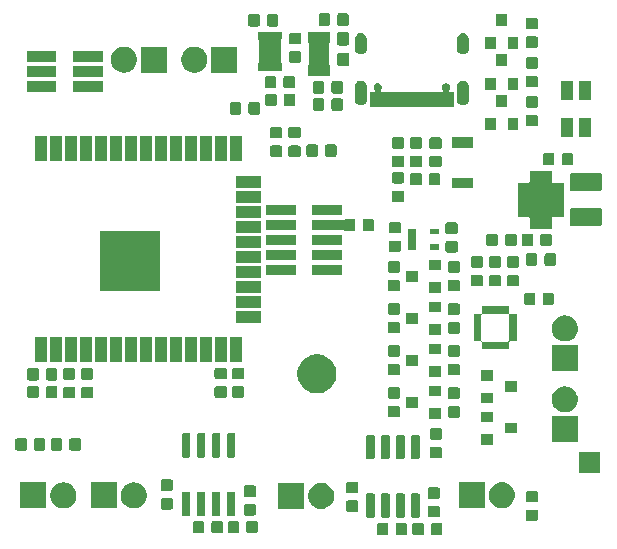
<source format=gbr>
G04 #@! TF.GenerationSoftware,KiCad,Pcbnew,(5.1.5)-2*
G04 #@! TF.CreationDate,2021-05-19T15:06:28+02:00*
G04 #@! TF.ProjectId,Versie2,56657273-6965-4322-9e6b-696361645f70,rev?*
G04 #@! TF.SameCoordinates,Original*
G04 #@! TF.FileFunction,Soldermask,Top*
G04 #@! TF.FilePolarity,Negative*
%FSLAX46Y46*%
G04 Gerber Fmt 4.6, Leading zero omitted, Abs format (unit mm)*
G04 Created by KiCad (PCBNEW (5.1.5)-2) date 2021-05-19 15:06:28*
%MOMM*%
%LPD*%
G04 APERTURE LIST*
%ADD10C,0.100000*%
G04 APERTURE END LIST*
D10*
G36*
X101383491Y-92824685D02*
G01*
X101417469Y-92834993D01*
X101448790Y-92851734D01*
X101476239Y-92874261D01*
X101498766Y-92901710D01*
X101515507Y-92933031D01*
X101525815Y-92967009D01*
X101529900Y-93008490D01*
X101529900Y-93684710D01*
X101525815Y-93726191D01*
X101515507Y-93760169D01*
X101498766Y-93791490D01*
X101476239Y-93818939D01*
X101448790Y-93841466D01*
X101417469Y-93858207D01*
X101383491Y-93868515D01*
X101342010Y-93872600D01*
X100740790Y-93872600D01*
X100699309Y-93868515D01*
X100665331Y-93858207D01*
X100634010Y-93841466D01*
X100606561Y-93818939D01*
X100584034Y-93791490D01*
X100567293Y-93760169D01*
X100556985Y-93726191D01*
X100552900Y-93684710D01*
X100552900Y-93008490D01*
X100556985Y-92967009D01*
X100567293Y-92933031D01*
X100584034Y-92901710D01*
X100606561Y-92874261D01*
X100634010Y-92851734D01*
X100665331Y-92834993D01*
X100699309Y-92824685D01*
X100740790Y-92820600D01*
X101342010Y-92820600D01*
X101383491Y-92824685D01*
G37*
G36*
X99808491Y-92824685D02*
G01*
X99842469Y-92834993D01*
X99873790Y-92851734D01*
X99901239Y-92874261D01*
X99923766Y-92901710D01*
X99940507Y-92933031D01*
X99950815Y-92967009D01*
X99954900Y-93008490D01*
X99954900Y-93684710D01*
X99950815Y-93726191D01*
X99940507Y-93760169D01*
X99923766Y-93791490D01*
X99901239Y-93818939D01*
X99873790Y-93841466D01*
X99842469Y-93858207D01*
X99808491Y-93868515D01*
X99767010Y-93872600D01*
X99165790Y-93872600D01*
X99124309Y-93868515D01*
X99090331Y-93858207D01*
X99059010Y-93841466D01*
X99031561Y-93818939D01*
X99009034Y-93791490D01*
X98992293Y-93760169D01*
X98981985Y-93726191D01*
X98977900Y-93684710D01*
X98977900Y-93008490D01*
X98981985Y-92967009D01*
X98992293Y-92933031D01*
X99009034Y-92901710D01*
X99031561Y-92874261D01*
X99059010Y-92851734D01*
X99090331Y-92834993D01*
X99124309Y-92824685D01*
X99165790Y-92820600D01*
X99767010Y-92820600D01*
X99808491Y-92824685D01*
G37*
G36*
X96811291Y-92824685D02*
G01*
X96845269Y-92834993D01*
X96876590Y-92851734D01*
X96904039Y-92874261D01*
X96926566Y-92901710D01*
X96943307Y-92933031D01*
X96953615Y-92967009D01*
X96957700Y-93008490D01*
X96957700Y-93684710D01*
X96953615Y-93726191D01*
X96943307Y-93760169D01*
X96926566Y-93791490D01*
X96904039Y-93818939D01*
X96876590Y-93841466D01*
X96845269Y-93858207D01*
X96811291Y-93868515D01*
X96769810Y-93872600D01*
X96168590Y-93872600D01*
X96127109Y-93868515D01*
X96093131Y-93858207D01*
X96061810Y-93841466D01*
X96034361Y-93818939D01*
X96011834Y-93791490D01*
X95995093Y-93760169D01*
X95984785Y-93726191D01*
X95980700Y-93684710D01*
X95980700Y-93008490D01*
X95984785Y-92967009D01*
X95995093Y-92933031D01*
X96011834Y-92901710D01*
X96034361Y-92874261D01*
X96061810Y-92851734D01*
X96093131Y-92834993D01*
X96127109Y-92824685D01*
X96168590Y-92820600D01*
X96769810Y-92820600D01*
X96811291Y-92824685D01*
G37*
G36*
X98386291Y-92824685D02*
G01*
X98420269Y-92834993D01*
X98451590Y-92851734D01*
X98479039Y-92874261D01*
X98501566Y-92901710D01*
X98518307Y-92933031D01*
X98528615Y-92967009D01*
X98532700Y-93008490D01*
X98532700Y-93684710D01*
X98528615Y-93726191D01*
X98518307Y-93760169D01*
X98501566Y-93791490D01*
X98479039Y-93818939D01*
X98451590Y-93841466D01*
X98420269Y-93858207D01*
X98386291Y-93868515D01*
X98344810Y-93872600D01*
X97743590Y-93872600D01*
X97702109Y-93868515D01*
X97668131Y-93858207D01*
X97636810Y-93841466D01*
X97609361Y-93818939D01*
X97586834Y-93791490D01*
X97570093Y-93760169D01*
X97559785Y-93726191D01*
X97555700Y-93684710D01*
X97555700Y-93008490D01*
X97559785Y-92967009D01*
X97570093Y-92933031D01*
X97586834Y-92901710D01*
X97609361Y-92874261D01*
X97636810Y-92851734D01*
X97668131Y-92834993D01*
X97702109Y-92824685D01*
X97743590Y-92820600D01*
X98344810Y-92820600D01*
X98386291Y-92824685D01*
G37*
G36*
X81229791Y-92656785D02*
G01*
X81263769Y-92667093D01*
X81295090Y-92683834D01*
X81322539Y-92706361D01*
X81345066Y-92733810D01*
X81361807Y-92765131D01*
X81372115Y-92799109D01*
X81376200Y-92840590D01*
X81376200Y-93516810D01*
X81372115Y-93558291D01*
X81361807Y-93592269D01*
X81345066Y-93623590D01*
X81322539Y-93651039D01*
X81295090Y-93673566D01*
X81263769Y-93690307D01*
X81229791Y-93700615D01*
X81188310Y-93704700D01*
X80587090Y-93704700D01*
X80545609Y-93700615D01*
X80511631Y-93690307D01*
X80480310Y-93673566D01*
X80452861Y-93651039D01*
X80430334Y-93623590D01*
X80413593Y-93592269D01*
X80403285Y-93558291D01*
X80399200Y-93516810D01*
X80399200Y-92840590D01*
X80403285Y-92799109D01*
X80413593Y-92765131D01*
X80430334Y-92733810D01*
X80452861Y-92706361D01*
X80480310Y-92683834D01*
X80511631Y-92667093D01*
X80545609Y-92656785D01*
X80587090Y-92652700D01*
X81188310Y-92652700D01*
X81229791Y-92656785D01*
G37*
G36*
X85751291Y-92656785D02*
G01*
X85785269Y-92667093D01*
X85816590Y-92683834D01*
X85844039Y-92706361D01*
X85866566Y-92733810D01*
X85883307Y-92765131D01*
X85893615Y-92799109D01*
X85897700Y-92840590D01*
X85897700Y-93516810D01*
X85893615Y-93558291D01*
X85883307Y-93592269D01*
X85866566Y-93623590D01*
X85844039Y-93651039D01*
X85816590Y-93673566D01*
X85785269Y-93690307D01*
X85751291Y-93700615D01*
X85709810Y-93704700D01*
X85108590Y-93704700D01*
X85067109Y-93700615D01*
X85033131Y-93690307D01*
X85001810Y-93673566D01*
X84974361Y-93651039D01*
X84951834Y-93623590D01*
X84935093Y-93592269D01*
X84924785Y-93558291D01*
X84920700Y-93516810D01*
X84920700Y-92840590D01*
X84924785Y-92799109D01*
X84935093Y-92765131D01*
X84951834Y-92733810D01*
X84974361Y-92706361D01*
X85001810Y-92683834D01*
X85033131Y-92667093D01*
X85067109Y-92656785D01*
X85108590Y-92652700D01*
X85709810Y-92652700D01*
X85751291Y-92656785D01*
G37*
G36*
X84176291Y-92656785D02*
G01*
X84210269Y-92667093D01*
X84241590Y-92683834D01*
X84269039Y-92706361D01*
X84291566Y-92733810D01*
X84308307Y-92765131D01*
X84318615Y-92799109D01*
X84322700Y-92840590D01*
X84322700Y-93516810D01*
X84318615Y-93558291D01*
X84308307Y-93592269D01*
X84291566Y-93623590D01*
X84269039Y-93651039D01*
X84241590Y-93673566D01*
X84210269Y-93690307D01*
X84176291Y-93700615D01*
X84134810Y-93704700D01*
X83533590Y-93704700D01*
X83492109Y-93700615D01*
X83458131Y-93690307D01*
X83426810Y-93673566D01*
X83399361Y-93651039D01*
X83376834Y-93623590D01*
X83360093Y-93592269D01*
X83349785Y-93558291D01*
X83345700Y-93516810D01*
X83345700Y-92840590D01*
X83349785Y-92799109D01*
X83360093Y-92765131D01*
X83376834Y-92733810D01*
X83399361Y-92706361D01*
X83426810Y-92683834D01*
X83458131Y-92667093D01*
X83492109Y-92656785D01*
X83533590Y-92652700D01*
X84134810Y-92652700D01*
X84176291Y-92656785D01*
G37*
G36*
X82804791Y-92656785D02*
G01*
X82838769Y-92667093D01*
X82870090Y-92683834D01*
X82897539Y-92706361D01*
X82920066Y-92733810D01*
X82936807Y-92765131D01*
X82947115Y-92799109D01*
X82951200Y-92840590D01*
X82951200Y-93516810D01*
X82947115Y-93558291D01*
X82936807Y-93592269D01*
X82920066Y-93623590D01*
X82897539Y-93651039D01*
X82870090Y-93673566D01*
X82838769Y-93690307D01*
X82804791Y-93700615D01*
X82763310Y-93704700D01*
X82162090Y-93704700D01*
X82120609Y-93700615D01*
X82086631Y-93690307D01*
X82055310Y-93673566D01*
X82027861Y-93651039D01*
X82005334Y-93623590D01*
X81988593Y-93592269D01*
X81978285Y-93558291D01*
X81974200Y-93516810D01*
X81974200Y-92840590D01*
X81978285Y-92799109D01*
X81988593Y-92765131D01*
X82005334Y-92733810D01*
X82027861Y-92706361D01*
X82055310Y-92683834D01*
X82086631Y-92667093D01*
X82120609Y-92656785D01*
X82162090Y-92652700D01*
X82763310Y-92652700D01*
X82804791Y-92656785D01*
G37*
G36*
X109479591Y-91690585D02*
G01*
X109513569Y-91700893D01*
X109544890Y-91717634D01*
X109572339Y-91740161D01*
X109594866Y-91767610D01*
X109611607Y-91798931D01*
X109621915Y-91832909D01*
X109626000Y-91874390D01*
X109626000Y-92475610D01*
X109621915Y-92517091D01*
X109611607Y-92551069D01*
X109594866Y-92582390D01*
X109572339Y-92609839D01*
X109544890Y-92632366D01*
X109513569Y-92649107D01*
X109479591Y-92659415D01*
X109438110Y-92663500D01*
X108761890Y-92663500D01*
X108720409Y-92659415D01*
X108686431Y-92649107D01*
X108655110Y-92632366D01*
X108627661Y-92609839D01*
X108605134Y-92582390D01*
X108588393Y-92551069D01*
X108578085Y-92517091D01*
X108574000Y-92475610D01*
X108574000Y-91874390D01*
X108578085Y-91832909D01*
X108588393Y-91798931D01*
X108605134Y-91767610D01*
X108627661Y-91740161D01*
X108655110Y-91717634D01*
X108686431Y-91700893D01*
X108720409Y-91690585D01*
X108761890Y-91686500D01*
X109438110Y-91686500D01*
X109479591Y-91690585D01*
G37*
G36*
X95689228Y-90327964D02*
G01*
X95710309Y-90334360D01*
X95729745Y-90344748D01*
X95746776Y-90358724D01*
X95760752Y-90375755D01*
X95771140Y-90395191D01*
X95777536Y-90416272D01*
X95780300Y-90444340D01*
X95780300Y-92258060D01*
X95777536Y-92286128D01*
X95771140Y-92307209D01*
X95760752Y-92326645D01*
X95746776Y-92343676D01*
X95729745Y-92357652D01*
X95710309Y-92368040D01*
X95689228Y-92374436D01*
X95661160Y-92377200D01*
X95197440Y-92377200D01*
X95169372Y-92374436D01*
X95148291Y-92368040D01*
X95128855Y-92357652D01*
X95111824Y-92343676D01*
X95097848Y-92326645D01*
X95087460Y-92307209D01*
X95081064Y-92286128D01*
X95078300Y-92258060D01*
X95078300Y-90444340D01*
X95081064Y-90416272D01*
X95087460Y-90395191D01*
X95097848Y-90375755D01*
X95111824Y-90358724D01*
X95128855Y-90344748D01*
X95148291Y-90334360D01*
X95169372Y-90327964D01*
X95197440Y-90325200D01*
X95661160Y-90325200D01*
X95689228Y-90327964D01*
G37*
G36*
X96959228Y-90327964D02*
G01*
X96980309Y-90334360D01*
X96999745Y-90344748D01*
X97016776Y-90358724D01*
X97030752Y-90375755D01*
X97041140Y-90395191D01*
X97047536Y-90416272D01*
X97050300Y-90444340D01*
X97050300Y-92258060D01*
X97047536Y-92286128D01*
X97041140Y-92307209D01*
X97030752Y-92326645D01*
X97016776Y-92343676D01*
X96999745Y-92357652D01*
X96980309Y-92368040D01*
X96959228Y-92374436D01*
X96931160Y-92377200D01*
X96467440Y-92377200D01*
X96439372Y-92374436D01*
X96418291Y-92368040D01*
X96398855Y-92357652D01*
X96381824Y-92343676D01*
X96367848Y-92326645D01*
X96357460Y-92307209D01*
X96351064Y-92286128D01*
X96348300Y-92258060D01*
X96348300Y-90444340D01*
X96351064Y-90416272D01*
X96357460Y-90395191D01*
X96367848Y-90375755D01*
X96381824Y-90358724D01*
X96398855Y-90344748D01*
X96418291Y-90334360D01*
X96439372Y-90327964D01*
X96467440Y-90325200D01*
X96931160Y-90325200D01*
X96959228Y-90327964D01*
G37*
G36*
X98229228Y-90327964D02*
G01*
X98250309Y-90334360D01*
X98269745Y-90344748D01*
X98286776Y-90358724D01*
X98300752Y-90375755D01*
X98311140Y-90395191D01*
X98317536Y-90416272D01*
X98320300Y-90444340D01*
X98320300Y-92258060D01*
X98317536Y-92286128D01*
X98311140Y-92307209D01*
X98300752Y-92326645D01*
X98286776Y-92343676D01*
X98269745Y-92357652D01*
X98250309Y-92368040D01*
X98229228Y-92374436D01*
X98201160Y-92377200D01*
X97737440Y-92377200D01*
X97709372Y-92374436D01*
X97688291Y-92368040D01*
X97668855Y-92357652D01*
X97651824Y-92343676D01*
X97637848Y-92326645D01*
X97627460Y-92307209D01*
X97621064Y-92286128D01*
X97618300Y-92258060D01*
X97618300Y-90444340D01*
X97621064Y-90416272D01*
X97627460Y-90395191D01*
X97637848Y-90375755D01*
X97651824Y-90358724D01*
X97668855Y-90344748D01*
X97688291Y-90334360D01*
X97709372Y-90327964D01*
X97737440Y-90325200D01*
X98201160Y-90325200D01*
X98229228Y-90327964D01*
G37*
G36*
X99499228Y-90327964D02*
G01*
X99520309Y-90334360D01*
X99539745Y-90344748D01*
X99556776Y-90358724D01*
X99570752Y-90375755D01*
X99581140Y-90395191D01*
X99587536Y-90416272D01*
X99590300Y-90444340D01*
X99590300Y-92258060D01*
X99587536Y-92286128D01*
X99581140Y-92307209D01*
X99570752Y-92326645D01*
X99556776Y-92343676D01*
X99539745Y-92357652D01*
X99520309Y-92368040D01*
X99499228Y-92374436D01*
X99471160Y-92377200D01*
X99007440Y-92377200D01*
X98979372Y-92374436D01*
X98958291Y-92368040D01*
X98938855Y-92357652D01*
X98921824Y-92343676D01*
X98907848Y-92326645D01*
X98897460Y-92307209D01*
X98891064Y-92286128D01*
X98888300Y-92258060D01*
X98888300Y-90444340D01*
X98891064Y-90416272D01*
X98897460Y-90395191D01*
X98907848Y-90375755D01*
X98921824Y-90358724D01*
X98938855Y-90344748D01*
X98958291Y-90334360D01*
X98979372Y-90327964D01*
X99007440Y-90325200D01*
X99471160Y-90325200D01*
X99499228Y-90327964D01*
G37*
G36*
X101168291Y-91389185D02*
G01*
X101202269Y-91399493D01*
X101233590Y-91416234D01*
X101261039Y-91438761D01*
X101283566Y-91466210D01*
X101300307Y-91497531D01*
X101310615Y-91531509D01*
X101314700Y-91572990D01*
X101314700Y-92174210D01*
X101310615Y-92215691D01*
X101300307Y-92249669D01*
X101283566Y-92280990D01*
X101261039Y-92308439D01*
X101233590Y-92330966D01*
X101202269Y-92347707D01*
X101168291Y-92358015D01*
X101126810Y-92362100D01*
X100450590Y-92362100D01*
X100409109Y-92358015D01*
X100375131Y-92347707D01*
X100343810Y-92330966D01*
X100316361Y-92308439D01*
X100293834Y-92280990D01*
X100277093Y-92249669D01*
X100266785Y-92215691D01*
X100262700Y-92174210D01*
X100262700Y-91572990D01*
X100266785Y-91531509D01*
X100277093Y-91497531D01*
X100293834Y-91466210D01*
X100316361Y-91438761D01*
X100343810Y-91416234D01*
X100375131Y-91399493D01*
X100409109Y-91389185D01*
X100450590Y-91385100D01*
X101126810Y-91385100D01*
X101168291Y-91389185D01*
G37*
G36*
X81369127Y-90185464D02*
G01*
X81390208Y-90191860D01*
X81409644Y-90202248D01*
X81426675Y-90216224D01*
X81440651Y-90233255D01*
X81451039Y-90252691D01*
X81457435Y-90273772D01*
X81460199Y-90301840D01*
X81460199Y-92115560D01*
X81457435Y-92143628D01*
X81451039Y-92164709D01*
X81440651Y-92184145D01*
X81426675Y-92201176D01*
X81409644Y-92215152D01*
X81390208Y-92225540D01*
X81369127Y-92231936D01*
X81341059Y-92234700D01*
X80877339Y-92234700D01*
X80849271Y-92231936D01*
X80828190Y-92225540D01*
X80808754Y-92215152D01*
X80791723Y-92201176D01*
X80777747Y-92184145D01*
X80767359Y-92164709D01*
X80760963Y-92143628D01*
X80758199Y-92115560D01*
X80758199Y-90301840D01*
X80760963Y-90273772D01*
X80767359Y-90252691D01*
X80777747Y-90233255D01*
X80791723Y-90216224D01*
X80808754Y-90202248D01*
X80828190Y-90191860D01*
X80849271Y-90185464D01*
X80877339Y-90182700D01*
X81341059Y-90182700D01*
X81369127Y-90185464D01*
G37*
G36*
X82639127Y-90185464D02*
G01*
X82660208Y-90191860D01*
X82679644Y-90202248D01*
X82696675Y-90216224D01*
X82710651Y-90233255D01*
X82721039Y-90252691D01*
X82727435Y-90273772D01*
X82730199Y-90301840D01*
X82730199Y-92115560D01*
X82727435Y-92143628D01*
X82721039Y-92164709D01*
X82710651Y-92184145D01*
X82696675Y-92201176D01*
X82679644Y-92215152D01*
X82660208Y-92225540D01*
X82639127Y-92231936D01*
X82611059Y-92234700D01*
X82147339Y-92234700D01*
X82119271Y-92231936D01*
X82098190Y-92225540D01*
X82078754Y-92215152D01*
X82061723Y-92201176D01*
X82047747Y-92184145D01*
X82037359Y-92164709D01*
X82030963Y-92143628D01*
X82028199Y-92115560D01*
X82028199Y-90301840D01*
X82030963Y-90273772D01*
X82037359Y-90252691D01*
X82047747Y-90233255D01*
X82061723Y-90216224D01*
X82078754Y-90202248D01*
X82098190Y-90191860D01*
X82119271Y-90185464D01*
X82147339Y-90182700D01*
X82611059Y-90182700D01*
X82639127Y-90185464D01*
G37*
G36*
X83909127Y-90185464D02*
G01*
X83930208Y-90191860D01*
X83949644Y-90202248D01*
X83966675Y-90216224D01*
X83980651Y-90233255D01*
X83991039Y-90252691D01*
X83997435Y-90273772D01*
X84000199Y-90301840D01*
X84000199Y-92115560D01*
X83997435Y-92143628D01*
X83991039Y-92164709D01*
X83980651Y-92184145D01*
X83966675Y-92201176D01*
X83949644Y-92215152D01*
X83930208Y-92225540D01*
X83909127Y-92231936D01*
X83881059Y-92234700D01*
X83417339Y-92234700D01*
X83389271Y-92231936D01*
X83368190Y-92225540D01*
X83348754Y-92215152D01*
X83331723Y-92201176D01*
X83317747Y-92184145D01*
X83307359Y-92164709D01*
X83300963Y-92143628D01*
X83298199Y-92115560D01*
X83298199Y-90301840D01*
X83300963Y-90273772D01*
X83307359Y-90252691D01*
X83317747Y-90233255D01*
X83331723Y-90216224D01*
X83348754Y-90202248D01*
X83368190Y-90191860D01*
X83389271Y-90185464D01*
X83417339Y-90182700D01*
X83881059Y-90182700D01*
X83909127Y-90185464D01*
G37*
G36*
X80099127Y-90185464D02*
G01*
X80120208Y-90191860D01*
X80139644Y-90202248D01*
X80156675Y-90216224D01*
X80170651Y-90233255D01*
X80181039Y-90252691D01*
X80187435Y-90273772D01*
X80190199Y-90301840D01*
X80190199Y-92115560D01*
X80187435Y-92143628D01*
X80181039Y-92164709D01*
X80170651Y-92184145D01*
X80156675Y-92201176D01*
X80139644Y-92215152D01*
X80120208Y-92225540D01*
X80099127Y-92231936D01*
X80071059Y-92234700D01*
X79607339Y-92234700D01*
X79579271Y-92231936D01*
X79558190Y-92225540D01*
X79538754Y-92215152D01*
X79521723Y-92201176D01*
X79507747Y-92184145D01*
X79497359Y-92164709D01*
X79490963Y-92143628D01*
X79488199Y-92115560D01*
X79488199Y-90301840D01*
X79490963Y-90273772D01*
X79497359Y-90252691D01*
X79507747Y-90233255D01*
X79521723Y-90216224D01*
X79538754Y-90202248D01*
X79558190Y-90191860D01*
X79579271Y-90185464D01*
X79607339Y-90182700D01*
X80071059Y-90182700D01*
X80099127Y-90185464D01*
G37*
G36*
X85610791Y-91224085D02*
G01*
X85644769Y-91234393D01*
X85676090Y-91251134D01*
X85703539Y-91273661D01*
X85726066Y-91301110D01*
X85742807Y-91332431D01*
X85753115Y-91366409D01*
X85757200Y-91407890D01*
X85757200Y-92009110D01*
X85753115Y-92050591D01*
X85742807Y-92084569D01*
X85726066Y-92115890D01*
X85703539Y-92143339D01*
X85676090Y-92165866D01*
X85644769Y-92182607D01*
X85610791Y-92192915D01*
X85569310Y-92197000D01*
X84893090Y-92197000D01*
X84851609Y-92192915D01*
X84817631Y-92182607D01*
X84786310Y-92165866D01*
X84758861Y-92143339D01*
X84736334Y-92115890D01*
X84719593Y-92084569D01*
X84709285Y-92050591D01*
X84705200Y-92009110D01*
X84705200Y-91407890D01*
X84709285Y-91366409D01*
X84719593Y-91332431D01*
X84736334Y-91301110D01*
X84758861Y-91273661D01*
X84786310Y-91251134D01*
X84817631Y-91234393D01*
X84851609Y-91224085D01*
X84893090Y-91220000D01*
X85569310Y-91220000D01*
X85610791Y-91224085D01*
G37*
G36*
X94272191Y-90919085D02*
G01*
X94306169Y-90929393D01*
X94337490Y-90946134D01*
X94364939Y-90968661D01*
X94387466Y-90996110D01*
X94404207Y-91027431D01*
X94414515Y-91061409D01*
X94418600Y-91102890D01*
X94418600Y-91704110D01*
X94414515Y-91745591D01*
X94404207Y-91779569D01*
X94387466Y-91810890D01*
X94364939Y-91838339D01*
X94337490Y-91860866D01*
X94306169Y-91877607D01*
X94272191Y-91887915D01*
X94230710Y-91892000D01*
X93554490Y-91892000D01*
X93513009Y-91887915D01*
X93479031Y-91877607D01*
X93447710Y-91860866D01*
X93420261Y-91838339D01*
X93397734Y-91810890D01*
X93380993Y-91779569D01*
X93370685Y-91745591D01*
X93366600Y-91704110D01*
X93366600Y-91102890D01*
X93370685Y-91061409D01*
X93380993Y-91027431D01*
X93397734Y-90996110D01*
X93420261Y-90968661D01*
X93447710Y-90946134D01*
X93479031Y-90929393D01*
X93513009Y-90919085D01*
X93554490Y-90915000D01*
X94230710Y-90915000D01*
X94272191Y-90919085D01*
G37*
G36*
X78574991Y-90716085D02*
G01*
X78608969Y-90726393D01*
X78640290Y-90743134D01*
X78667739Y-90765661D01*
X78690266Y-90793110D01*
X78707007Y-90824431D01*
X78717315Y-90858409D01*
X78721400Y-90899890D01*
X78721400Y-91501110D01*
X78717315Y-91542591D01*
X78707007Y-91576569D01*
X78690266Y-91607890D01*
X78667739Y-91635339D01*
X78640290Y-91657866D01*
X78608969Y-91674607D01*
X78574991Y-91684915D01*
X78533510Y-91689000D01*
X77857290Y-91689000D01*
X77815809Y-91684915D01*
X77781831Y-91674607D01*
X77750510Y-91657866D01*
X77723061Y-91635339D01*
X77700534Y-91607890D01*
X77683793Y-91576569D01*
X77673485Y-91542591D01*
X77669400Y-91501110D01*
X77669400Y-90899890D01*
X77673485Y-90858409D01*
X77683793Y-90824431D01*
X77700534Y-90793110D01*
X77723061Y-90765661D01*
X77750510Y-90743134D01*
X77781831Y-90726393D01*
X77815809Y-90716085D01*
X77857290Y-90712000D01*
X78533510Y-90712000D01*
X78574991Y-90716085D01*
G37*
G36*
X91407963Y-89448552D02*
G01*
X91572150Y-89481211D01*
X91772520Y-89564207D01*
X91952844Y-89684695D01*
X92106205Y-89838056D01*
X92226693Y-90018380D01*
X92249249Y-90072836D01*
X92309689Y-90218750D01*
X92321044Y-90275836D01*
X92352000Y-90431460D01*
X92352000Y-90648340D01*
X92333144Y-90743134D01*
X92309689Y-90861050D01*
X92274446Y-90946134D01*
X92226693Y-91061420D01*
X92106205Y-91241744D01*
X91952844Y-91395105D01*
X91772520Y-91515593D01*
X91572150Y-91598589D01*
X91477274Y-91617461D01*
X91359440Y-91640900D01*
X91142560Y-91640900D01*
X91024726Y-91617461D01*
X90929850Y-91598589D01*
X90829666Y-91557091D01*
X90729480Y-91515593D01*
X90549156Y-91395105D01*
X90395795Y-91241744D01*
X90275307Y-91061420D01*
X90227554Y-90946134D01*
X90192311Y-90861050D01*
X90168856Y-90743134D01*
X90150000Y-90648340D01*
X90150000Y-90431460D01*
X90180956Y-90275836D01*
X90192311Y-90218750D01*
X90252751Y-90072836D01*
X90275307Y-90018380D01*
X90395795Y-89838056D01*
X90549156Y-89684695D01*
X90729480Y-89564207D01*
X90829666Y-89522709D01*
X90929850Y-89481211D01*
X91094037Y-89448552D01*
X91142560Y-89438900D01*
X91359440Y-89438900D01*
X91407963Y-89448552D01*
G37*
G36*
X89812000Y-91640900D02*
G01*
X87610000Y-91640900D01*
X87610000Y-89438900D01*
X89812000Y-89438900D01*
X89812000Y-91640900D01*
G37*
G36*
X67993400Y-91590100D02*
G01*
X65791400Y-91590100D01*
X65791400Y-89388100D01*
X67993400Y-89388100D01*
X67993400Y-91590100D01*
G37*
G36*
X69647194Y-89409255D02*
G01*
X69753550Y-89430411D01*
X69853734Y-89471909D01*
X69953920Y-89513407D01*
X70134244Y-89633895D01*
X70287605Y-89787256D01*
X70408093Y-89967580D01*
X70444034Y-90054350D01*
X70491089Y-90167950D01*
X70499906Y-90212277D01*
X70533400Y-90380660D01*
X70533400Y-90597540D01*
X70525686Y-90636320D01*
X70491089Y-90810250D01*
X70471141Y-90858409D01*
X70408093Y-91010620D01*
X70287605Y-91190944D01*
X70134244Y-91344305D01*
X69953920Y-91464793D01*
X69753550Y-91547789D01*
X69647194Y-91568945D01*
X69540840Y-91590100D01*
X69323960Y-91590100D01*
X69217606Y-91568945D01*
X69111250Y-91547789D01*
X68910880Y-91464793D01*
X68730556Y-91344305D01*
X68577195Y-91190944D01*
X68456707Y-91010620D01*
X68393659Y-90858409D01*
X68373711Y-90810250D01*
X68339114Y-90636320D01*
X68331400Y-90597540D01*
X68331400Y-90380660D01*
X68364894Y-90212277D01*
X68373711Y-90167950D01*
X68420766Y-90054350D01*
X68456707Y-89967580D01*
X68577195Y-89787256D01*
X68730556Y-89633895D01*
X68910880Y-89513407D01*
X69011066Y-89471909D01*
X69111250Y-89430411D01*
X69217606Y-89409255D01*
X69323960Y-89388100D01*
X69540840Y-89388100D01*
X69647194Y-89409255D01*
G37*
G36*
X73949700Y-91590100D02*
G01*
X71747700Y-91590100D01*
X71747700Y-89388100D01*
X73949700Y-89388100D01*
X73949700Y-91590100D01*
G37*
G36*
X75603494Y-89409255D02*
G01*
X75709850Y-89430411D01*
X75810034Y-89471909D01*
X75910220Y-89513407D01*
X76090544Y-89633895D01*
X76243905Y-89787256D01*
X76364393Y-89967580D01*
X76400334Y-90054350D01*
X76447389Y-90167950D01*
X76456206Y-90212277D01*
X76489700Y-90380660D01*
X76489700Y-90597540D01*
X76481986Y-90636320D01*
X76447389Y-90810250D01*
X76427441Y-90858409D01*
X76364393Y-91010620D01*
X76243905Y-91190944D01*
X76090544Y-91344305D01*
X75910220Y-91464793D01*
X75709850Y-91547789D01*
X75603494Y-91568945D01*
X75497140Y-91590100D01*
X75280260Y-91590100D01*
X75173906Y-91568945D01*
X75067550Y-91547789D01*
X74867180Y-91464793D01*
X74686856Y-91344305D01*
X74533495Y-91190944D01*
X74413007Y-91010620D01*
X74349959Y-90858409D01*
X74330011Y-90810250D01*
X74295414Y-90636320D01*
X74287700Y-90597540D01*
X74287700Y-90380660D01*
X74321194Y-90212277D01*
X74330011Y-90167950D01*
X74377066Y-90054350D01*
X74413007Y-89967580D01*
X74533495Y-89787256D01*
X74686856Y-89633895D01*
X74867180Y-89513407D01*
X74967366Y-89471909D01*
X75067550Y-89430411D01*
X75173906Y-89409255D01*
X75280260Y-89388100D01*
X75497140Y-89388100D01*
X75603494Y-89409255D01*
G37*
G36*
X105115500Y-91577400D02*
G01*
X102913500Y-91577400D01*
X102913500Y-89375400D01*
X105115500Y-89375400D01*
X105115500Y-91577400D01*
G37*
G36*
X106726786Y-89388100D02*
G01*
X106875650Y-89417711D01*
X106906310Y-89430411D01*
X107076020Y-89500707D01*
X107256344Y-89621195D01*
X107409705Y-89774556D01*
X107530193Y-89954880D01*
X107549532Y-90001569D01*
X107613189Y-90155250D01*
X107628705Y-90233255D01*
X107655500Y-90367960D01*
X107655500Y-90584840D01*
X107650971Y-90607607D01*
X107615268Y-90787100D01*
X107613189Y-90797549D01*
X107530193Y-90997920D01*
X107409705Y-91178244D01*
X107256344Y-91331605D01*
X107076020Y-91452093D01*
X107046670Y-91464250D01*
X106875650Y-91535089D01*
X106811803Y-91547789D01*
X106662940Y-91577400D01*
X106446060Y-91577400D01*
X106297197Y-91547789D01*
X106233350Y-91535089D01*
X106062330Y-91464250D01*
X106032980Y-91452093D01*
X105852656Y-91331605D01*
X105699295Y-91178244D01*
X105578807Y-90997920D01*
X105495811Y-90797549D01*
X105493733Y-90787100D01*
X105458029Y-90607607D01*
X105453500Y-90584840D01*
X105453500Y-90367960D01*
X105480295Y-90233255D01*
X105495811Y-90155250D01*
X105559468Y-90001569D01*
X105578807Y-89954880D01*
X105699295Y-89774556D01*
X105852656Y-89621195D01*
X106032980Y-89500707D01*
X106202690Y-89430411D01*
X106233350Y-89417711D01*
X106382214Y-89388100D01*
X106446060Y-89375400D01*
X106662940Y-89375400D01*
X106726786Y-89388100D01*
G37*
G36*
X109479591Y-90115585D02*
G01*
X109513569Y-90125893D01*
X109544890Y-90142634D01*
X109572339Y-90165161D01*
X109594866Y-90192610D01*
X109611607Y-90223931D01*
X109621915Y-90257909D01*
X109626000Y-90299390D01*
X109626000Y-90900610D01*
X109621915Y-90942091D01*
X109611607Y-90976069D01*
X109594866Y-91007390D01*
X109572339Y-91034839D01*
X109544890Y-91057366D01*
X109513569Y-91074107D01*
X109479591Y-91084415D01*
X109438110Y-91088500D01*
X108761890Y-91088500D01*
X108720409Y-91084415D01*
X108686431Y-91074107D01*
X108655110Y-91057366D01*
X108627661Y-91034839D01*
X108605134Y-91007390D01*
X108588393Y-90976069D01*
X108578085Y-90942091D01*
X108574000Y-90900610D01*
X108574000Y-90299390D01*
X108578085Y-90257909D01*
X108588393Y-90223931D01*
X108605134Y-90192610D01*
X108627661Y-90165161D01*
X108655110Y-90142634D01*
X108686431Y-90125893D01*
X108720409Y-90115585D01*
X108761890Y-90111500D01*
X109438110Y-90111500D01*
X109479591Y-90115585D01*
G37*
G36*
X101168291Y-89814185D02*
G01*
X101202269Y-89824493D01*
X101233590Y-89841234D01*
X101261039Y-89863761D01*
X101283566Y-89891210D01*
X101300307Y-89922531D01*
X101310615Y-89956509D01*
X101314700Y-89997990D01*
X101314700Y-90599210D01*
X101310615Y-90640691D01*
X101300307Y-90674669D01*
X101283566Y-90705990D01*
X101261039Y-90733439D01*
X101233590Y-90755966D01*
X101202269Y-90772707D01*
X101168291Y-90783015D01*
X101126810Y-90787100D01*
X100450590Y-90787100D01*
X100409109Y-90783015D01*
X100375131Y-90772707D01*
X100343810Y-90755966D01*
X100316361Y-90733439D01*
X100293834Y-90705990D01*
X100277093Y-90674669D01*
X100266785Y-90640691D01*
X100262700Y-90599210D01*
X100262700Y-89997990D01*
X100266785Y-89956509D01*
X100277093Y-89922531D01*
X100293834Y-89891210D01*
X100316361Y-89863761D01*
X100343810Y-89841234D01*
X100375131Y-89824493D01*
X100409109Y-89814185D01*
X100450590Y-89810100D01*
X101126810Y-89810100D01*
X101168291Y-89814185D01*
G37*
G36*
X85610791Y-89649085D02*
G01*
X85644769Y-89659393D01*
X85676090Y-89676134D01*
X85703539Y-89698661D01*
X85726066Y-89726110D01*
X85742807Y-89757431D01*
X85753115Y-89791409D01*
X85757200Y-89832890D01*
X85757200Y-90434110D01*
X85753115Y-90475591D01*
X85742807Y-90509569D01*
X85726066Y-90540890D01*
X85703539Y-90568339D01*
X85676090Y-90590866D01*
X85644769Y-90607607D01*
X85610791Y-90617915D01*
X85569310Y-90622000D01*
X84893090Y-90622000D01*
X84851609Y-90617915D01*
X84817631Y-90607607D01*
X84786310Y-90590866D01*
X84758861Y-90568339D01*
X84736334Y-90540890D01*
X84719593Y-90509569D01*
X84709285Y-90475591D01*
X84705200Y-90434110D01*
X84705200Y-89832890D01*
X84709285Y-89791409D01*
X84719593Y-89757431D01*
X84736334Y-89726110D01*
X84758861Y-89698661D01*
X84786310Y-89676134D01*
X84817631Y-89659393D01*
X84851609Y-89649085D01*
X84893090Y-89645000D01*
X85569310Y-89645000D01*
X85610791Y-89649085D01*
G37*
G36*
X94272191Y-89344085D02*
G01*
X94306169Y-89354393D01*
X94337490Y-89371134D01*
X94364939Y-89393661D01*
X94387466Y-89421110D01*
X94404207Y-89452431D01*
X94414515Y-89486409D01*
X94418600Y-89527890D01*
X94418600Y-90129110D01*
X94414515Y-90170591D01*
X94404207Y-90204569D01*
X94387466Y-90235890D01*
X94364939Y-90263339D01*
X94337490Y-90285866D01*
X94306169Y-90302607D01*
X94272191Y-90312915D01*
X94230710Y-90317000D01*
X93554490Y-90317000D01*
X93513009Y-90312915D01*
X93479031Y-90302607D01*
X93447710Y-90285866D01*
X93420261Y-90263339D01*
X93397734Y-90235890D01*
X93380993Y-90204569D01*
X93370685Y-90170591D01*
X93366600Y-90129110D01*
X93366600Y-89527890D01*
X93370685Y-89486409D01*
X93380993Y-89452431D01*
X93397734Y-89421110D01*
X93420261Y-89393661D01*
X93447710Y-89371134D01*
X93479031Y-89354393D01*
X93513009Y-89344085D01*
X93554490Y-89340000D01*
X94230710Y-89340000D01*
X94272191Y-89344085D01*
G37*
G36*
X78574991Y-89141085D02*
G01*
X78608969Y-89151393D01*
X78640290Y-89168134D01*
X78667739Y-89190661D01*
X78690266Y-89218110D01*
X78707007Y-89249431D01*
X78717315Y-89283409D01*
X78721400Y-89324890D01*
X78721400Y-89926110D01*
X78717315Y-89967591D01*
X78707007Y-90001569D01*
X78690266Y-90032890D01*
X78667739Y-90060339D01*
X78640290Y-90082866D01*
X78608969Y-90099607D01*
X78574991Y-90109915D01*
X78533510Y-90114000D01*
X77857290Y-90114000D01*
X77815809Y-90109915D01*
X77781831Y-90099607D01*
X77750510Y-90082866D01*
X77723061Y-90060339D01*
X77700534Y-90032890D01*
X77683793Y-90001569D01*
X77673485Y-89967591D01*
X77669400Y-89926110D01*
X77669400Y-89324890D01*
X77673485Y-89283409D01*
X77683793Y-89249431D01*
X77700534Y-89218110D01*
X77723061Y-89190661D01*
X77750510Y-89168134D01*
X77781831Y-89151393D01*
X77815809Y-89141085D01*
X77857290Y-89137000D01*
X78533510Y-89137000D01*
X78574991Y-89141085D01*
G37*
G36*
X114896200Y-88632600D02*
G01*
X113094200Y-88632600D01*
X113094200Y-86830600D01*
X114896200Y-86830600D01*
X114896200Y-88632600D01*
G37*
G36*
X95689228Y-85377964D02*
G01*
X95710309Y-85384360D01*
X95729745Y-85394748D01*
X95746776Y-85408724D01*
X95760752Y-85425755D01*
X95771140Y-85445191D01*
X95777536Y-85466272D01*
X95780300Y-85494340D01*
X95780300Y-87308060D01*
X95777536Y-87336128D01*
X95771140Y-87357209D01*
X95760752Y-87376645D01*
X95746776Y-87393676D01*
X95729745Y-87407652D01*
X95710309Y-87418040D01*
X95689228Y-87424436D01*
X95661160Y-87427200D01*
X95197440Y-87427200D01*
X95169372Y-87424436D01*
X95148291Y-87418040D01*
X95128855Y-87407652D01*
X95111824Y-87393676D01*
X95097848Y-87376645D01*
X95087460Y-87357209D01*
X95081064Y-87336128D01*
X95078300Y-87308060D01*
X95078300Y-85494340D01*
X95081064Y-85466272D01*
X95087460Y-85445191D01*
X95097848Y-85425755D01*
X95111824Y-85408724D01*
X95128855Y-85394748D01*
X95148291Y-85384360D01*
X95169372Y-85377964D01*
X95197440Y-85375200D01*
X95661160Y-85375200D01*
X95689228Y-85377964D01*
G37*
G36*
X98229228Y-85377964D02*
G01*
X98250309Y-85384360D01*
X98269745Y-85394748D01*
X98286776Y-85408724D01*
X98300752Y-85425755D01*
X98311140Y-85445191D01*
X98317536Y-85466272D01*
X98320300Y-85494340D01*
X98320300Y-87308060D01*
X98317536Y-87336128D01*
X98311140Y-87357209D01*
X98300752Y-87376645D01*
X98286776Y-87393676D01*
X98269745Y-87407652D01*
X98250309Y-87418040D01*
X98229228Y-87424436D01*
X98201160Y-87427200D01*
X97737440Y-87427200D01*
X97709372Y-87424436D01*
X97688291Y-87418040D01*
X97668855Y-87407652D01*
X97651824Y-87393676D01*
X97637848Y-87376645D01*
X97627460Y-87357209D01*
X97621064Y-87336128D01*
X97618300Y-87308060D01*
X97618300Y-85494340D01*
X97621064Y-85466272D01*
X97627460Y-85445191D01*
X97637848Y-85425755D01*
X97651824Y-85408724D01*
X97668855Y-85394748D01*
X97688291Y-85384360D01*
X97709372Y-85377964D01*
X97737440Y-85375200D01*
X98201160Y-85375200D01*
X98229228Y-85377964D01*
G37*
G36*
X96959228Y-85377964D02*
G01*
X96980309Y-85384360D01*
X96999745Y-85394748D01*
X97016776Y-85408724D01*
X97030752Y-85425755D01*
X97041140Y-85445191D01*
X97047536Y-85466272D01*
X97050300Y-85494340D01*
X97050300Y-87308060D01*
X97047536Y-87336128D01*
X97041140Y-87357209D01*
X97030752Y-87376645D01*
X97016776Y-87393676D01*
X96999745Y-87407652D01*
X96980309Y-87418040D01*
X96959228Y-87424436D01*
X96931160Y-87427200D01*
X96467440Y-87427200D01*
X96439372Y-87424436D01*
X96418291Y-87418040D01*
X96398855Y-87407652D01*
X96381824Y-87393676D01*
X96367848Y-87376645D01*
X96357460Y-87357209D01*
X96351064Y-87336128D01*
X96348300Y-87308060D01*
X96348300Y-85494340D01*
X96351064Y-85466272D01*
X96357460Y-85445191D01*
X96367848Y-85425755D01*
X96381824Y-85408724D01*
X96398855Y-85394748D01*
X96418291Y-85384360D01*
X96439372Y-85377964D01*
X96467440Y-85375200D01*
X96931160Y-85375200D01*
X96959228Y-85377964D01*
G37*
G36*
X99499228Y-85377964D02*
G01*
X99520309Y-85384360D01*
X99539745Y-85394748D01*
X99556776Y-85408724D01*
X99570752Y-85425755D01*
X99581140Y-85445191D01*
X99587536Y-85466272D01*
X99590300Y-85494340D01*
X99590300Y-87308060D01*
X99587536Y-87336128D01*
X99581140Y-87357209D01*
X99570752Y-87376645D01*
X99556776Y-87393676D01*
X99539745Y-87407652D01*
X99520309Y-87418040D01*
X99499228Y-87424436D01*
X99471160Y-87427200D01*
X99007440Y-87427200D01*
X98979372Y-87424436D01*
X98958291Y-87418040D01*
X98938855Y-87407652D01*
X98921824Y-87393676D01*
X98907848Y-87376645D01*
X98897460Y-87357209D01*
X98891064Y-87336128D01*
X98888300Y-87308060D01*
X98888300Y-85494340D01*
X98891064Y-85466272D01*
X98897460Y-85445191D01*
X98907848Y-85425755D01*
X98921824Y-85408724D01*
X98938855Y-85394748D01*
X98958291Y-85384360D01*
X98979372Y-85377964D01*
X99007440Y-85375200D01*
X99471160Y-85375200D01*
X99499228Y-85377964D01*
G37*
G36*
X101344591Y-86383585D02*
G01*
X101378569Y-86393893D01*
X101409890Y-86410634D01*
X101437339Y-86433161D01*
X101459866Y-86460610D01*
X101476607Y-86491931D01*
X101486915Y-86525909D01*
X101491000Y-86567390D01*
X101491000Y-87168610D01*
X101486915Y-87210091D01*
X101476607Y-87244069D01*
X101459866Y-87275390D01*
X101437339Y-87302839D01*
X101409890Y-87325366D01*
X101378569Y-87342107D01*
X101344591Y-87352415D01*
X101303110Y-87356500D01*
X100626890Y-87356500D01*
X100585409Y-87352415D01*
X100551431Y-87342107D01*
X100520110Y-87325366D01*
X100492661Y-87302839D01*
X100470134Y-87275390D01*
X100453393Y-87244069D01*
X100443085Y-87210091D01*
X100439000Y-87168610D01*
X100439000Y-86567390D01*
X100443085Y-86525909D01*
X100453393Y-86491931D01*
X100470134Y-86460610D01*
X100492661Y-86433161D01*
X100520110Y-86410634D01*
X100551431Y-86393893D01*
X100585409Y-86383585D01*
X100626890Y-86379500D01*
X101303110Y-86379500D01*
X101344591Y-86383585D01*
G37*
G36*
X83909127Y-85235464D02*
G01*
X83930208Y-85241860D01*
X83949644Y-85252248D01*
X83966675Y-85266224D01*
X83980651Y-85283255D01*
X83991039Y-85302691D01*
X83997435Y-85323772D01*
X84000199Y-85351840D01*
X84000199Y-87165560D01*
X83997435Y-87193628D01*
X83991039Y-87214709D01*
X83980651Y-87234145D01*
X83966675Y-87251176D01*
X83949644Y-87265152D01*
X83930208Y-87275540D01*
X83909127Y-87281936D01*
X83881059Y-87284700D01*
X83417339Y-87284700D01*
X83389271Y-87281936D01*
X83368190Y-87275540D01*
X83348754Y-87265152D01*
X83331723Y-87251176D01*
X83317747Y-87234145D01*
X83307359Y-87214709D01*
X83300963Y-87193628D01*
X83298199Y-87165560D01*
X83298199Y-85351840D01*
X83300963Y-85323772D01*
X83307359Y-85302691D01*
X83317747Y-85283255D01*
X83331723Y-85266224D01*
X83348754Y-85252248D01*
X83368190Y-85241860D01*
X83389271Y-85235464D01*
X83417339Y-85232700D01*
X83881059Y-85232700D01*
X83909127Y-85235464D01*
G37*
G36*
X82639127Y-85235464D02*
G01*
X82660208Y-85241860D01*
X82679644Y-85252248D01*
X82696675Y-85266224D01*
X82710651Y-85283255D01*
X82721039Y-85302691D01*
X82727435Y-85323772D01*
X82730199Y-85351840D01*
X82730199Y-87165560D01*
X82727435Y-87193628D01*
X82721039Y-87214709D01*
X82710651Y-87234145D01*
X82696675Y-87251176D01*
X82679644Y-87265152D01*
X82660208Y-87275540D01*
X82639127Y-87281936D01*
X82611059Y-87284700D01*
X82147339Y-87284700D01*
X82119271Y-87281936D01*
X82098190Y-87275540D01*
X82078754Y-87265152D01*
X82061723Y-87251176D01*
X82047747Y-87234145D01*
X82037359Y-87214709D01*
X82030963Y-87193628D01*
X82028199Y-87165560D01*
X82028199Y-85351840D01*
X82030963Y-85323772D01*
X82037359Y-85302691D01*
X82047747Y-85283255D01*
X82061723Y-85266224D01*
X82078754Y-85252248D01*
X82098190Y-85241860D01*
X82119271Y-85235464D01*
X82147339Y-85232700D01*
X82611059Y-85232700D01*
X82639127Y-85235464D01*
G37*
G36*
X81369127Y-85235464D02*
G01*
X81390208Y-85241860D01*
X81409644Y-85252248D01*
X81426675Y-85266224D01*
X81440651Y-85283255D01*
X81451039Y-85302691D01*
X81457435Y-85323772D01*
X81460199Y-85351840D01*
X81460199Y-87165560D01*
X81457435Y-87193628D01*
X81451039Y-87214709D01*
X81440651Y-87234145D01*
X81426675Y-87251176D01*
X81409644Y-87265152D01*
X81390208Y-87275540D01*
X81369127Y-87281936D01*
X81341059Y-87284700D01*
X80877339Y-87284700D01*
X80849271Y-87281936D01*
X80828190Y-87275540D01*
X80808754Y-87265152D01*
X80791723Y-87251176D01*
X80777747Y-87234145D01*
X80767359Y-87214709D01*
X80760963Y-87193628D01*
X80758199Y-87165560D01*
X80758199Y-85351840D01*
X80760963Y-85323772D01*
X80767359Y-85302691D01*
X80777747Y-85283255D01*
X80791723Y-85266224D01*
X80808754Y-85252248D01*
X80828190Y-85241860D01*
X80849271Y-85235464D01*
X80877339Y-85232700D01*
X81341059Y-85232700D01*
X81369127Y-85235464D01*
G37*
G36*
X80099127Y-85235464D02*
G01*
X80120208Y-85241860D01*
X80139644Y-85252248D01*
X80156675Y-85266224D01*
X80170651Y-85283255D01*
X80181039Y-85302691D01*
X80187435Y-85323772D01*
X80190199Y-85351840D01*
X80190199Y-87165560D01*
X80187435Y-87193628D01*
X80181039Y-87214709D01*
X80170651Y-87234145D01*
X80156675Y-87251176D01*
X80139644Y-87265152D01*
X80120208Y-87275540D01*
X80099127Y-87281936D01*
X80071059Y-87284700D01*
X79607339Y-87284700D01*
X79579271Y-87281936D01*
X79558190Y-87275540D01*
X79538754Y-87265152D01*
X79521723Y-87251176D01*
X79507747Y-87234145D01*
X79497359Y-87214709D01*
X79490963Y-87193628D01*
X79488199Y-87165560D01*
X79488199Y-85351840D01*
X79490963Y-85323772D01*
X79497359Y-85302691D01*
X79507747Y-85283255D01*
X79521723Y-85266224D01*
X79538754Y-85252248D01*
X79558190Y-85241860D01*
X79579271Y-85235464D01*
X79607339Y-85232700D01*
X80071059Y-85232700D01*
X80099127Y-85235464D01*
G37*
G36*
X67767991Y-85649185D02*
G01*
X67801969Y-85659493D01*
X67833290Y-85676234D01*
X67860739Y-85698761D01*
X67883266Y-85726210D01*
X67900007Y-85757531D01*
X67910315Y-85791509D01*
X67914400Y-85832990D01*
X67914400Y-86509210D01*
X67910315Y-86550691D01*
X67900007Y-86584669D01*
X67883266Y-86615990D01*
X67860739Y-86643439D01*
X67833290Y-86665966D01*
X67801969Y-86682707D01*
X67767991Y-86693015D01*
X67726510Y-86697100D01*
X67125290Y-86697100D01*
X67083809Y-86693015D01*
X67049831Y-86682707D01*
X67018510Y-86665966D01*
X66991061Y-86643439D01*
X66968534Y-86615990D01*
X66951793Y-86584669D01*
X66941485Y-86550691D01*
X66937400Y-86509210D01*
X66937400Y-85832990D01*
X66941485Y-85791509D01*
X66951793Y-85757531D01*
X66968534Y-85726210D01*
X66991061Y-85698761D01*
X67018510Y-85676234D01*
X67049831Y-85659493D01*
X67083809Y-85649185D01*
X67125290Y-85645100D01*
X67726510Y-85645100D01*
X67767991Y-85649185D01*
G37*
G36*
X66192991Y-85649185D02*
G01*
X66226969Y-85659493D01*
X66258290Y-85676234D01*
X66285739Y-85698761D01*
X66308266Y-85726210D01*
X66325007Y-85757531D01*
X66335315Y-85791509D01*
X66339400Y-85832990D01*
X66339400Y-86509210D01*
X66335315Y-86550691D01*
X66325007Y-86584669D01*
X66308266Y-86615990D01*
X66285739Y-86643439D01*
X66258290Y-86665966D01*
X66226969Y-86682707D01*
X66192991Y-86693015D01*
X66151510Y-86697100D01*
X65550290Y-86697100D01*
X65508809Y-86693015D01*
X65474831Y-86682707D01*
X65443510Y-86665966D01*
X65416061Y-86643439D01*
X65393534Y-86615990D01*
X65376793Y-86584669D01*
X65366485Y-86550691D01*
X65362400Y-86509210D01*
X65362400Y-85832990D01*
X65366485Y-85791509D01*
X65376793Y-85757531D01*
X65393534Y-85726210D01*
X65416061Y-85698761D01*
X65443510Y-85676234D01*
X65474831Y-85659493D01*
X65508809Y-85649185D01*
X65550290Y-85645100D01*
X66151510Y-85645100D01*
X66192991Y-85649185D01*
G37*
G36*
X70765091Y-85649185D02*
G01*
X70799069Y-85659493D01*
X70830390Y-85676234D01*
X70857839Y-85698761D01*
X70880366Y-85726210D01*
X70897107Y-85757531D01*
X70907415Y-85791509D01*
X70911500Y-85832990D01*
X70911500Y-86509210D01*
X70907415Y-86550691D01*
X70897107Y-86584669D01*
X70880366Y-86615990D01*
X70857839Y-86643439D01*
X70830390Y-86665966D01*
X70799069Y-86682707D01*
X70765091Y-86693015D01*
X70723610Y-86697100D01*
X70122390Y-86697100D01*
X70080909Y-86693015D01*
X70046931Y-86682707D01*
X70015610Y-86665966D01*
X69988161Y-86643439D01*
X69965634Y-86615990D01*
X69948893Y-86584669D01*
X69938585Y-86550691D01*
X69934500Y-86509210D01*
X69934500Y-85832990D01*
X69938585Y-85791509D01*
X69948893Y-85757531D01*
X69965634Y-85726210D01*
X69988161Y-85698761D01*
X70015610Y-85676234D01*
X70046931Y-85659493D01*
X70080909Y-85649185D01*
X70122390Y-85645100D01*
X70723610Y-85645100D01*
X70765091Y-85649185D01*
G37*
G36*
X69190091Y-85649185D02*
G01*
X69224069Y-85659493D01*
X69255390Y-85676234D01*
X69282839Y-85698761D01*
X69305366Y-85726210D01*
X69322107Y-85757531D01*
X69332415Y-85791509D01*
X69336500Y-85832990D01*
X69336500Y-86509210D01*
X69332415Y-86550691D01*
X69322107Y-86584669D01*
X69305366Y-86615990D01*
X69282839Y-86643439D01*
X69255390Y-86665966D01*
X69224069Y-86682707D01*
X69190091Y-86693015D01*
X69148610Y-86697100D01*
X68547390Y-86697100D01*
X68505909Y-86693015D01*
X68471931Y-86682707D01*
X68440610Y-86665966D01*
X68413161Y-86643439D01*
X68390634Y-86615990D01*
X68373893Y-86584669D01*
X68363585Y-86550691D01*
X68359500Y-86509210D01*
X68359500Y-85832990D01*
X68363585Y-85791509D01*
X68373893Y-85757531D01*
X68390634Y-85726210D01*
X68413161Y-85698761D01*
X68440610Y-85676234D01*
X68471931Y-85659493D01*
X68505909Y-85649185D01*
X68547390Y-85645100D01*
X69148610Y-85645100D01*
X69190091Y-85649185D01*
G37*
G36*
X105801000Y-86201000D02*
G01*
X104799000Y-86201000D01*
X104799000Y-85299000D01*
X105801000Y-85299000D01*
X105801000Y-86201000D01*
G37*
G36*
X113001000Y-86001000D02*
G01*
X110799000Y-86001000D01*
X110799000Y-83799000D01*
X113001000Y-83799000D01*
X113001000Y-86001000D01*
G37*
G36*
X101344591Y-84808585D02*
G01*
X101378569Y-84818893D01*
X101409890Y-84835634D01*
X101437339Y-84858161D01*
X101459866Y-84885610D01*
X101476607Y-84916931D01*
X101486915Y-84950909D01*
X101491000Y-84992390D01*
X101491000Y-85593610D01*
X101486915Y-85635091D01*
X101476607Y-85669069D01*
X101459866Y-85700390D01*
X101437339Y-85727839D01*
X101409890Y-85750366D01*
X101378569Y-85767107D01*
X101344591Y-85777415D01*
X101303110Y-85781500D01*
X100626890Y-85781500D01*
X100585409Y-85777415D01*
X100551431Y-85767107D01*
X100520110Y-85750366D01*
X100492661Y-85727839D01*
X100470134Y-85700390D01*
X100453393Y-85669069D01*
X100443085Y-85635091D01*
X100439000Y-85593610D01*
X100439000Y-84992390D01*
X100443085Y-84950909D01*
X100453393Y-84916931D01*
X100470134Y-84885610D01*
X100492661Y-84858161D01*
X100520110Y-84835634D01*
X100551431Y-84818893D01*
X100585409Y-84808585D01*
X100626890Y-84804500D01*
X101303110Y-84804500D01*
X101344591Y-84808585D01*
G37*
G36*
X107801000Y-85251000D02*
G01*
X106799000Y-85251000D01*
X106799000Y-84349000D01*
X107801000Y-84349000D01*
X107801000Y-85251000D01*
G37*
G36*
X105801000Y-84301000D02*
G01*
X104799000Y-84301000D01*
X104799000Y-83399000D01*
X105801000Y-83399000D01*
X105801000Y-84301000D01*
G37*
G36*
X101431200Y-84014500D02*
G01*
X100429200Y-84014500D01*
X100429200Y-83112500D01*
X101431200Y-83112500D01*
X101431200Y-84014500D01*
G37*
G36*
X102865791Y-82930585D02*
G01*
X102899769Y-82940893D01*
X102931090Y-82957634D01*
X102958539Y-82980161D01*
X102981066Y-83007610D01*
X102997807Y-83038931D01*
X103008115Y-83072909D01*
X103012200Y-83114390D01*
X103012200Y-83715610D01*
X103008115Y-83757091D01*
X102997807Y-83791069D01*
X102981066Y-83822390D01*
X102958539Y-83849839D01*
X102931090Y-83872366D01*
X102899769Y-83889107D01*
X102865791Y-83899415D01*
X102824310Y-83903500D01*
X102148090Y-83903500D01*
X102106609Y-83899415D01*
X102072631Y-83889107D01*
X102041310Y-83872366D01*
X102013861Y-83849839D01*
X101991334Y-83822390D01*
X101974593Y-83791069D01*
X101964285Y-83757091D01*
X101960200Y-83715610D01*
X101960200Y-83114390D01*
X101964285Y-83072909D01*
X101974593Y-83038931D01*
X101991334Y-83007610D01*
X102013861Y-82980161D01*
X102041310Y-82957634D01*
X102072631Y-82940893D01*
X102106609Y-82930585D01*
X102148090Y-82926500D01*
X102824310Y-82926500D01*
X102865791Y-82930585D01*
G37*
G36*
X97785791Y-82902585D02*
G01*
X97819769Y-82912893D01*
X97851090Y-82929634D01*
X97878539Y-82952161D01*
X97901066Y-82979610D01*
X97917807Y-83010931D01*
X97928115Y-83044909D01*
X97932200Y-83086390D01*
X97932200Y-83687610D01*
X97928115Y-83729091D01*
X97917807Y-83763069D01*
X97901066Y-83794390D01*
X97878539Y-83821839D01*
X97851090Y-83844366D01*
X97819769Y-83861107D01*
X97785791Y-83871415D01*
X97744310Y-83875500D01*
X97068090Y-83875500D01*
X97026609Y-83871415D01*
X96992631Y-83861107D01*
X96961310Y-83844366D01*
X96933861Y-83821839D01*
X96911334Y-83794390D01*
X96894593Y-83763069D01*
X96884285Y-83729091D01*
X96880200Y-83687610D01*
X96880200Y-83086390D01*
X96884285Y-83044909D01*
X96894593Y-83010931D01*
X96911334Y-82979610D01*
X96933861Y-82952161D01*
X96961310Y-82929634D01*
X96992631Y-82912893D01*
X97026609Y-82902585D01*
X97068090Y-82898500D01*
X97744310Y-82898500D01*
X97785791Y-82902585D01*
G37*
G36*
X112114184Y-81280034D02*
G01*
X112221150Y-81301311D01*
X112290435Y-81330010D01*
X112421520Y-81384307D01*
X112601844Y-81504795D01*
X112755205Y-81658156D01*
X112875693Y-81838480D01*
X112875693Y-81838481D01*
X112958689Y-82038850D01*
X112966773Y-82079491D01*
X113000612Y-82249607D01*
X113001000Y-82251561D01*
X113001000Y-82468439D01*
X112958689Y-82681150D01*
X112917191Y-82781334D01*
X112875693Y-82881520D01*
X112755205Y-83061844D01*
X112601844Y-83215205D01*
X112421520Y-83335693D01*
X112221150Y-83418689D01*
X112114795Y-83439844D01*
X112008440Y-83461000D01*
X111791560Y-83461000D01*
X111685205Y-83439844D01*
X111578850Y-83418689D01*
X111378480Y-83335693D01*
X111198156Y-83215205D01*
X111044795Y-83061844D01*
X110924307Y-82881520D01*
X110882809Y-82781334D01*
X110841311Y-82681150D01*
X110799000Y-82468439D01*
X110799000Y-82251561D01*
X110799389Y-82249607D01*
X110833227Y-82079491D01*
X110841311Y-82038850D01*
X110924307Y-81838481D01*
X110924307Y-81838480D01*
X111044795Y-81658156D01*
X111198156Y-81504795D01*
X111378480Y-81384307D01*
X111509565Y-81330010D01*
X111578850Y-81301311D01*
X111685816Y-81280034D01*
X111791560Y-81259000D01*
X112008440Y-81259000D01*
X112114184Y-81280034D01*
G37*
G36*
X99431200Y-83064500D02*
G01*
X98429200Y-83064500D01*
X98429200Y-82162500D01*
X99431200Y-82162500D01*
X99431200Y-83064500D01*
G37*
G36*
X105801000Y-82701000D02*
G01*
X104799000Y-82701000D01*
X104799000Y-81799000D01*
X105801000Y-81799000D01*
X105801000Y-82701000D01*
G37*
G36*
X102865791Y-81355585D02*
G01*
X102899769Y-81365893D01*
X102931090Y-81382634D01*
X102958539Y-81405161D01*
X102981066Y-81432610D01*
X102997807Y-81463931D01*
X103008115Y-81497909D01*
X103012200Y-81539390D01*
X103012200Y-82140610D01*
X103008115Y-82182091D01*
X102997807Y-82216069D01*
X102981066Y-82247390D01*
X102958539Y-82274839D01*
X102931090Y-82297366D01*
X102899769Y-82314107D01*
X102865791Y-82324415D01*
X102824310Y-82328500D01*
X102148090Y-82328500D01*
X102106609Y-82324415D01*
X102072631Y-82314107D01*
X102041310Y-82297366D01*
X102013861Y-82274839D01*
X101991334Y-82247390D01*
X101974593Y-82216069D01*
X101964285Y-82182091D01*
X101960200Y-82140610D01*
X101960200Y-81539390D01*
X101964285Y-81497909D01*
X101974593Y-81463931D01*
X101991334Y-81432610D01*
X102013861Y-81405161D01*
X102041310Y-81382634D01*
X102072631Y-81365893D01*
X102106609Y-81355585D01*
X102148090Y-81351500D01*
X102824310Y-81351500D01*
X102865791Y-81355585D01*
G37*
G36*
X97785791Y-81327585D02*
G01*
X97819769Y-81337893D01*
X97851090Y-81354634D01*
X97878539Y-81377161D01*
X97901066Y-81404610D01*
X97917807Y-81435931D01*
X97928115Y-81469909D01*
X97932200Y-81511390D01*
X97932200Y-82112610D01*
X97928115Y-82154091D01*
X97917807Y-82188069D01*
X97901066Y-82219390D01*
X97878539Y-82246839D01*
X97851090Y-82269366D01*
X97819769Y-82286107D01*
X97785791Y-82296415D01*
X97744310Y-82300500D01*
X97068090Y-82300500D01*
X97026609Y-82296415D01*
X96992631Y-82286107D01*
X96961310Y-82269366D01*
X96933861Y-82246839D01*
X96911334Y-82219390D01*
X96894593Y-82188069D01*
X96884285Y-82154091D01*
X96880200Y-82112610D01*
X96880200Y-81511390D01*
X96884285Y-81469909D01*
X96894593Y-81435931D01*
X96911334Y-81404610D01*
X96933861Y-81377161D01*
X96961310Y-81354634D01*
X96992631Y-81337893D01*
X97026609Y-81327585D01*
X97068090Y-81323500D01*
X97744310Y-81323500D01*
X97785791Y-81327585D01*
G37*
G36*
X70305791Y-81291085D02*
G01*
X70339769Y-81301393D01*
X70371090Y-81318134D01*
X70398539Y-81340661D01*
X70421066Y-81368110D01*
X70437807Y-81399431D01*
X70448115Y-81433409D01*
X70452200Y-81474890D01*
X70452200Y-82076110D01*
X70448115Y-82117591D01*
X70437807Y-82151569D01*
X70421066Y-82182890D01*
X70398539Y-82210339D01*
X70371090Y-82232866D01*
X70339769Y-82249607D01*
X70305791Y-82259915D01*
X70264310Y-82264000D01*
X69588090Y-82264000D01*
X69546609Y-82259915D01*
X69512631Y-82249607D01*
X69481310Y-82232866D01*
X69453861Y-82210339D01*
X69431334Y-82182890D01*
X69414593Y-82151569D01*
X69404285Y-82117591D01*
X69400200Y-82076110D01*
X69400200Y-81474890D01*
X69404285Y-81433409D01*
X69414593Y-81399431D01*
X69431334Y-81368110D01*
X69453861Y-81340661D01*
X69481310Y-81318134D01*
X69512631Y-81301393D01*
X69546609Y-81291085D01*
X69588090Y-81287000D01*
X70264310Y-81287000D01*
X70305791Y-81291085D01*
G37*
G36*
X71829791Y-81291085D02*
G01*
X71863769Y-81301393D01*
X71895090Y-81318134D01*
X71922539Y-81340661D01*
X71945066Y-81368110D01*
X71961807Y-81399431D01*
X71972115Y-81433409D01*
X71976200Y-81474890D01*
X71976200Y-82076110D01*
X71972115Y-82117591D01*
X71961807Y-82151569D01*
X71945066Y-82182890D01*
X71922539Y-82210339D01*
X71895090Y-82232866D01*
X71863769Y-82249607D01*
X71829791Y-82259915D01*
X71788310Y-82264000D01*
X71112090Y-82264000D01*
X71070609Y-82259915D01*
X71036631Y-82249607D01*
X71005310Y-82232866D01*
X70977861Y-82210339D01*
X70955334Y-82182890D01*
X70938593Y-82151569D01*
X70928285Y-82117591D01*
X70924200Y-82076110D01*
X70924200Y-81474890D01*
X70928285Y-81433409D01*
X70938593Y-81399431D01*
X70955334Y-81368110D01*
X70977861Y-81340661D01*
X71005310Y-81318134D01*
X71036631Y-81301393D01*
X71070609Y-81291085D01*
X71112090Y-81287000D01*
X71788310Y-81287000D01*
X71829791Y-81291085D01*
G37*
G36*
X67207591Y-81215285D02*
G01*
X67241569Y-81225593D01*
X67272890Y-81242334D01*
X67300339Y-81264861D01*
X67322866Y-81292310D01*
X67339607Y-81323631D01*
X67349915Y-81357609D01*
X67354000Y-81399090D01*
X67354000Y-82075310D01*
X67349915Y-82116791D01*
X67339607Y-82150769D01*
X67322866Y-82182090D01*
X67300339Y-82209539D01*
X67272890Y-82232066D01*
X67241569Y-82248807D01*
X67207591Y-82259115D01*
X67166110Y-82263200D01*
X66564890Y-82263200D01*
X66523409Y-82259115D01*
X66489431Y-82248807D01*
X66458110Y-82232066D01*
X66430661Y-82209539D01*
X66408134Y-82182090D01*
X66391393Y-82150769D01*
X66381085Y-82116791D01*
X66377000Y-82075310D01*
X66377000Y-81399090D01*
X66381085Y-81357609D01*
X66391393Y-81323631D01*
X66408134Y-81292310D01*
X66430661Y-81264861D01*
X66458110Y-81242334D01*
X66489431Y-81225593D01*
X66523409Y-81215285D01*
X66564890Y-81211200D01*
X67166110Y-81211200D01*
X67207591Y-81215285D01*
G37*
G36*
X68782591Y-81215285D02*
G01*
X68816569Y-81225593D01*
X68847890Y-81242334D01*
X68875339Y-81264861D01*
X68897866Y-81292310D01*
X68914607Y-81323631D01*
X68924915Y-81357609D01*
X68929000Y-81399090D01*
X68929000Y-82075310D01*
X68924915Y-82116791D01*
X68914607Y-82150769D01*
X68897866Y-82182090D01*
X68875339Y-82209539D01*
X68847890Y-82232066D01*
X68816569Y-82248807D01*
X68782591Y-82259115D01*
X68741110Y-82263200D01*
X68139890Y-82263200D01*
X68098409Y-82259115D01*
X68064431Y-82248807D01*
X68033110Y-82232066D01*
X68005661Y-82209539D01*
X67983134Y-82182090D01*
X67966393Y-82150769D01*
X67956085Y-82116791D01*
X67952000Y-82075310D01*
X67952000Y-81399090D01*
X67956085Y-81357609D01*
X67966393Y-81323631D01*
X67983134Y-81292310D01*
X68005661Y-81264861D01*
X68033110Y-81242334D01*
X68064431Y-81225593D01*
X68098409Y-81215285D01*
X68139890Y-81211200D01*
X68741110Y-81211200D01*
X68782591Y-81215285D01*
G37*
G36*
X84605991Y-81252985D02*
G01*
X84639969Y-81263293D01*
X84671290Y-81280034D01*
X84698739Y-81302561D01*
X84721266Y-81330010D01*
X84738007Y-81361331D01*
X84748315Y-81395309D01*
X84752400Y-81436790D01*
X84752400Y-82038010D01*
X84748315Y-82079491D01*
X84738007Y-82113469D01*
X84721266Y-82144790D01*
X84698739Y-82172239D01*
X84671290Y-82194766D01*
X84639969Y-82211507D01*
X84605991Y-82221815D01*
X84564510Y-82225900D01*
X83888290Y-82225900D01*
X83846809Y-82221815D01*
X83812831Y-82211507D01*
X83781510Y-82194766D01*
X83754061Y-82172239D01*
X83731534Y-82144790D01*
X83714793Y-82113469D01*
X83704485Y-82079491D01*
X83700400Y-82038010D01*
X83700400Y-81436790D01*
X83704485Y-81395309D01*
X83714793Y-81361331D01*
X83731534Y-81330010D01*
X83754061Y-81302561D01*
X83781510Y-81280034D01*
X83812831Y-81263293D01*
X83846809Y-81252985D01*
X83888290Y-81248900D01*
X84564510Y-81248900D01*
X84605991Y-81252985D01*
G37*
G36*
X83132791Y-81252985D02*
G01*
X83166769Y-81263293D01*
X83198090Y-81280034D01*
X83225539Y-81302561D01*
X83248066Y-81330010D01*
X83264807Y-81361331D01*
X83275115Y-81395309D01*
X83279200Y-81436790D01*
X83279200Y-82038010D01*
X83275115Y-82079491D01*
X83264807Y-82113469D01*
X83248066Y-82144790D01*
X83225539Y-82172239D01*
X83198090Y-82194766D01*
X83166769Y-82211507D01*
X83132791Y-82221815D01*
X83091310Y-82225900D01*
X82415090Y-82225900D01*
X82373609Y-82221815D01*
X82339631Y-82211507D01*
X82308310Y-82194766D01*
X82280861Y-82172239D01*
X82258334Y-82144790D01*
X82241593Y-82113469D01*
X82231285Y-82079491D01*
X82227200Y-82038010D01*
X82227200Y-81436790D01*
X82231285Y-81395309D01*
X82241593Y-81361331D01*
X82258334Y-81330010D01*
X82280861Y-81302561D01*
X82308310Y-81280034D01*
X82339631Y-81263293D01*
X82373609Y-81252985D01*
X82415090Y-81248900D01*
X83091310Y-81248900D01*
X83132791Y-81252985D01*
G37*
G36*
X101431200Y-82114500D02*
G01*
X100429200Y-82114500D01*
X100429200Y-81212500D01*
X101431200Y-81212500D01*
X101431200Y-82114500D01*
G37*
G36*
X91275256Y-78591298D02*
G01*
X91381579Y-78612447D01*
X91682042Y-78736903D01*
X91952451Y-78917585D01*
X92182415Y-79147549D01*
X92363097Y-79417958D01*
X92487553Y-79718421D01*
X92502529Y-79793710D01*
X92551000Y-80037389D01*
X92551000Y-80362611D01*
X92516069Y-80538220D01*
X92487553Y-80681579D01*
X92363097Y-80982042D01*
X92182415Y-81252451D01*
X91952451Y-81482415D01*
X91682042Y-81663097D01*
X91381579Y-81787553D01*
X91324031Y-81799000D01*
X91062611Y-81851000D01*
X90737389Y-81851000D01*
X90475969Y-81799000D01*
X90418421Y-81787553D01*
X90117958Y-81663097D01*
X89847549Y-81482415D01*
X89617585Y-81252451D01*
X89436903Y-80982042D01*
X89312447Y-80681579D01*
X89283931Y-80538220D01*
X89249000Y-80362611D01*
X89249000Y-80037389D01*
X89297471Y-79793710D01*
X89312447Y-79718421D01*
X89436903Y-79417958D01*
X89617585Y-79147549D01*
X89847549Y-78917585D01*
X90117958Y-78736903D01*
X90418421Y-78612447D01*
X90524744Y-78591298D01*
X90737389Y-78549000D01*
X91062611Y-78549000D01*
X91275256Y-78591298D01*
G37*
G36*
X107801000Y-81751000D02*
G01*
X106799000Y-81751000D01*
X106799000Y-80849000D01*
X107801000Y-80849000D01*
X107801000Y-81751000D01*
G37*
G36*
X105801000Y-80801000D02*
G01*
X104799000Y-80801000D01*
X104799000Y-79899000D01*
X105801000Y-79899000D01*
X105801000Y-80801000D01*
G37*
G36*
X68782391Y-79716685D02*
G01*
X68816369Y-79726993D01*
X68847690Y-79743734D01*
X68875139Y-79766261D01*
X68897666Y-79793710D01*
X68914407Y-79825031D01*
X68924715Y-79859009D01*
X68928800Y-79900490D01*
X68928800Y-80576710D01*
X68924715Y-80618191D01*
X68914407Y-80652169D01*
X68897666Y-80683490D01*
X68875139Y-80710939D01*
X68847690Y-80733466D01*
X68816369Y-80750207D01*
X68782391Y-80760515D01*
X68740910Y-80764600D01*
X68139690Y-80764600D01*
X68098209Y-80760515D01*
X68064231Y-80750207D01*
X68032910Y-80733466D01*
X68005461Y-80710939D01*
X67982934Y-80683490D01*
X67966193Y-80652169D01*
X67955885Y-80618191D01*
X67951800Y-80576710D01*
X67951800Y-79900490D01*
X67955885Y-79859009D01*
X67966193Y-79825031D01*
X67982934Y-79793710D01*
X68005461Y-79766261D01*
X68032910Y-79743734D01*
X68064231Y-79726993D01*
X68098209Y-79716685D01*
X68139690Y-79712600D01*
X68740910Y-79712600D01*
X68782391Y-79716685D01*
G37*
G36*
X67207391Y-79716685D02*
G01*
X67241369Y-79726993D01*
X67272690Y-79743734D01*
X67300139Y-79766261D01*
X67322666Y-79793710D01*
X67339407Y-79825031D01*
X67349715Y-79859009D01*
X67353800Y-79900490D01*
X67353800Y-80576710D01*
X67349715Y-80618191D01*
X67339407Y-80652169D01*
X67322666Y-80683490D01*
X67300139Y-80710939D01*
X67272690Y-80733466D01*
X67241369Y-80750207D01*
X67207391Y-80760515D01*
X67165910Y-80764600D01*
X66564690Y-80764600D01*
X66523209Y-80760515D01*
X66489231Y-80750207D01*
X66457910Y-80733466D01*
X66430461Y-80710939D01*
X66407934Y-80683490D01*
X66391193Y-80652169D01*
X66380885Y-80618191D01*
X66376800Y-80576710D01*
X66376800Y-79900490D01*
X66380885Y-79859009D01*
X66391193Y-79825031D01*
X66407934Y-79793710D01*
X66430461Y-79766261D01*
X66457910Y-79743734D01*
X66489231Y-79726993D01*
X66523209Y-79716685D01*
X66564690Y-79712600D01*
X67165910Y-79712600D01*
X67207391Y-79716685D01*
G37*
G36*
X71829791Y-79716085D02*
G01*
X71863769Y-79726393D01*
X71895090Y-79743134D01*
X71922539Y-79765661D01*
X71945066Y-79793110D01*
X71961807Y-79824431D01*
X71972115Y-79858409D01*
X71976200Y-79899890D01*
X71976200Y-80501110D01*
X71972115Y-80542591D01*
X71961807Y-80576569D01*
X71945066Y-80607890D01*
X71922539Y-80635339D01*
X71895090Y-80657866D01*
X71863769Y-80674607D01*
X71829791Y-80684915D01*
X71788310Y-80689000D01*
X71112090Y-80689000D01*
X71070609Y-80684915D01*
X71036631Y-80674607D01*
X71005310Y-80657866D01*
X70977861Y-80635339D01*
X70955334Y-80607890D01*
X70938593Y-80576569D01*
X70928285Y-80542591D01*
X70924200Y-80501110D01*
X70924200Y-79899890D01*
X70928285Y-79858409D01*
X70938593Y-79824431D01*
X70955334Y-79793110D01*
X70977861Y-79765661D01*
X71005310Y-79743134D01*
X71036631Y-79726393D01*
X71070609Y-79716085D01*
X71112090Y-79712000D01*
X71788310Y-79712000D01*
X71829791Y-79716085D01*
G37*
G36*
X70305791Y-79716085D02*
G01*
X70339769Y-79726393D01*
X70371090Y-79743134D01*
X70398539Y-79765661D01*
X70421066Y-79793110D01*
X70437807Y-79824431D01*
X70448115Y-79858409D01*
X70452200Y-79899890D01*
X70452200Y-80501110D01*
X70448115Y-80542591D01*
X70437807Y-80576569D01*
X70421066Y-80607890D01*
X70398539Y-80635339D01*
X70371090Y-80657866D01*
X70339769Y-80674607D01*
X70305791Y-80684915D01*
X70264310Y-80689000D01*
X69588090Y-80689000D01*
X69546609Y-80684915D01*
X69512631Y-80674607D01*
X69481310Y-80657866D01*
X69453861Y-80635339D01*
X69431334Y-80607890D01*
X69414593Y-80576569D01*
X69404285Y-80542591D01*
X69400200Y-80501110D01*
X69400200Y-79899890D01*
X69404285Y-79858409D01*
X69414593Y-79824431D01*
X69431334Y-79793110D01*
X69453861Y-79765661D01*
X69481310Y-79743134D01*
X69512631Y-79726393D01*
X69546609Y-79716085D01*
X69588090Y-79712000D01*
X70264310Y-79712000D01*
X70305791Y-79716085D01*
G37*
G36*
X84605991Y-79677985D02*
G01*
X84639969Y-79688293D01*
X84671290Y-79705034D01*
X84698739Y-79727561D01*
X84721266Y-79755010D01*
X84738007Y-79786331D01*
X84748315Y-79820309D01*
X84752400Y-79861790D01*
X84752400Y-80463010D01*
X84748315Y-80504491D01*
X84738007Y-80538469D01*
X84721266Y-80569790D01*
X84698739Y-80597239D01*
X84671290Y-80619766D01*
X84639969Y-80636507D01*
X84605991Y-80646815D01*
X84564510Y-80650900D01*
X83888290Y-80650900D01*
X83846809Y-80646815D01*
X83812831Y-80636507D01*
X83781510Y-80619766D01*
X83754061Y-80597239D01*
X83731534Y-80569790D01*
X83714793Y-80538469D01*
X83704485Y-80504491D01*
X83700400Y-80463010D01*
X83700400Y-79861790D01*
X83704485Y-79820309D01*
X83714793Y-79786331D01*
X83731534Y-79755010D01*
X83754061Y-79727561D01*
X83781510Y-79705034D01*
X83812831Y-79688293D01*
X83846809Y-79677985D01*
X83888290Y-79673900D01*
X84564510Y-79673900D01*
X84605991Y-79677985D01*
G37*
G36*
X83132791Y-79677985D02*
G01*
X83166769Y-79688293D01*
X83198090Y-79705034D01*
X83225539Y-79727561D01*
X83248066Y-79755010D01*
X83264807Y-79786331D01*
X83275115Y-79820309D01*
X83279200Y-79861790D01*
X83279200Y-80463010D01*
X83275115Y-80504491D01*
X83264807Y-80538469D01*
X83248066Y-80569790D01*
X83225539Y-80597239D01*
X83198090Y-80619766D01*
X83166769Y-80636507D01*
X83132791Y-80646815D01*
X83091310Y-80650900D01*
X82415090Y-80650900D01*
X82373609Y-80646815D01*
X82339631Y-80636507D01*
X82308310Y-80619766D01*
X82280861Y-80597239D01*
X82258334Y-80569790D01*
X82241593Y-80538469D01*
X82231285Y-80504491D01*
X82227200Y-80463010D01*
X82227200Y-79861790D01*
X82231285Y-79820309D01*
X82241593Y-79786331D01*
X82258334Y-79755010D01*
X82280861Y-79727561D01*
X82308310Y-79705034D01*
X82339631Y-79688293D01*
X82373609Y-79677985D01*
X82415090Y-79673900D01*
X83091310Y-79673900D01*
X83132791Y-79677985D01*
G37*
G36*
X101431200Y-80458500D02*
G01*
X100429200Y-80458500D01*
X100429200Y-79556500D01*
X101431200Y-79556500D01*
X101431200Y-80458500D01*
G37*
G36*
X97785791Y-79346585D02*
G01*
X97819769Y-79356893D01*
X97851090Y-79373634D01*
X97878539Y-79396161D01*
X97901066Y-79423610D01*
X97917807Y-79454931D01*
X97928115Y-79488909D01*
X97932200Y-79530390D01*
X97932200Y-80131610D01*
X97928115Y-80173091D01*
X97917807Y-80207069D01*
X97901066Y-80238390D01*
X97878539Y-80265839D01*
X97851090Y-80288366D01*
X97819769Y-80305107D01*
X97785791Y-80315415D01*
X97744310Y-80319500D01*
X97068090Y-80319500D01*
X97026609Y-80315415D01*
X96992631Y-80305107D01*
X96961310Y-80288366D01*
X96933861Y-80265839D01*
X96911334Y-80238390D01*
X96894593Y-80207069D01*
X96884285Y-80173091D01*
X96880200Y-80131610D01*
X96880200Y-79530390D01*
X96884285Y-79488909D01*
X96894593Y-79454931D01*
X96911334Y-79423610D01*
X96933861Y-79396161D01*
X96961310Y-79373634D01*
X96992631Y-79356893D01*
X97026609Y-79346585D01*
X97068090Y-79342500D01*
X97744310Y-79342500D01*
X97785791Y-79346585D01*
G37*
G36*
X102865791Y-79346585D02*
G01*
X102899769Y-79356893D01*
X102931090Y-79373634D01*
X102958539Y-79396161D01*
X102981066Y-79423610D01*
X102997807Y-79454931D01*
X103008115Y-79488909D01*
X103012200Y-79530390D01*
X103012200Y-80131610D01*
X103008115Y-80173091D01*
X102997807Y-80207069D01*
X102981066Y-80238390D01*
X102958539Y-80265839D01*
X102931090Y-80288366D01*
X102899769Y-80305107D01*
X102865791Y-80315415D01*
X102824310Y-80319500D01*
X102148090Y-80319500D01*
X102106609Y-80315415D01*
X102072631Y-80305107D01*
X102041310Y-80288366D01*
X102013861Y-80265839D01*
X101991334Y-80238390D01*
X101974593Y-80207069D01*
X101964285Y-80173091D01*
X101960200Y-80131610D01*
X101960200Y-79530390D01*
X101964285Y-79488909D01*
X101974593Y-79454931D01*
X101991334Y-79423610D01*
X102013861Y-79396161D01*
X102041310Y-79373634D01*
X102072631Y-79356893D01*
X102106609Y-79346585D01*
X102148090Y-79342500D01*
X102824310Y-79342500D01*
X102865791Y-79346585D01*
G37*
G36*
X113001000Y-80001000D02*
G01*
X110799000Y-80001000D01*
X110799000Y-77799000D01*
X113001000Y-77799000D01*
X113001000Y-80001000D01*
G37*
G36*
X99431200Y-79508500D02*
G01*
X98429200Y-79508500D01*
X98429200Y-78606500D01*
X99431200Y-78606500D01*
X99431200Y-79508500D01*
G37*
G36*
X71875000Y-79195000D02*
G01*
X70873000Y-79195000D01*
X70873000Y-77093000D01*
X71875000Y-77093000D01*
X71875000Y-79195000D01*
G37*
G36*
X84575000Y-79195000D02*
G01*
X83573000Y-79195000D01*
X83573000Y-77093000D01*
X84575000Y-77093000D01*
X84575000Y-79195000D01*
G37*
G36*
X83305000Y-79195000D02*
G01*
X82303000Y-79195000D01*
X82303000Y-77093000D01*
X83305000Y-77093000D01*
X83305000Y-79195000D01*
G37*
G36*
X82035000Y-79195000D02*
G01*
X81033000Y-79195000D01*
X81033000Y-77093000D01*
X82035000Y-77093000D01*
X82035000Y-79195000D01*
G37*
G36*
X80765000Y-79195000D02*
G01*
X79763000Y-79195000D01*
X79763000Y-77093000D01*
X80765000Y-77093000D01*
X80765000Y-79195000D01*
G37*
G36*
X79495000Y-79195000D02*
G01*
X78493000Y-79195000D01*
X78493000Y-77093000D01*
X79495000Y-77093000D01*
X79495000Y-79195000D01*
G37*
G36*
X78225000Y-79195000D02*
G01*
X77223000Y-79195000D01*
X77223000Y-77093000D01*
X78225000Y-77093000D01*
X78225000Y-79195000D01*
G37*
G36*
X76955000Y-79195000D02*
G01*
X75953000Y-79195000D01*
X75953000Y-77093000D01*
X76955000Y-77093000D01*
X76955000Y-79195000D01*
G37*
G36*
X74415000Y-79195000D02*
G01*
X73413000Y-79195000D01*
X73413000Y-77093000D01*
X74415000Y-77093000D01*
X74415000Y-79195000D01*
G37*
G36*
X73145000Y-79195000D02*
G01*
X72143000Y-79195000D01*
X72143000Y-77093000D01*
X73145000Y-77093000D01*
X73145000Y-79195000D01*
G37*
G36*
X68065000Y-79195000D02*
G01*
X67063000Y-79195000D01*
X67063000Y-77093000D01*
X68065000Y-77093000D01*
X68065000Y-79195000D01*
G37*
G36*
X69335000Y-79195000D02*
G01*
X68333000Y-79195000D01*
X68333000Y-77093000D01*
X69335000Y-77093000D01*
X69335000Y-79195000D01*
G37*
G36*
X75685000Y-79195000D02*
G01*
X74683000Y-79195000D01*
X74683000Y-77093000D01*
X75685000Y-77093000D01*
X75685000Y-79195000D01*
G37*
G36*
X70605000Y-79195000D02*
G01*
X69603000Y-79195000D01*
X69603000Y-77093000D01*
X70605000Y-77093000D01*
X70605000Y-79195000D01*
G37*
G36*
X97785791Y-77771585D02*
G01*
X97819769Y-77781893D01*
X97851090Y-77798634D01*
X97878539Y-77821161D01*
X97901066Y-77848610D01*
X97917807Y-77879931D01*
X97928115Y-77913909D01*
X97932200Y-77955390D01*
X97932200Y-78556610D01*
X97928115Y-78598091D01*
X97917807Y-78632069D01*
X97901066Y-78663390D01*
X97878539Y-78690839D01*
X97851090Y-78713366D01*
X97819769Y-78730107D01*
X97785791Y-78740415D01*
X97744310Y-78744500D01*
X97068090Y-78744500D01*
X97026609Y-78740415D01*
X96992631Y-78730107D01*
X96961310Y-78713366D01*
X96933861Y-78690839D01*
X96911334Y-78663390D01*
X96894593Y-78632069D01*
X96884285Y-78598091D01*
X96880200Y-78556610D01*
X96880200Y-77955390D01*
X96884285Y-77913909D01*
X96894593Y-77879931D01*
X96911334Y-77848610D01*
X96933861Y-77821161D01*
X96961310Y-77798634D01*
X96992631Y-77781893D01*
X97026609Y-77771585D01*
X97068090Y-77767500D01*
X97744310Y-77767500D01*
X97785791Y-77771585D01*
G37*
G36*
X102865791Y-77771585D02*
G01*
X102899769Y-77781893D01*
X102931090Y-77798634D01*
X102958539Y-77821161D01*
X102981066Y-77848610D01*
X102997807Y-77879931D01*
X103008115Y-77913909D01*
X103012200Y-77955390D01*
X103012200Y-78556610D01*
X103008115Y-78598091D01*
X102997807Y-78632069D01*
X102981066Y-78663390D01*
X102958539Y-78690839D01*
X102931090Y-78713366D01*
X102899769Y-78730107D01*
X102865791Y-78740415D01*
X102824310Y-78744500D01*
X102148090Y-78744500D01*
X102106609Y-78740415D01*
X102072631Y-78730107D01*
X102041310Y-78713366D01*
X102013861Y-78690839D01*
X101991334Y-78663390D01*
X101974593Y-78632069D01*
X101964285Y-78598091D01*
X101960200Y-78556610D01*
X101960200Y-77955390D01*
X101964285Y-77913909D01*
X101974593Y-77879931D01*
X101991334Y-77848610D01*
X102013861Y-77821161D01*
X102041310Y-77798634D01*
X102072631Y-77781893D01*
X102106609Y-77771585D01*
X102148090Y-77767500D01*
X102824310Y-77767500D01*
X102865791Y-77771585D01*
G37*
G36*
X101431200Y-78558500D02*
G01*
X100429200Y-78558500D01*
X100429200Y-77656500D01*
X101431200Y-77656500D01*
X101431200Y-78558500D01*
G37*
G36*
X105140416Y-74474843D02*
G01*
X105144556Y-74476099D01*
X105163716Y-74484035D01*
X105187750Y-74488815D01*
X105212254Y-74488815D01*
X105236287Y-74484034D01*
X105255445Y-74476099D01*
X105259584Y-74474843D01*
X105268143Y-74474000D01*
X105531857Y-74474000D01*
X105540416Y-74474843D01*
X105544556Y-74476099D01*
X105563716Y-74484035D01*
X105587750Y-74488815D01*
X105612254Y-74488815D01*
X105636287Y-74484034D01*
X105655445Y-74476099D01*
X105659584Y-74474843D01*
X105668143Y-74474000D01*
X105931857Y-74474000D01*
X105940416Y-74474843D01*
X105944556Y-74476099D01*
X105963716Y-74484035D01*
X105987750Y-74488815D01*
X106012254Y-74488815D01*
X106036287Y-74484034D01*
X106055445Y-74476099D01*
X106059584Y-74474843D01*
X106068143Y-74474000D01*
X106331857Y-74474000D01*
X106340416Y-74474843D01*
X106344556Y-74476099D01*
X106363716Y-74484035D01*
X106387750Y-74488815D01*
X106412254Y-74488815D01*
X106436287Y-74484034D01*
X106455445Y-74476099D01*
X106459584Y-74474843D01*
X106468143Y-74474000D01*
X106731857Y-74474000D01*
X106740416Y-74474843D01*
X106744556Y-74476099D01*
X106763716Y-74484035D01*
X106787750Y-74488815D01*
X106812254Y-74488815D01*
X106836287Y-74484034D01*
X106855445Y-74476099D01*
X106859584Y-74474843D01*
X106868143Y-74474000D01*
X107131857Y-74474000D01*
X107140416Y-74474843D01*
X107142745Y-74475550D01*
X107144887Y-74476695D01*
X107146765Y-74478235D01*
X107148305Y-74480113D01*
X107149450Y-74482255D01*
X107150157Y-74484584D01*
X107151000Y-74493143D01*
X107151000Y-75024001D01*
X107153402Y-75048387D01*
X107160515Y-75071836D01*
X107172066Y-75093447D01*
X107187611Y-75112389D01*
X107206553Y-75127934D01*
X107228164Y-75139485D01*
X107251613Y-75146598D01*
X107275999Y-75149000D01*
X107806857Y-75149000D01*
X107815416Y-75149843D01*
X107817745Y-75150550D01*
X107819887Y-75151695D01*
X107821765Y-75153235D01*
X107823305Y-75155113D01*
X107824450Y-75157255D01*
X107825157Y-75159584D01*
X107826000Y-75168143D01*
X107826000Y-75431857D01*
X107825157Y-75440416D01*
X107823901Y-75444556D01*
X107815965Y-75463716D01*
X107811185Y-75487750D01*
X107811185Y-75512254D01*
X107815966Y-75536287D01*
X107823901Y-75555445D01*
X107825157Y-75559584D01*
X107826000Y-75568143D01*
X107826000Y-75831857D01*
X107825157Y-75840416D01*
X107823901Y-75844556D01*
X107815965Y-75863716D01*
X107811185Y-75887750D01*
X107811185Y-75912254D01*
X107815966Y-75936287D01*
X107823901Y-75955445D01*
X107825157Y-75959584D01*
X107826000Y-75968143D01*
X107826000Y-76231857D01*
X107825157Y-76240416D01*
X107823901Y-76244556D01*
X107815965Y-76263716D01*
X107811185Y-76287750D01*
X107811185Y-76312254D01*
X107815966Y-76336287D01*
X107823901Y-76355445D01*
X107825157Y-76359584D01*
X107826000Y-76368143D01*
X107826000Y-76631857D01*
X107825157Y-76640416D01*
X107823901Y-76644556D01*
X107815965Y-76663716D01*
X107811185Y-76687750D01*
X107811185Y-76712254D01*
X107815966Y-76736287D01*
X107823901Y-76755445D01*
X107825157Y-76759584D01*
X107826000Y-76768143D01*
X107826000Y-77031857D01*
X107825157Y-77040416D01*
X107823901Y-77044556D01*
X107815965Y-77063716D01*
X107811185Y-77087750D01*
X107811185Y-77112254D01*
X107815966Y-77136287D01*
X107823901Y-77155445D01*
X107825157Y-77159584D01*
X107826000Y-77168143D01*
X107826000Y-77431857D01*
X107825157Y-77440416D01*
X107824450Y-77442745D01*
X107823305Y-77444887D01*
X107821765Y-77446765D01*
X107819887Y-77448305D01*
X107817745Y-77449450D01*
X107815416Y-77450157D01*
X107806857Y-77451000D01*
X107275999Y-77451000D01*
X107251613Y-77453402D01*
X107228164Y-77460515D01*
X107206553Y-77472066D01*
X107187611Y-77487611D01*
X107172066Y-77506553D01*
X107160515Y-77528164D01*
X107153402Y-77551613D01*
X107151000Y-77575999D01*
X107151000Y-78106857D01*
X107150157Y-78115416D01*
X107149450Y-78117745D01*
X107148305Y-78119887D01*
X107146765Y-78121765D01*
X107144887Y-78123305D01*
X107142745Y-78124450D01*
X107140416Y-78125157D01*
X107131857Y-78126000D01*
X106868143Y-78126000D01*
X106859584Y-78125157D01*
X106855444Y-78123901D01*
X106836284Y-78115965D01*
X106812250Y-78111185D01*
X106787746Y-78111185D01*
X106763713Y-78115966D01*
X106744555Y-78123901D01*
X106740416Y-78125157D01*
X106731857Y-78126000D01*
X106468143Y-78126000D01*
X106459584Y-78125157D01*
X106455444Y-78123901D01*
X106436284Y-78115965D01*
X106412250Y-78111185D01*
X106387746Y-78111185D01*
X106363713Y-78115966D01*
X106344555Y-78123901D01*
X106340416Y-78125157D01*
X106331857Y-78126000D01*
X106068143Y-78126000D01*
X106059584Y-78125157D01*
X106055444Y-78123901D01*
X106036284Y-78115965D01*
X106012250Y-78111185D01*
X105987746Y-78111185D01*
X105963713Y-78115966D01*
X105944555Y-78123901D01*
X105940416Y-78125157D01*
X105931857Y-78126000D01*
X105668143Y-78126000D01*
X105659584Y-78125157D01*
X105655444Y-78123901D01*
X105636284Y-78115965D01*
X105612250Y-78111185D01*
X105587746Y-78111185D01*
X105563713Y-78115966D01*
X105544555Y-78123901D01*
X105540416Y-78125157D01*
X105531857Y-78126000D01*
X105268143Y-78126000D01*
X105259584Y-78125157D01*
X105255444Y-78123901D01*
X105236284Y-78115965D01*
X105212250Y-78111185D01*
X105187746Y-78111185D01*
X105163713Y-78115966D01*
X105144555Y-78123901D01*
X105140416Y-78125157D01*
X105131857Y-78126000D01*
X104868143Y-78126000D01*
X104859584Y-78125157D01*
X104857255Y-78124450D01*
X104855113Y-78123305D01*
X104853235Y-78121765D01*
X104851695Y-78119887D01*
X104850550Y-78117745D01*
X104849843Y-78115416D01*
X104849000Y-78106857D01*
X104849000Y-77575999D01*
X104846598Y-77551613D01*
X104839485Y-77528164D01*
X104827934Y-77506553D01*
X104812389Y-77487611D01*
X104793447Y-77472066D01*
X104771836Y-77460515D01*
X104748387Y-77453402D01*
X104724001Y-77451000D01*
X104193143Y-77451000D01*
X104184584Y-77450157D01*
X104182255Y-77449450D01*
X104180113Y-77448305D01*
X104178235Y-77446765D01*
X104176695Y-77444887D01*
X104175550Y-77442745D01*
X104174843Y-77440416D01*
X104174000Y-77431857D01*
X104174000Y-77168143D01*
X104174843Y-77159584D01*
X104176099Y-77155444D01*
X104184035Y-77136284D01*
X104188815Y-77112250D01*
X104188815Y-77087746D01*
X104184034Y-77063713D01*
X104176099Y-77044555D01*
X104174843Y-77040416D01*
X104174000Y-77031857D01*
X104174000Y-76768143D01*
X104174843Y-76759584D01*
X104176099Y-76755444D01*
X104184035Y-76736284D01*
X104188815Y-76712250D01*
X104188815Y-76687746D01*
X104184034Y-76663713D01*
X104176099Y-76644555D01*
X104174843Y-76640416D01*
X104174000Y-76631857D01*
X104174000Y-76368143D01*
X104174843Y-76359584D01*
X104176099Y-76355444D01*
X104184035Y-76336284D01*
X104188815Y-76312250D01*
X104188815Y-76287746D01*
X104184034Y-76263713D01*
X104176099Y-76244555D01*
X104174843Y-76240416D01*
X104174000Y-76231857D01*
X104174000Y-75968143D01*
X104174843Y-75959584D01*
X104176099Y-75955444D01*
X104184035Y-75936284D01*
X104188815Y-75912250D01*
X104188815Y-75887746D01*
X104184034Y-75863713D01*
X104176099Y-75844555D01*
X104174843Y-75840416D01*
X104174000Y-75831857D01*
X104174000Y-75568143D01*
X104174843Y-75559584D01*
X104176099Y-75555444D01*
X104184035Y-75536284D01*
X104188815Y-75512250D01*
X104188815Y-75487750D01*
X104811185Y-75487750D01*
X104811185Y-75512254D01*
X104815966Y-75536287D01*
X104823901Y-75555445D01*
X104825157Y-75559584D01*
X104826000Y-75568143D01*
X104826000Y-75831857D01*
X104825157Y-75840416D01*
X104823901Y-75844556D01*
X104815965Y-75863716D01*
X104811185Y-75887750D01*
X104811185Y-75912254D01*
X104815966Y-75936287D01*
X104823901Y-75955445D01*
X104825157Y-75959584D01*
X104826000Y-75968143D01*
X104826000Y-76231857D01*
X104825157Y-76240416D01*
X104823901Y-76244556D01*
X104815965Y-76263716D01*
X104811185Y-76287750D01*
X104811185Y-76312254D01*
X104815966Y-76336287D01*
X104823901Y-76355445D01*
X104825157Y-76359584D01*
X104826000Y-76368143D01*
X104826000Y-76631857D01*
X104825157Y-76640416D01*
X104823901Y-76644556D01*
X104815965Y-76663716D01*
X104811185Y-76687750D01*
X104811185Y-76712254D01*
X104815966Y-76736287D01*
X104823901Y-76755445D01*
X104825157Y-76759584D01*
X104826000Y-76768143D01*
X104826000Y-77031857D01*
X104825157Y-77040416D01*
X104823901Y-77044556D01*
X104815965Y-77063716D01*
X104811185Y-77087750D01*
X104811185Y-77112254D01*
X104815966Y-77136287D01*
X104823901Y-77155445D01*
X104825157Y-77159584D01*
X104826000Y-77168143D01*
X104826000Y-77349001D01*
X104828402Y-77373387D01*
X104835515Y-77396836D01*
X104847066Y-77418447D01*
X104862611Y-77437389D01*
X104881553Y-77452934D01*
X104903164Y-77464485D01*
X104926613Y-77471598D01*
X104950999Y-77474000D01*
X105131857Y-77474000D01*
X105140416Y-77474843D01*
X105144556Y-77476099D01*
X105163716Y-77484035D01*
X105187750Y-77488815D01*
X105212254Y-77488815D01*
X105236287Y-77484034D01*
X105255445Y-77476099D01*
X105259584Y-77474843D01*
X105268143Y-77474000D01*
X105531857Y-77474000D01*
X105540416Y-77474843D01*
X105544556Y-77476099D01*
X105563716Y-77484035D01*
X105587750Y-77488815D01*
X105612254Y-77488815D01*
X105636287Y-77484034D01*
X105655445Y-77476099D01*
X105659584Y-77474843D01*
X105668143Y-77474000D01*
X105931857Y-77474000D01*
X105940416Y-77474843D01*
X105944556Y-77476099D01*
X105963716Y-77484035D01*
X105987750Y-77488815D01*
X106012254Y-77488815D01*
X106036287Y-77484034D01*
X106055445Y-77476099D01*
X106059584Y-77474843D01*
X106068143Y-77474000D01*
X106331857Y-77474000D01*
X106340416Y-77474843D01*
X106344556Y-77476099D01*
X106363716Y-77484035D01*
X106387750Y-77488815D01*
X106412254Y-77488815D01*
X106436287Y-77484034D01*
X106455445Y-77476099D01*
X106459584Y-77474843D01*
X106468143Y-77474000D01*
X106731857Y-77474000D01*
X106740416Y-77474843D01*
X106744556Y-77476099D01*
X106763716Y-77484035D01*
X106787750Y-77488815D01*
X106812254Y-77488815D01*
X106836287Y-77484034D01*
X106855445Y-77476099D01*
X106859584Y-77474843D01*
X106868143Y-77474000D01*
X107049001Y-77474000D01*
X107073387Y-77471598D01*
X107096836Y-77464485D01*
X107118447Y-77452934D01*
X107137389Y-77437389D01*
X107152934Y-77418447D01*
X107164485Y-77396836D01*
X107171598Y-77373387D01*
X107174000Y-77349001D01*
X107174000Y-77168143D01*
X107174843Y-77159584D01*
X107176099Y-77155444D01*
X107184035Y-77136284D01*
X107188815Y-77112250D01*
X107188815Y-77087746D01*
X107184034Y-77063713D01*
X107176099Y-77044555D01*
X107174843Y-77040416D01*
X107174000Y-77031857D01*
X107174000Y-76768143D01*
X107174843Y-76759584D01*
X107176099Y-76755444D01*
X107184035Y-76736284D01*
X107188815Y-76712250D01*
X107188815Y-76687746D01*
X107184034Y-76663713D01*
X107176099Y-76644555D01*
X107174843Y-76640416D01*
X107174000Y-76631857D01*
X107174000Y-76368143D01*
X107174843Y-76359584D01*
X107176099Y-76355444D01*
X107184035Y-76336284D01*
X107188815Y-76312250D01*
X107188815Y-76287746D01*
X107184034Y-76263713D01*
X107176099Y-76244555D01*
X107174843Y-76240416D01*
X107174000Y-76231857D01*
X107174000Y-75968143D01*
X107174843Y-75959584D01*
X107176099Y-75955444D01*
X107184035Y-75936284D01*
X107188815Y-75912250D01*
X107188815Y-75887746D01*
X107184034Y-75863713D01*
X107176099Y-75844555D01*
X107174843Y-75840416D01*
X107174000Y-75831857D01*
X107174000Y-75568143D01*
X107174843Y-75559584D01*
X107176099Y-75555444D01*
X107184035Y-75536284D01*
X107188815Y-75512250D01*
X107188815Y-75487746D01*
X107184034Y-75463713D01*
X107176099Y-75444555D01*
X107174843Y-75440416D01*
X107174000Y-75431857D01*
X107174000Y-75250999D01*
X107171598Y-75226613D01*
X107164485Y-75203164D01*
X107152934Y-75181553D01*
X107137389Y-75162611D01*
X107118447Y-75147066D01*
X107096836Y-75135515D01*
X107073387Y-75128402D01*
X107049001Y-75126000D01*
X106868143Y-75126000D01*
X106859584Y-75125157D01*
X106855444Y-75123901D01*
X106836284Y-75115965D01*
X106812250Y-75111185D01*
X106787746Y-75111185D01*
X106763713Y-75115966D01*
X106744555Y-75123901D01*
X106740416Y-75125157D01*
X106731857Y-75126000D01*
X106468143Y-75126000D01*
X106459584Y-75125157D01*
X106455444Y-75123901D01*
X106436284Y-75115965D01*
X106412250Y-75111185D01*
X106387746Y-75111185D01*
X106363713Y-75115966D01*
X106344555Y-75123901D01*
X106340416Y-75125157D01*
X106331857Y-75126000D01*
X106068143Y-75126000D01*
X106059584Y-75125157D01*
X106055444Y-75123901D01*
X106036284Y-75115965D01*
X106012250Y-75111185D01*
X105987746Y-75111185D01*
X105963713Y-75115966D01*
X105944555Y-75123901D01*
X105940416Y-75125157D01*
X105931857Y-75126000D01*
X105668143Y-75126000D01*
X105659584Y-75125157D01*
X105655444Y-75123901D01*
X105636284Y-75115965D01*
X105612250Y-75111185D01*
X105587746Y-75111185D01*
X105563713Y-75115966D01*
X105544555Y-75123901D01*
X105540416Y-75125157D01*
X105531857Y-75126000D01*
X105268143Y-75126000D01*
X105259584Y-75125157D01*
X105255444Y-75123901D01*
X105236284Y-75115965D01*
X105212250Y-75111185D01*
X105187746Y-75111185D01*
X105163713Y-75115966D01*
X105144555Y-75123901D01*
X105140416Y-75125157D01*
X105131857Y-75126000D01*
X104950999Y-75126000D01*
X104926613Y-75128402D01*
X104903164Y-75135515D01*
X104881553Y-75147066D01*
X104862611Y-75162611D01*
X104847066Y-75181553D01*
X104835515Y-75203164D01*
X104828402Y-75226613D01*
X104826000Y-75250999D01*
X104826000Y-75431857D01*
X104825157Y-75440416D01*
X104823901Y-75444556D01*
X104815965Y-75463716D01*
X104811185Y-75487750D01*
X104188815Y-75487750D01*
X104188815Y-75487746D01*
X104184034Y-75463713D01*
X104176099Y-75444555D01*
X104174843Y-75440416D01*
X104174000Y-75431857D01*
X104174000Y-75168143D01*
X104174843Y-75159584D01*
X104175550Y-75157255D01*
X104176695Y-75155113D01*
X104178235Y-75153235D01*
X104180113Y-75151695D01*
X104182255Y-75150550D01*
X104184584Y-75149843D01*
X104193143Y-75149000D01*
X104724001Y-75149000D01*
X104748387Y-75146598D01*
X104771836Y-75139485D01*
X104793447Y-75127934D01*
X104812389Y-75112389D01*
X104827934Y-75093447D01*
X104839485Y-75071836D01*
X104846598Y-75048387D01*
X104849000Y-75024001D01*
X104849000Y-74493143D01*
X104849843Y-74484584D01*
X104850550Y-74482255D01*
X104851695Y-74480113D01*
X104853235Y-74478235D01*
X104855113Y-74476695D01*
X104857255Y-74475550D01*
X104859584Y-74474843D01*
X104868143Y-74474000D01*
X105131857Y-74474000D01*
X105140416Y-74474843D01*
G37*
G36*
X112114795Y-75280156D02*
G01*
X112221150Y-75301311D01*
X112321334Y-75342809D01*
X112421520Y-75384307D01*
X112601844Y-75504795D01*
X112755205Y-75658156D01*
X112875693Y-75838480D01*
X112906249Y-75912250D01*
X112955334Y-76030750D01*
X112958689Y-76038851D01*
X113001000Y-76251560D01*
X113001000Y-76468440D01*
X112981415Y-76566901D01*
X112958689Y-76681150D01*
X112932279Y-76744908D01*
X112875693Y-76881520D01*
X112755205Y-77061844D01*
X112601844Y-77215205D01*
X112421520Y-77335693D01*
X112389391Y-77349001D01*
X112221150Y-77418689D01*
X112169881Y-77428887D01*
X112008440Y-77461000D01*
X111791560Y-77461000D01*
X111630119Y-77428887D01*
X111578850Y-77418689D01*
X111410609Y-77349001D01*
X111378480Y-77335693D01*
X111198156Y-77215205D01*
X111044795Y-77061844D01*
X110924307Y-76881520D01*
X110867721Y-76744908D01*
X110841311Y-76681150D01*
X110818585Y-76566901D01*
X110799000Y-76468440D01*
X110799000Y-76251560D01*
X110841311Y-76038851D01*
X110844667Y-76030750D01*
X110893751Y-75912250D01*
X110924307Y-75838480D01*
X111044795Y-75658156D01*
X111198156Y-75504795D01*
X111378480Y-75384307D01*
X111478666Y-75342809D01*
X111578850Y-75301311D01*
X111685205Y-75280156D01*
X111791560Y-75259000D01*
X112008440Y-75259000D01*
X112114795Y-75280156D01*
G37*
G36*
X101431200Y-76902500D02*
G01*
X100429200Y-76902500D01*
X100429200Y-76000500D01*
X101431200Y-76000500D01*
X101431200Y-76902500D01*
G37*
G36*
X102865791Y-75818585D02*
G01*
X102899769Y-75828893D01*
X102931090Y-75845634D01*
X102958539Y-75868161D01*
X102981066Y-75895610D01*
X102997807Y-75926931D01*
X103008115Y-75960909D01*
X103012200Y-76002389D01*
X103012200Y-76603610D01*
X103008115Y-76645091D01*
X102997807Y-76679069D01*
X102981066Y-76710390D01*
X102958539Y-76737839D01*
X102931090Y-76760366D01*
X102899769Y-76777107D01*
X102865791Y-76787415D01*
X102824310Y-76791500D01*
X102148090Y-76791500D01*
X102106609Y-76787415D01*
X102072631Y-76777107D01*
X102041310Y-76760366D01*
X102013861Y-76737839D01*
X101991334Y-76710390D01*
X101974593Y-76679069D01*
X101964285Y-76645091D01*
X101960200Y-76603610D01*
X101960200Y-76002389D01*
X101964285Y-75960909D01*
X101974593Y-75926931D01*
X101991334Y-75895610D01*
X102013861Y-75868161D01*
X102041310Y-75845634D01*
X102072631Y-75828893D01*
X102106609Y-75818585D01*
X102148090Y-75814500D01*
X102824310Y-75814500D01*
X102865791Y-75818585D01*
G37*
G36*
X97785791Y-75790585D02*
G01*
X97819769Y-75800893D01*
X97851090Y-75817634D01*
X97878539Y-75840161D01*
X97901066Y-75867610D01*
X97917807Y-75898931D01*
X97928115Y-75932909D01*
X97932200Y-75974390D01*
X97932200Y-76575610D01*
X97928115Y-76617091D01*
X97917807Y-76651069D01*
X97901066Y-76682390D01*
X97878539Y-76709839D01*
X97851090Y-76732366D01*
X97819769Y-76749107D01*
X97785791Y-76759415D01*
X97744310Y-76763500D01*
X97068090Y-76763500D01*
X97026609Y-76759415D01*
X96992631Y-76749107D01*
X96961310Y-76732366D01*
X96933861Y-76709839D01*
X96911334Y-76682390D01*
X96894593Y-76651069D01*
X96884285Y-76617091D01*
X96880200Y-76575610D01*
X96880200Y-75974390D01*
X96884285Y-75932909D01*
X96894593Y-75898931D01*
X96911334Y-75867610D01*
X96933861Y-75840161D01*
X96961310Y-75817634D01*
X96992631Y-75800893D01*
X97026609Y-75790585D01*
X97068090Y-75786500D01*
X97744310Y-75786500D01*
X97785791Y-75790585D01*
G37*
G36*
X99431200Y-75952500D02*
G01*
X98429200Y-75952500D01*
X98429200Y-75050500D01*
X99431200Y-75050500D01*
X99431200Y-75952500D01*
G37*
G36*
X86125000Y-75860000D02*
G01*
X84023000Y-75860000D01*
X84023000Y-74858000D01*
X86125000Y-74858000D01*
X86125000Y-75860000D01*
G37*
G36*
X102865791Y-74243585D02*
G01*
X102899769Y-74253893D01*
X102931090Y-74270634D01*
X102958539Y-74293161D01*
X102981066Y-74320610D01*
X102997807Y-74351931D01*
X103008115Y-74385909D01*
X103012200Y-74427390D01*
X103012200Y-75028610D01*
X103008115Y-75070091D01*
X102997807Y-75104069D01*
X102981066Y-75135390D01*
X102958539Y-75162839D01*
X102931090Y-75185366D01*
X102899769Y-75202107D01*
X102865791Y-75212415D01*
X102824310Y-75216500D01*
X102148090Y-75216500D01*
X102106609Y-75212415D01*
X102072631Y-75202107D01*
X102041310Y-75185366D01*
X102013861Y-75162839D01*
X101991334Y-75135390D01*
X101974593Y-75104069D01*
X101964285Y-75070091D01*
X101960200Y-75028610D01*
X101960200Y-74427390D01*
X101964285Y-74385909D01*
X101974593Y-74351931D01*
X101991334Y-74320610D01*
X102013861Y-74293161D01*
X102041310Y-74270634D01*
X102072631Y-74253893D01*
X102106609Y-74243585D01*
X102148090Y-74239500D01*
X102824310Y-74239500D01*
X102865791Y-74243585D01*
G37*
G36*
X97785791Y-74215585D02*
G01*
X97819769Y-74225893D01*
X97851090Y-74242634D01*
X97878539Y-74265161D01*
X97901066Y-74292610D01*
X97917807Y-74323931D01*
X97928115Y-74357909D01*
X97932200Y-74399390D01*
X97932200Y-75000610D01*
X97928115Y-75042091D01*
X97917807Y-75076069D01*
X97901066Y-75107390D01*
X97878539Y-75134839D01*
X97851090Y-75157366D01*
X97819769Y-75174107D01*
X97785791Y-75184415D01*
X97744310Y-75188500D01*
X97068090Y-75188500D01*
X97026609Y-75184415D01*
X96992631Y-75174107D01*
X96961310Y-75157366D01*
X96933861Y-75134839D01*
X96911334Y-75107390D01*
X96894593Y-75076069D01*
X96884285Y-75042091D01*
X96880200Y-75000610D01*
X96880200Y-74399390D01*
X96884285Y-74357909D01*
X96894593Y-74323931D01*
X96911334Y-74292610D01*
X96933861Y-74265161D01*
X96961310Y-74242634D01*
X96992631Y-74225893D01*
X97026609Y-74215585D01*
X97068090Y-74211500D01*
X97744310Y-74211500D01*
X97785791Y-74215585D01*
G37*
G36*
X101431200Y-75002500D02*
G01*
X100429200Y-75002500D01*
X100429200Y-74100500D01*
X101431200Y-74100500D01*
X101431200Y-75002500D01*
G37*
G36*
X86125000Y-74590000D02*
G01*
X84023000Y-74590000D01*
X84023000Y-73588000D01*
X86125000Y-73588000D01*
X86125000Y-74590000D01*
G37*
G36*
X109257091Y-73328585D02*
G01*
X109291069Y-73338893D01*
X109322390Y-73355634D01*
X109349839Y-73378161D01*
X109372366Y-73405610D01*
X109389107Y-73436931D01*
X109399415Y-73470909D01*
X109403500Y-73512390D01*
X109403500Y-74188610D01*
X109399415Y-74230091D01*
X109389107Y-74264069D01*
X109372366Y-74295390D01*
X109349839Y-74322839D01*
X109322390Y-74345366D01*
X109291069Y-74362107D01*
X109257091Y-74372415D01*
X109215610Y-74376500D01*
X108614390Y-74376500D01*
X108572909Y-74372415D01*
X108538931Y-74362107D01*
X108507610Y-74345366D01*
X108480161Y-74322839D01*
X108457634Y-74295390D01*
X108440893Y-74264069D01*
X108430585Y-74230091D01*
X108426500Y-74188610D01*
X108426500Y-73512390D01*
X108430585Y-73470909D01*
X108440893Y-73436931D01*
X108457634Y-73405610D01*
X108480161Y-73378161D01*
X108507610Y-73355634D01*
X108538931Y-73338893D01*
X108572909Y-73328585D01*
X108614390Y-73324500D01*
X109215610Y-73324500D01*
X109257091Y-73328585D01*
G37*
G36*
X110832091Y-73328585D02*
G01*
X110866069Y-73338893D01*
X110897390Y-73355634D01*
X110924839Y-73378161D01*
X110947366Y-73405610D01*
X110964107Y-73436931D01*
X110974415Y-73470909D01*
X110978500Y-73512390D01*
X110978500Y-74188610D01*
X110974415Y-74230091D01*
X110964107Y-74264069D01*
X110947366Y-74295390D01*
X110924839Y-74322839D01*
X110897390Y-74345366D01*
X110866069Y-74362107D01*
X110832091Y-74372415D01*
X110790610Y-74376500D01*
X110189390Y-74376500D01*
X110147909Y-74372415D01*
X110113931Y-74362107D01*
X110082610Y-74345366D01*
X110055161Y-74322839D01*
X110032634Y-74295390D01*
X110015893Y-74264069D01*
X110005585Y-74230091D01*
X110001500Y-74188610D01*
X110001500Y-73512390D01*
X110005585Y-73470909D01*
X110015893Y-73436931D01*
X110032634Y-73405610D01*
X110055161Y-73378161D01*
X110082610Y-73355634D01*
X110113931Y-73338893D01*
X110147909Y-73328585D01*
X110189390Y-73324500D01*
X110790610Y-73324500D01*
X110832091Y-73328585D01*
G37*
G36*
X101431200Y-73346500D02*
G01*
X100429200Y-73346500D01*
X100429200Y-72444500D01*
X101431200Y-72444500D01*
X101431200Y-73346500D01*
G37*
G36*
X86125000Y-73320000D02*
G01*
X84023000Y-73320000D01*
X84023000Y-72318000D01*
X86125000Y-72318000D01*
X86125000Y-73320000D01*
G37*
G36*
X97785791Y-72234585D02*
G01*
X97819769Y-72244893D01*
X97851090Y-72261634D01*
X97878539Y-72284161D01*
X97901066Y-72311610D01*
X97917807Y-72342931D01*
X97928115Y-72376909D01*
X97932200Y-72418390D01*
X97932200Y-73019610D01*
X97928115Y-73061091D01*
X97917807Y-73095069D01*
X97901066Y-73126390D01*
X97878539Y-73153839D01*
X97851090Y-73176366D01*
X97819769Y-73193107D01*
X97785791Y-73203415D01*
X97744310Y-73207500D01*
X97068090Y-73207500D01*
X97026609Y-73203415D01*
X96992631Y-73193107D01*
X96961310Y-73176366D01*
X96933861Y-73153839D01*
X96911334Y-73126390D01*
X96894593Y-73095069D01*
X96884285Y-73061091D01*
X96880200Y-73019610D01*
X96880200Y-72418390D01*
X96884285Y-72376909D01*
X96894593Y-72342931D01*
X96911334Y-72311610D01*
X96933861Y-72284161D01*
X96961310Y-72261634D01*
X96992631Y-72244893D01*
X97026609Y-72234585D01*
X97068090Y-72230500D01*
X97744310Y-72230500D01*
X97785791Y-72234585D01*
G37*
G36*
X102865791Y-72234585D02*
G01*
X102899769Y-72244893D01*
X102931090Y-72261634D01*
X102958539Y-72284161D01*
X102981066Y-72311610D01*
X102997807Y-72342931D01*
X103008115Y-72376909D01*
X103012200Y-72418390D01*
X103012200Y-73019610D01*
X103008115Y-73061091D01*
X102997807Y-73095069D01*
X102981066Y-73126390D01*
X102958539Y-73153839D01*
X102931090Y-73176366D01*
X102899769Y-73193107D01*
X102865791Y-73203415D01*
X102824310Y-73207500D01*
X102148090Y-73207500D01*
X102106609Y-73203415D01*
X102072631Y-73193107D01*
X102041310Y-73176366D01*
X102013861Y-73153839D01*
X101991334Y-73126390D01*
X101974593Y-73095069D01*
X101964285Y-73061091D01*
X101960200Y-73019610D01*
X101960200Y-72418390D01*
X101964285Y-72376909D01*
X101974593Y-72342931D01*
X101991334Y-72311610D01*
X102013861Y-72284161D01*
X102041310Y-72261634D01*
X102072631Y-72244893D01*
X102106609Y-72234585D01*
X102148090Y-72230500D01*
X102824310Y-72230500D01*
X102865791Y-72234585D01*
G37*
G36*
X77615000Y-73195000D02*
G01*
X72513000Y-73195000D01*
X72513000Y-68093000D01*
X77615000Y-68093000D01*
X77615000Y-73195000D01*
G37*
G36*
X106345591Y-71825985D02*
G01*
X106379569Y-71836293D01*
X106410890Y-71853034D01*
X106438339Y-71875561D01*
X106460866Y-71903010D01*
X106477607Y-71934331D01*
X106487915Y-71968309D01*
X106492000Y-72009790D01*
X106492000Y-72611010D01*
X106487915Y-72652491D01*
X106477607Y-72686469D01*
X106460866Y-72717790D01*
X106438339Y-72745239D01*
X106410890Y-72767766D01*
X106379569Y-72784507D01*
X106345591Y-72794815D01*
X106304110Y-72798900D01*
X105627890Y-72798900D01*
X105586409Y-72794815D01*
X105552431Y-72784507D01*
X105521110Y-72767766D01*
X105493661Y-72745239D01*
X105471134Y-72717790D01*
X105454393Y-72686469D01*
X105444085Y-72652491D01*
X105440000Y-72611010D01*
X105440000Y-72009790D01*
X105444085Y-71968309D01*
X105454393Y-71934331D01*
X105471134Y-71903010D01*
X105493661Y-71875561D01*
X105521110Y-71853034D01*
X105552431Y-71836293D01*
X105586409Y-71825985D01*
X105627890Y-71821900D01*
X106304110Y-71821900D01*
X106345591Y-71825985D01*
G37*
G36*
X107869591Y-71825985D02*
G01*
X107903569Y-71836293D01*
X107934890Y-71853034D01*
X107962339Y-71875561D01*
X107984866Y-71903010D01*
X108001607Y-71934331D01*
X108011915Y-71968309D01*
X108016000Y-72009790D01*
X108016000Y-72611010D01*
X108011915Y-72652491D01*
X108001607Y-72686469D01*
X107984866Y-72717790D01*
X107962339Y-72745239D01*
X107934890Y-72767766D01*
X107903569Y-72784507D01*
X107869591Y-72794815D01*
X107828110Y-72798900D01*
X107151890Y-72798900D01*
X107110409Y-72794815D01*
X107076431Y-72784507D01*
X107045110Y-72767766D01*
X107017661Y-72745239D01*
X106995134Y-72717790D01*
X106978393Y-72686469D01*
X106968085Y-72652491D01*
X106964000Y-72611010D01*
X106964000Y-72009790D01*
X106968085Y-71968309D01*
X106978393Y-71934331D01*
X106995134Y-71903010D01*
X107017661Y-71875561D01*
X107045110Y-71853034D01*
X107076431Y-71836293D01*
X107110409Y-71825985D01*
X107151890Y-71821900D01*
X107828110Y-71821900D01*
X107869591Y-71825985D01*
G37*
G36*
X104821591Y-71811985D02*
G01*
X104855569Y-71822293D01*
X104886890Y-71839034D01*
X104914339Y-71861561D01*
X104936866Y-71889010D01*
X104953607Y-71920331D01*
X104963915Y-71954309D01*
X104968000Y-71995790D01*
X104968000Y-72597010D01*
X104963915Y-72638491D01*
X104953607Y-72672469D01*
X104936866Y-72703790D01*
X104914339Y-72731239D01*
X104886890Y-72753766D01*
X104855569Y-72770507D01*
X104821591Y-72780815D01*
X104780110Y-72784900D01*
X104103890Y-72784900D01*
X104062409Y-72780815D01*
X104028431Y-72770507D01*
X103997110Y-72753766D01*
X103969661Y-72731239D01*
X103947134Y-72703790D01*
X103930393Y-72672469D01*
X103920085Y-72638491D01*
X103916000Y-72597010D01*
X103916000Y-71995790D01*
X103920085Y-71954309D01*
X103930393Y-71920331D01*
X103947134Y-71889010D01*
X103969661Y-71861561D01*
X103997110Y-71839034D01*
X104028431Y-71822293D01*
X104062409Y-71811985D01*
X104103890Y-71807900D01*
X104780110Y-71807900D01*
X104821591Y-71811985D01*
G37*
G36*
X99431200Y-72396500D02*
G01*
X98429200Y-72396500D01*
X98429200Y-71494500D01*
X99431200Y-71494500D01*
X99431200Y-72396500D01*
G37*
G36*
X86125000Y-72050000D02*
G01*
X84023000Y-72050000D01*
X84023000Y-71048000D01*
X86125000Y-71048000D01*
X86125000Y-72050000D01*
G37*
G36*
X89090000Y-71871000D02*
G01*
X86588000Y-71871000D01*
X86588000Y-71009000D01*
X89090000Y-71009000D01*
X89090000Y-71871000D01*
G37*
G36*
X92990000Y-71871000D02*
G01*
X90488000Y-71871000D01*
X90488000Y-71009000D01*
X92990000Y-71009000D01*
X92990000Y-71871000D01*
G37*
G36*
X102865791Y-70659585D02*
G01*
X102899769Y-70669893D01*
X102931090Y-70686634D01*
X102958539Y-70709161D01*
X102981066Y-70736610D01*
X102997807Y-70767931D01*
X103008115Y-70801909D01*
X103012200Y-70843390D01*
X103012200Y-71444610D01*
X103008115Y-71486091D01*
X102997807Y-71520069D01*
X102981066Y-71551390D01*
X102958539Y-71578839D01*
X102931090Y-71601366D01*
X102899769Y-71618107D01*
X102865791Y-71628415D01*
X102824310Y-71632500D01*
X102148090Y-71632500D01*
X102106609Y-71628415D01*
X102072631Y-71618107D01*
X102041310Y-71601366D01*
X102013861Y-71578839D01*
X101991334Y-71551390D01*
X101974593Y-71520069D01*
X101964285Y-71486091D01*
X101960200Y-71444610D01*
X101960200Y-70843390D01*
X101964285Y-70801909D01*
X101974593Y-70767931D01*
X101991334Y-70736610D01*
X102013861Y-70709161D01*
X102041310Y-70686634D01*
X102072631Y-70669893D01*
X102106609Y-70659585D01*
X102148090Y-70655500D01*
X102824310Y-70655500D01*
X102865791Y-70659585D01*
G37*
G36*
X97785791Y-70659585D02*
G01*
X97819769Y-70669893D01*
X97851090Y-70686634D01*
X97878539Y-70709161D01*
X97901066Y-70736610D01*
X97917807Y-70767931D01*
X97928115Y-70801909D01*
X97932200Y-70843390D01*
X97932200Y-71444610D01*
X97928115Y-71486091D01*
X97917807Y-71520069D01*
X97901066Y-71551390D01*
X97878539Y-71578839D01*
X97851090Y-71601366D01*
X97819769Y-71618107D01*
X97785791Y-71628415D01*
X97744310Y-71632500D01*
X97068090Y-71632500D01*
X97026609Y-71628415D01*
X96992631Y-71618107D01*
X96961310Y-71601366D01*
X96933861Y-71578839D01*
X96911334Y-71551390D01*
X96894593Y-71520069D01*
X96884285Y-71486091D01*
X96880200Y-71444610D01*
X96880200Y-70843390D01*
X96884285Y-70801909D01*
X96894593Y-70767931D01*
X96911334Y-70736610D01*
X96933861Y-70709161D01*
X96961310Y-70686634D01*
X96992631Y-70669893D01*
X97026609Y-70659585D01*
X97068090Y-70655500D01*
X97744310Y-70655500D01*
X97785791Y-70659585D01*
G37*
G36*
X101431200Y-71446500D02*
G01*
X100429200Y-71446500D01*
X100429200Y-70544500D01*
X101431200Y-70544500D01*
X101431200Y-71446500D01*
G37*
G36*
X106345591Y-70250985D02*
G01*
X106379569Y-70261293D01*
X106410890Y-70278034D01*
X106438339Y-70300561D01*
X106460866Y-70328010D01*
X106477607Y-70359331D01*
X106487915Y-70393309D01*
X106492000Y-70434790D01*
X106492000Y-71036010D01*
X106487915Y-71077491D01*
X106477607Y-71111469D01*
X106460866Y-71142790D01*
X106438339Y-71170239D01*
X106410890Y-71192766D01*
X106379569Y-71209507D01*
X106345591Y-71219815D01*
X106304110Y-71223900D01*
X105627890Y-71223900D01*
X105586409Y-71219815D01*
X105552431Y-71209507D01*
X105521110Y-71192766D01*
X105493661Y-71170239D01*
X105471134Y-71142790D01*
X105454393Y-71111469D01*
X105444085Y-71077491D01*
X105440000Y-71036010D01*
X105440000Y-70434790D01*
X105444085Y-70393309D01*
X105454393Y-70359331D01*
X105471134Y-70328010D01*
X105493661Y-70300561D01*
X105521110Y-70278034D01*
X105552431Y-70261293D01*
X105586409Y-70250985D01*
X105627890Y-70246900D01*
X106304110Y-70246900D01*
X106345591Y-70250985D01*
G37*
G36*
X107869591Y-70250985D02*
G01*
X107903569Y-70261293D01*
X107934890Y-70278034D01*
X107962339Y-70300561D01*
X107984866Y-70328010D01*
X108001607Y-70359331D01*
X108011915Y-70393309D01*
X108016000Y-70434790D01*
X108016000Y-71036010D01*
X108011915Y-71077491D01*
X108001607Y-71111469D01*
X107984866Y-71142790D01*
X107962339Y-71170239D01*
X107934890Y-71192766D01*
X107903569Y-71209507D01*
X107869591Y-71219815D01*
X107828110Y-71223900D01*
X107151890Y-71223900D01*
X107110409Y-71219815D01*
X107076431Y-71209507D01*
X107045110Y-71192766D01*
X107017661Y-71170239D01*
X106995134Y-71142790D01*
X106978393Y-71111469D01*
X106968085Y-71077491D01*
X106964000Y-71036010D01*
X106964000Y-70434790D01*
X106968085Y-70393309D01*
X106978393Y-70359331D01*
X106995134Y-70328010D01*
X107017661Y-70300561D01*
X107045110Y-70278034D01*
X107076431Y-70261293D01*
X107110409Y-70250985D01*
X107151890Y-70246900D01*
X107828110Y-70246900D01*
X107869591Y-70250985D01*
G37*
G36*
X104821591Y-70236985D02*
G01*
X104855569Y-70247293D01*
X104886890Y-70264034D01*
X104914339Y-70286561D01*
X104936866Y-70314010D01*
X104953607Y-70345331D01*
X104963915Y-70379309D01*
X104968000Y-70420790D01*
X104968000Y-71022010D01*
X104963915Y-71063491D01*
X104953607Y-71097469D01*
X104936866Y-71128790D01*
X104914339Y-71156239D01*
X104886890Y-71178766D01*
X104855569Y-71195507D01*
X104821591Y-71205815D01*
X104780110Y-71209900D01*
X104103890Y-71209900D01*
X104062409Y-71205815D01*
X104028431Y-71195507D01*
X103997110Y-71178766D01*
X103969661Y-71156239D01*
X103947134Y-71128790D01*
X103930393Y-71097469D01*
X103920085Y-71063491D01*
X103916000Y-71022010D01*
X103916000Y-70420790D01*
X103920085Y-70379309D01*
X103930393Y-70345331D01*
X103947134Y-70314010D01*
X103969661Y-70286561D01*
X103997110Y-70264034D01*
X104028431Y-70247293D01*
X104062409Y-70236985D01*
X104103890Y-70232900D01*
X104780110Y-70232900D01*
X104821591Y-70236985D01*
G37*
G36*
X110997191Y-69997685D02*
G01*
X111031169Y-70007993D01*
X111062490Y-70024734D01*
X111089939Y-70047261D01*
X111112466Y-70074710D01*
X111129207Y-70106031D01*
X111139515Y-70140009D01*
X111143600Y-70181490D01*
X111143600Y-70857710D01*
X111139515Y-70899191D01*
X111129207Y-70933169D01*
X111112466Y-70964490D01*
X111089939Y-70991939D01*
X111062490Y-71014466D01*
X111031169Y-71031207D01*
X110997191Y-71041515D01*
X110955710Y-71045600D01*
X110354490Y-71045600D01*
X110313009Y-71041515D01*
X110279031Y-71031207D01*
X110247710Y-71014466D01*
X110220261Y-70991939D01*
X110197734Y-70964490D01*
X110180993Y-70933169D01*
X110170685Y-70899191D01*
X110166600Y-70857710D01*
X110166600Y-70181490D01*
X110170685Y-70140009D01*
X110180993Y-70106031D01*
X110197734Y-70074710D01*
X110220261Y-70047261D01*
X110247710Y-70024734D01*
X110279031Y-70007993D01*
X110313009Y-69997685D01*
X110354490Y-69993600D01*
X110955710Y-69993600D01*
X110997191Y-69997685D01*
G37*
G36*
X109422191Y-69997685D02*
G01*
X109456169Y-70007993D01*
X109487490Y-70024734D01*
X109514939Y-70047261D01*
X109537466Y-70074710D01*
X109554207Y-70106031D01*
X109564515Y-70140009D01*
X109568600Y-70181490D01*
X109568600Y-70857710D01*
X109564515Y-70899191D01*
X109554207Y-70933169D01*
X109537466Y-70964490D01*
X109514939Y-70991939D01*
X109487490Y-71014466D01*
X109456169Y-71031207D01*
X109422191Y-71041515D01*
X109380710Y-71045600D01*
X108779490Y-71045600D01*
X108738009Y-71041515D01*
X108704031Y-71031207D01*
X108672710Y-71014466D01*
X108645261Y-70991939D01*
X108622734Y-70964490D01*
X108605993Y-70933169D01*
X108595685Y-70899191D01*
X108591600Y-70857710D01*
X108591600Y-70181490D01*
X108595685Y-70140009D01*
X108605993Y-70106031D01*
X108622734Y-70074710D01*
X108645261Y-70047261D01*
X108672710Y-70024734D01*
X108704031Y-70007993D01*
X108738009Y-69997685D01*
X108779490Y-69993600D01*
X109380710Y-69993600D01*
X109422191Y-69997685D01*
G37*
G36*
X86125000Y-70780000D02*
G01*
X84023000Y-70780000D01*
X84023000Y-69778000D01*
X86125000Y-69778000D01*
X86125000Y-70780000D01*
G37*
G36*
X89090000Y-70601000D02*
G01*
X86588000Y-70601000D01*
X86588000Y-69739000D01*
X89090000Y-69739000D01*
X89090000Y-70601000D01*
G37*
G36*
X92990000Y-70601000D02*
G01*
X90488000Y-70601000D01*
X90488000Y-69739000D01*
X92990000Y-69739000D01*
X92990000Y-70601000D01*
G37*
G36*
X102679591Y-68960585D02*
G01*
X102713569Y-68970893D01*
X102744890Y-68987634D01*
X102772339Y-69010161D01*
X102794866Y-69037610D01*
X102811607Y-69068931D01*
X102821915Y-69102909D01*
X102826000Y-69144390D01*
X102826000Y-69745610D01*
X102821915Y-69787091D01*
X102811607Y-69821069D01*
X102794866Y-69852390D01*
X102772339Y-69879839D01*
X102744890Y-69902366D01*
X102713569Y-69919107D01*
X102679591Y-69929415D01*
X102638110Y-69933500D01*
X101961890Y-69933500D01*
X101920409Y-69929415D01*
X101886431Y-69919107D01*
X101855110Y-69902366D01*
X101827661Y-69879839D01*
X101805134Y-69852390D01*
X101788393Y-69821069D01*
X101778085Y-69787091D01*
X101774000Y-69745610D01*
X101774000Y-69144390D01*
X101778085Y-69102909D01*
X101788393Y-69068931D01*
X101805134Y-69037610D01*
X101827661Y-69010161D01*
X101855110Y-68987634D01*
X101886431Y-68970893D01*
X101920409Y-68960585D01*
X101961890Y-68956500D01*
X102638110Y-68956500D01*
X102679591Y-68960585D01*
G37*
G36*
X97879591Y-68915585D02*
G01*
X97913569Y-68925893D01*
X97944890Y-68942634D01*
X97972339Y-68965161D01*
X97994866Y-68992610D01*
X98011607Y-69023931D01*
X98021915Y-69057909D01*
X98026000Y-69099390D01*
X98026000Y-69700610D01*
X98021915Y-69742091D01*
X98011607Y-69776069D01*
X97994866Y-69807390D01*
X97972339Y-69834839D01*
X97944890Y-69857366D01*
X97913569Y-69874107D01*
X97879591Y-69884415D01*
X97838110Y-69888500D01*
X97161890Y-69888500D01*
X97120409Y-69884415D01*
X97086431Y-69874107D01*
X97055110Y-69857366D01*
X97027661Y-69834839D01*
X97005134Y-69807390D01*
X96988393Y-69776069D01*
X96978085Y-69742091D01*
X96974000Y-69700610D01*
X96974000Y-69099390D01*
X96978085Y-69057909D01*
X96988393Y-69023931D01*
X97005134Y-68992610D01*
X97027661Y-68965161D01*
X97055110Y-68942634D01*
X97086431Y-68925893D01*
X97120409Y-68915585D01*
X97161890Y-68911500D01*
X97838110Y-68911500D01*
X97879591Y-68915585D01*
G37*
G36*
X99326000Y-69701000D02*
G01*
X98574000Y-69701000D01*
X98574000Y-67899000D01*
X99326000Y-67899000D01*
X99326000Y-69701000D01*
G37*
G36*
X101226000Y-69701000D02*
G01*
X100474000Y-69701000D01*
X100474000Y-69199000D01*
X101226000Y-69199000D01*
X101226000Y-69701000D01*
G37*
G36*
X86125000Y-69510000D02*
G01*
X84023000Y-69510000D01*
X84023000Y-68508000D01*
X86125000Y-68508000D01*
X86125000Y-69510000D01*
G37*
G36*
X106082091Y-68333985D02*
G01*
X106116069Y-68344293D01*
X106147390Y-68361034D01*
X106174839Y-68383561D01*
X106197366Y-68411010D01*
X106214107Y-68442331D01*
X106224415Y-68476309D01*
X106228500Y-68517790D01*
X106228500Y-69194010D01*
X106224415Y-69235491D01*
X106214107Y-69269469D01*
X106197366Y-69300790D01*
X106174839Y-69328239D01*
X106147390Y-69350766D01*
X106116069Y-69367507D01*
X106082091Y-69377815D01*
X106040610Y-69381900D01*
X105439390Y-69381900D01*
X105397909Y-69377815D01*
X105363931Y-69367507D01*
X105332610Y-69350766D01*
X105305161Y-69328239D01*
X105282634Y-69300790D01*
X105265893Y-69269469D01*
X105255585Y-69235491D01*
X105251500Y-69194010D01*
X105251500Y-68517790D01*
X105255585Y-68476309D01*
X105265893Y-68442331D01*
X105282634Y-68411010D01*
X105305161Y-68383561D01*
X105332610Y-68361034D01*
X105363931Y-68344293D01*
X105397909Y-68333985D01*
X105439390Y-68329900D01*
X106040610Y-68329900D01*
X106082091Y-68333985D01*
G37*
G36*
X107657091Y-68333985D02*
G01*
X107691069Y-68344293D01*
X107722390Y-68361034D01*
X107749839Y-68383561D01*
X107772366Y-68411010D01*
X107789107Y-68442331D01*
X107799415Y-68476309D01*
X107803500Y-68517790D01*
X107803500Y-69194010D01*
X107799415Y-69235491D01*
X107789107Y-69269469D01*
X107772366Y-69300790D01*
X107749839Y-69328239D01*
X107722390Y-69350766D01*
X107691069Y-69367507D01*
X107657091Y-69377815D01*
X107615610Y-69381900D01*
X107014390Y-69381900D01*
X106972909Y-69377815D01*
X106938931Y-69367507D01*
X106907610Y-69350766D01*
X106880161Y-69328239D01*
X106857634Y-69300790D01*
X106840893Y-69269469D01*
X106830585Y-69235491D01*
X106826500Y-69194010D01*
X106826500Y-68517790D01*
X106830585Y-68476309D01*
X106840893Y-68442331D01*
X106857634Y-68411010D01*
X106880161Y-68383561D01*
X106907610Y-68361034D01*
X106938931Y-68344293D01*
X106972909Y-68333985D01*
X107014390Y-68329900D01*
X107615610Y-68329900D01*
X107657091Y-68333985D01*
G37*
G36*
X110641591Y-68333985D02*
G01*
X110675569Y-68344293D01*
X110706890Y-68361034D01*
X110734339Y-68383561D01*
X110756866Y-68411010D01*
X110773607Y-68442331D01*
X110783915Y-68476309D01*
X110788000Y-68517790D01*
X110788000Y-69194010D01*
X110783915Y-69235491D01*
X110773607Y-69269469D01*
X110756866Y-69300790D01*
X110734339Y-69328239D01*
X110706890Y-69350766D01*
X110675569Y-69367507D01*
X110641591Y-69377815D01*
X110600110Y-69381900D01*
X109998890Y-69381900D01*
X109957409Y-69377815D01*
X109923431Y-69367507D01*
X109892110Y-69350766D01*
X109864661Y-69328239D01*
X109842134Y-69300790D01*
X109825393Y-69269469D01*
X109815085Y-69235491D01*
X109811000Y-69194010D01*
X109811000Y-68517790D01*
X109815085Y-68476309D01*
X109825393Y-68442331D01*
X109842134Y-68411010D01*
X109864661Y-68383561D01*
X109892110Y-68361034D01*
X109923431Y-68344293D01*
X109957409Y-68333985D01*
X109998890Y-68329900D01*
X110600110Y-68329900D01*
X110641591Y-68333985D01*
G37*
G36*
X109066591Y-68333985D02*
G01*
X109100569Y-68344293D01*
X109131890Y-68361034D01*
X109159339Y-68383561D01*
X109181866Y-68411010D01*
X109198607Y-68442331D01*
X109208915Y-68476309D01*
X109213000Y-68517790D01*
X109213000Y-69194010D01*
X109208915Y-69235491D01*
X109198607Y-69269469D01*
X109181866Y-69300790D01*
X109159339Y-69328239D01*
X109131890Y-69350766D01*
X109100569Y-69367507D01*
X109066591Y-69377815D01*
X109025110Y-69381900D01*
X108423890Y-69381900D01*
X108382409Y-69377815D01*
X108348431Y-69367507D01*
X108317110Y-69350766D01*
X108289661Y-69328239D01*
X108267134Y-69300790D01*
X108250393Y-69269469D01*
X108240085Y-69235491D01*
X108236000Y-69194010D01*
X108236000Y-68517790D01*
X108240085Y-68476309D01*
X108250393Y-68442331D01*
X108267134Y-68411010D01*
X108289661Y-68383561D01*
X108317110Y-68361034D01*
X108348431Y-68344293D01*
X108382409Y-68333985D01*
X108423890Y-68329900D01*
X109025110Y-68329900D01*
X109066591Y-68333985D01*
G37*
G36*
X92990000Y-69331000D02*
G01*
X90488000Y-69331000D01*
X90488000Y-68469000D01*
X92990000Y-68469000D01*
X92990000Y-69331000D01*
G37*
G36*
X89090000Y-69331000D02*
G01*
X86588000Y-69331000D01*
X86588000Y-68469000D01*
X89090000Y-68469000D01*
X89090000Y-69331000D01*
G37*
G36*
X101226000Y-68401000D02*
G01*
X100474000Y-68401000D01*
X100474000Y-67899000D01*
X101226000Y-67899000D01*
X101226000Y-68401000D01*
G37*
G36*
X102679591Y-67385585D02*
G01*
X102713569Y-67395893D01*
X102744890Y-67412634D01*
X102772339Y-67435161D01*
X102794866Y-67462610D01*
X102811607Y-67493931D01*
X102821915Y-67527909D01*
X102826000Y-67569390D01*
X102826000Y-68170610D01*
X102821915Y-68212091D01*
X102811607Y-68246069D01*
X102794866Y-68277390D01*
X102772339Y-68304839D01*
X102744890Y-68327366D01*
X102713569Y-68344107D01*
X102679591Y-68354415D01*
X102638110Y-68358500D01*
X101961890Y-68358500D01*
X101920409Y-68354415D01*
X101886431Y-68344107D01*
X101855110Y-68327366D01*
X101827661Y-68304839D01*
X101805134Y-68277390D01*
X101788393Y-68246069D01*
X101778085Y-68212091D01*
X101774000Y-68170610D01*
X101774000Y-67569390D01*
X101778085Y-67527909D01*
X101788393Y-67493931D01*
X101805134Y-67462610D01*
X101827661Y-67435161D01*
X101855110Y-67412634D01*
X101886431Y-67395893D01*
X101920409Y-67385585D01*
X101961890Y-67381500D01*
X102638110Y-67381500D01*
X102679591Y-67385585D01*
G37*
G36*
X97879591Y-67340585D02*
G01*
X97913569Y-67350893D01*
X97944890Y-67367634D01*
X97972339Y-67390161D01*
X97994866Y-67417610D01*
X98011607Y-67448931D01*
X98021915Y-67482909D01*
X98026000Y-67524390D01*
X98026000Y-68125610D01*
X98021915Y-68167091D01*
X98011607Y-68201069D01*
X97994866Y-68232390D01*
X97972339Y-68259839D01*
X97944890Y-68282366D01*
X97913569Y-68299107D01*
X97879591Y-68309415D01*
X97838110Y-68313500D01*
X97161890Y-68313500D01*
X97120409Y-68309415D01*
X97086431Y-68299107D01*
X97055110Y-68282366D01*
X97027661Y-68259839D01*
X97005134Y-68232390D01*
X96988393Y-68201069D01*
X96978085Y-68167091D01*
X96974000Y-68125610D01*
X96974000Y-67524390D01*
X96978085Y-67482909D01*
X96988393Y-67448931D01*
X97005134Y-67417610D01*
X97027661Y-67390161D01*
X97055110Y-67367634D01*
X97086431Y-67350893D01*
X97120409Y-67340585D01*
X97161890Y-67336500D01*
X97838110Y-67336500D01*
X97879591Y-67340585D01*
G37*
G36*
X86125000Y-68240000D02*
G01*
X84023000Y-68240000D01*
X84023000Y-67238000D01*
X86125000Y-67238000D01*
X86125000Y-68240000D01*
G37*
G36*
X94017291Y-67092885D02*
G01*
X94051269Y-67103193D01*
X94082590Y-67119934D01*
X94110039Y-67142461D01*
X94132566Y-67169910D01*
X94149307Y-67201231D01*
X94159615Y-67235209D01*
X94163700Y-67276690D01*
X94163700Y-67952910D01*
X94159615Y-67994391D01*
X94149307Y-68028369D01*
X94132566Y-68059690D01*
X94110039Y-68087139D01*
X94082590Y-68109666D01*
X94051269Y-68126407D01*
X94017291Y-68136715D01*
X93975810Y-68140800D01*
X93374590Y-68140800D01*
X93333109Y-68136715D01*
X93299131Y-68126407D01*
X93267810Y-68109666D01*
X93240361Y-68087139D01*
X93211624Y-68052123D01*
X93194297Y-68034796D01*
X93173922Y-68021182D01*
X93151283Y-68011805D01*
X93127250Y-68007025D01*
X93102746Y-68007025D01*
X93078713Y-68011806D01*
X93056074Y-68021183D01*
X93035700Y-68034797D01*
X93018373Y-68052124D01*
X93012442Y-68061000D01*
X90488000Y-68061000D01*
X90488000Y-67199000D01*
X93041762Y-67199000D01*
X93045553Y-67202111D01*
X93067164Y-67213662D01*
X93090613Y-67220775D01*
X93114999Y-67223177D01*
X93139385Y-67220775D01*
X93162834Y-67213662D01*
X93184445Y-67202111D01*
X93211624Y-67177477D01*
X93240361Y-67142461D01*
X93267810Y-67119934D01*
X93299131Y-67103193D01*
X93333109Y-67092885D01*
X93374590Y-67088800D01*
X93975810Y-67088800D01*
X94017291Y-67092885D01*
G37*
G36*
X95592291Y-67092885D02*
G01*
X95626269Y-67103193D01*
X95657590Y-67119934D01*
X95685039Y-67142461D01*
X95707566Y-67169910D01*
X95724307Y-67201231D01*
X95734615Y-67235209D01*
X95738700Y-67276690D01*
X95738700Y-67952910D01*
X95734615Y-67994391D01*
X95724307Y-68028369D01*
X95707566Y-68059690D01*
X95685039Y-68087139D01*
X95657590Y-68109666D01*
X95626269Y-68126407D01*
X95592291Y-68136715D01*
X95550810Y-68140800D01*
X94949590Y-68140800D01*
X94908109Y-68136715D01*
X94874131Y-68126407D01*
X94842810Y-68109666D01*
X94815361Y-68087139D01*
X94792834Y-68059690D01*
X94776093Y-68028369D01*
X94765785Y-67994391D01*
X94761700Y-67952910D01*
X94761700Y-67276690D01*
X94765785Y-67235209D01*
X94776093Y-67201231D01*
X94792834Y-67169910D01*
X94815361Y-67142461D01*
X94842810Y-67119934D01*
X94874131Y-67103193D01*
X94908109Y-67092885D01*
X94949590Y-67088800D01*
X95550810Y-67088800D01*
X95592291Y-67092885D01*
G37*
G36*
X89090000Y-68061000D02*
G01*
X86588000Y-68061000D01*
X86588000Y-67199000D01*
X89090000Y-67199000D01*
X89090000Y-68061000D01*
G37*
G36*
X110806000Y-63898901D02*
G01*
X110808402Y-63923287D01*
X110815515Y-63946736D01*
X110827066Y-63968347D01*
X110842611Y-63987289D01*
X110861553Y-64002834D01*
X110883164Y-64014385D01*
X110906613Y-64021498D01*
X110930999Y-64023900D01*
X111806000Y-64023900D01*
X111806000Y-66925900D01*
X110930999Y-66925900D01*
X110906613Y-66928302D01*
X110883164Y-66935415D01*
X110861553Y-66946966D01*
X110842611Y-66962511D01*
X110827066Y-66981453D01*
X110815515Y-67003064D01*
X110808402Y-67026513D01*
X110806000Y-67050899D01*
X110806000Y-67925900D01*
X108904000Y-67925900D01*
X108904000Y-67050899D01*
X108901598Y-67026513D01*
X108894485Y-67003064D01*
X108882934Y-66981453D01*
X108867389Y-66962511D01*
X108848447Y-66946966D01*
X108826836Y-66935415D01*
X108803387Y-66928302D01*
X108779001Y-66925900D01*
X107904000Y-66925900D01*
X107904000Y-64023900D01*
X108779001Y-64023900D01*
X108803387Y-64021498D01*
X108826836Y-64014385D01*
X108848447Y-64002834D01*
X108867389Y-63987289D01*
X108882934Y-63968347D01*
X108894485Y-63946736D01*
X108901598Y-63923287D01*
X108904000Y-63898901D01*
X108904000Y-63023900D01*
X110806000Y-63023900D01*
X110806000Y-63898901D01*
G37*
G36*
X114890562Y-66166581D02*
G01*
X114925481Y-66177174D01*
X114957663Y-66194376D01*
X114985873Y-66217527D01*
X115009024Y-66245737D01*
X115026226Y-66277919D01*
X115036819Y-66312838D01*
X115041000Y-66355295D01*
X115041000Y-67496505D01*
X115036819Y-67538962D01*
X115026226Y-67573881D01*
X115009024Y-67606063D01*
X114985873Y-67634273D01*
X114957663Y-67657424D01*
X114925481Y-67674626D01*
X114890562Y-67685219D01*
X114848105Y-67689400D01*
X112481895Y-67689400D01*
X112439438Y-67685219D01*
X112404519Y-67674626D01*
X112372337Y-67657424D01*
X112344127Y-67634273D01*
X112320976Y-67606063D01*
X112303774Y-67573881D01*
X112293181Y-67538962D01*
X112289000Y-67496505D01*
X112289000Y-66355295D01*
X112293181Y-66312838D01*
X112303774Y-66277919D01*
X112320976Y-66245737D01*
X112344127Y-66217527D01*
X112372337Y-66194376D01*
X112404519Y-66177174D01*
X112439438Y-66166581D01*
X112481895Y-66162400D01*
X114848105Y-66162400D01*
X114890562Y-66166581D01*
G37*
G36*
X86125000Y-66970000D02*
G01*
X84023000Y-66970000D01*
X84023000Y-65968000D01*
X86125000Y-65968000D01*
X86125000Y-66970000D01*
G37*
G36*
X92990000Y-66791000D02*
G01*
X90488000Y-66791000D01*
X90488000Y-65929000D01*
X92990000Y-65929000D01*
X92990000Y-66791000D01*
G37*
G36*
X89090000Y-66791000D02*
G01*
X86588000Y-66791000D01*
X86588000Y-65929000D01*
X89090000Y-65929000D01*
X89090000Y-66791000D01*
G37*
G36*
X86125000Y-65700000D02*
G01*
X84023000Y-65700000D01*
X84023000Y-64698000D01*
X86125000Y-64698000D01*
X86125000Y-65700000D01*
G37*
G36*
X98144191Y-64689385D02*
G01*
X98178169Y-64699693D01*
X98209490Y-64716434D01*
X98236939Y-64738961D01*
X98259466Y-64766410D01*
X98276207Y-64797731D01*
X98286515Y-64831709D01*
X98290600Y-64873190D01*
X98290600Y-65474410D01*
X98286515Y-65515891D01*
X98276207Y-65549869D01*
X98259466Y-65581190D01*
X98236939Y-65608639D01*
X98209490Y-65631166D01*
X98178169Y-65647907D01*
X98144191Y-65658215D01*
X98102710Y-65662300D01*
X97426490Y-65662300D01*
X97385009Y-65658215D01*
X97351031Y-65647907D01*
X97319710Y-65631166D01*
X97292261Y-65608639D01*
X97269734Y-65581190D01*
X97252993Y-65549869D01*
X97242685Y-65515891D01*
X97238600Y-65474410D01*
X97238600Y-64873190D01*
X97242685Y-64831709D01*
X97252993Y-64797731D01*
X97269734Y-64766410D01*
X97292261Y-64738961D01*
X97319710Y-64716434D01*
X97351031Y-64699693D01*
X97385009Y-64689385D01*
X97426490Y-64685300D01*
X98102710Y-64685300D01*
X98144191Y-64689385D01*
G37*
G36*
X114890562Y-63191581D02*
G01*
X114925481Y-63202174D01*
X114957663Y-63219376D01*
X114985873Y-63242527D01*
X115009024Y-63270737D01*
X115026226Y-63302919D01*
X115036819Y-63337838D01*
X115041000Y-63380295D01*
X115041000Y-64521505D01*
X115036819Y-64563962D01*
X115026226Y-64598881D01*
X115009024Y-64631063D01*
X114985873Y-64659273D01*
X114957663Y-64682424D01*
X114925481Y-64699626D01*
X114890562Y-64710219D01*
X114848105Y-64714400D01*
X112481895Y-64714400D01*
X112439438Y-64710219D01*
X112404519Y-64699626D01*
X112372337Y-64682424D01*
X112344127Y-64659273D01*
X112320976Y-64631063D01*
X112303774Y-64598881D01*
X112293181Y-64563962D01*
X112289000Y-64521505D01*
X112289000Y-63380295D01*
X112293181Y-63337838D01*
X112303774Y-63302919D01*
X112320976Y-63270737D01*
X112344127Y-63242527D01*
X112372337Y-63219376D01*
X112404519Y-63202174D01*
X112439438Y-63191581D01*
X112481895Y-63187400D01*
X114848105Y-63187400D01*
X114890562Y-63191581D01*
G37*
G36*
X104126600Y-64479800D02*
G01*
X102324600Y-64479800D01*
X102324600Y-63577800D01*
X104126600Y-63577800D01*
X104126600Y-64479800D01*
G37*
G36*
X86125000Y-64430000D02*
G01*
X84023000Y-64430000D01*
X84023000Y-63428000D01*
X86125000Y-63428000D01*
X86125000Y-64430000D01*
G37*
G36*
X99630691Y-63203885D02*
G01*
X99664669Y-63214193D01*
X99695990Y-63230934D01*
X99723439Y-63253461D01*
X99745966Y-63280910D01*
X99762707Y-63312231D01*
X99773015Y-63346209D01*
X99777100Y-63387690D01*
X99777100Y-64063910D01*
X99773015Y-64105391D01*
X99762707Y-64139369D01*
X99745966Y-64170690D01*
X99723439Y-64198139D01*
X99695990Y-64220666D01*
X99664669Y-64237407D01*
X99630691Y-64247715D01*
X99589210Y-64251800D01*
X98987990Y-64251800D01*
X98946509Y-64247715D01*
X98912531Y-64237407D01*
X98881210Y-64220666D01*
X98853761Y-64198139D01*
X98831234Y-64170690D01*
X98814493Y-64139369D01*
X98804185Y-64105391D01*
X98800100Y-64063910D01*
X98800100Y-63387690D01*
X98804185Y-63346209D01*
X98814493Y-63312231D01*
X98831234Y-63280910D01*
X98853761Y-63253461D01*
X98881210Y-63230934D01*
X98912531Y-63214193D01*
X98946509Y-63203885D01*
X98987990Y-63199800D01*
X99589210Y-63199800D01*
X99630691Y-63203885D01*
G37*
G36*
X101205691Y-63203885D02*
G01*
X101239669Y-63214193D01*
X101270990Y-63230934D01*
X101298439Y-63253461D01*
X101320966Y-63280910D01*
X101337707Y-63312231D01*
X101348015Y-63346209D01*
X101352100Y-63387690D01*
X101352100Y-64063910D01*
X101348015Y-64105391D01*
X101337707Y-64139369D01*
X101320966Y-64170690D01*
X101298439Y-64198139D01*
X101270990Y-64220666D01*
X101239669Y-64237407D01*
X101205691Y-64247715D01*
X101164210Y-64251800D01*
X100562990Y-64251800D01*
X100521509Y-64247715D01*
X100487531Y-64237407D01*
X100456210Y-64220666D01*
X100428761Y-64198139D01*
X100406234Y-64170690D01*
X100389493Y-64139369D01*
X100379185Y-64105391D01*
X100375100Y-64063910D01*
X100375100Y-63387690D01*
X100379185Y-63346209D01*
X100389493Y-63312231D01*
X100406234Y-63280910D01*
X100428761Y-63253461D01*
X100456210Y-63230934D01*
X100487531Y-63214193D01*
X100521509Y-63203885D01*
X100562990Y-63199800D01*
X101164210Y-63199800D01*
X101205691Y-63203885D01*
G37*
G36*
X98144191Y-63114385D02*
G01*
X98178169Y-63124693D01*
X98209490Y-63141434D01*
X98236939Y-63163961D01*
X98259466Y-63191410D01*
X98276207Y-63222731D01*
X98286515Y-63256709D01*
X98290600Y-63298190D01*
X98290600Y-63899410D01*
X98286515Y-63940891D01*
X98276207Y-63974869D01*
X98259466Y-64006190D01*
X98236939Y-64033639D01*
X98209490Y-64056166D01*
X98178169Y-64072907D01*
X98144191Y-64083215D01*
X98102710Y-64087300D01*
X97426490Y-64087300D01*
X97385009Y-64083215D01*
X97351031Y-64072907D01*
X97319710Y-64056166D01*
X97292261Y-64033639D01*
X97269734Y-64006190D01*
X97252993Y-63974869D01*
X97242685Y-63940891D01*
X97238600Y-63899410D01*
X97238600Y-63298190D01*
X97242685Y-63256709D01*
X97252993Y-63222731D01*
X97269734Y-63191410D01*
X97292261Y-63163961D01*
X97319710Y-63141434D01*
X97351031Y-63124693D01*
X97385009Y-63114385D01*
X97426490Y-63110300D01*
X98102710Y-63110300D01*
X98144191Y-63114385D01*
G37*
G36*
X98144191Y-61742885D02*
G01*
X98178169Y-61753193D01*
X98209490Y-61769934D01*
X98236939Y-61792461D01*
X98259466Y-61819910D01*
X98276207Y-61851231D01*
X98286515Y-61885209D01*
X98290600Y-61926690D01*
X98290600Y-62527910D01*
X98286515Y-62569391D01*
X98276207Y-62603369D01*
X98259466Y-62634690D01*
X98236939Y-62662139D01*
X98209490Y-62684666D01*
X98178169Y-62701407D01*
X98144191Y-62711715D01*
X98102710Y-62715800D01*
X97426490Y-62715800D01*
X97385009Y-62711715D01*
X97351031Y-62701407D01*
X97319710Y-62684666D01*
X97292261Y-62662139D01*
X97269734Y-62634690D01*
X97252993Y-62603369D01*
X97242685Y-62569391D01*
X97238600Y-62527910D01*
X97238600Y-61926690D01*
X97242685Y-61885209D01*
X97252993Y-61851231D01*
X97269734Y-61819910D01*
X97292261Y-61792461D01*
X97319710Y-61769934D01*
X97351031Y-61753193D01*
X97385009Y-61742885D01*
X97426490Y-61738800D01*
X98102710Y-61738800D01*
X98144191Y-61742885D01*
G37*
G36*
X101319191Y-61742885D02*
G01*
X101353169Y-61753193D01*
X101384490Y-61769934D01*
X101411939Y-61792461D01*
X101434466Y-61819910D01*
X101451207Y-61851231D01*
X101461515Y-61885209D01*
X101465600Y-61926690D01*
X101465600Y-62527910D01*
X101461515Y-62569391D01*
X101451207Y-62603369D01*
X101434466Y-62634690D01*
X101411939Y-62662139D01*
X101384490Y-62684666D01*
X101353169Y-62701407D01*
X101319191Y-62711715D01*
X101277710Y-62715800D01*
X100601490Y-62715800D01*
X100560009Y-62711715D01*
X100526031Y-62701407D01*
X100494710Y-62684666D01*
X100467261Y-62662139D01*
X100444734Y-62634690D01*
X100427993Y-62603369D01*
X100417685Y-62569391D01*
X100413600Y-62527910D01*
X100413600Y-61926690D01*
X100417685Y-61885209D01*
X100427993Y-61851231D01*
X100444734Y-61819910D01*
X100467261Y-61792461D01*
X100494710Y-61769934D01*
X100526031Y-61753193D01*
X100560009Y-61742885D01*
X100601490Y-61738800D01*
X101277710Y-61738800D01*
X101319191Y-61742885D01*
G37*
G36*
X99668191Y-61728885D02*
G01*
X99702169Y-61739193D01*
X99733490Y-61755934D01*
X99760939Y-61778461D01*
X99783466Y-61805910D01*
X99800207Y-61837231D01*
X99810515Y-61871209D01*
X99814600Y-61912690D01*
X99814600Y-62513910D01*
X99810515Y-62555391D01*
X99800207Y-62589369D01*
X99783466Y-62620690D01*
X99760939Y-62648139D01*
X99733490Y-62670666D01*
X99702169Y-62687407D01*
X99668191Y-62697715D01*
X99626710Y-62701800D01*
X98950490Y-62701800D01*
X98909009Y-62697715D01*
X98875031Y-62687407D01*
X98843710Y-62670666D01*
X98816261Y-62648139D01*
X98793734Y-62620690D01*
X98776993Y-62589369D01*
X98766685Y-62555391D01*
X98762600Y-62513910D01*
X98762600Y-61912690D01*
X98766685Y-61871209D01*
X98776993Y-61837231D01*
X98793734Y-61805910D01*
X98816261Y-61778461D01*
X98843710Y-61755934D01*
X98875031Y-61739193D01*
X98909009Y-61728885D01*
X98950490Y-61724800D01*
X99626710Y-61724800D01*
X99668191Y-61728885D01*
G37*
G36*
X110867091Y-61498585D02*
G01*
X110901069Y-61508893D01*
X110932390Y-61525634D01*
X110959839Y-61548161D01*
X110982366Y-61575610D01*
X110999107Y-61606931D01*
X111009415Y-61640909D01*
X111013500Y-61682390D01*
X111013500Y-62358610D01*
X111009415Y-62400091D01*
X110999107Y-62434069D01*
X110982366Y-62465390D01*
X110959839Y-62492839D01*
X110932390Y-62515366D01*
X110901069Y-62532107D01*
X110867091Y-62542415D01*
X110825610Y-62546500D01*
X110224390Y-62546500D01*
X110182909Y-62542415D01*
X110148931Y-62532107D01*
X110117610Y-62515366D01*
X110090161Y-62492839D01*
X110067634Y-62465390D01*
X110050893Y-62434069D01*
X110040585Y-62400091D01*
X110036500Y-62358610D01*
X110036500Y-61682390D01*
X110040585Y-61640909D01*
X110050893Y-61606931D01*
X110067634Y-61575610D01*
X110090161Y-61548161D01*
X110117610Y-61525634D01*
X110148931Y-61508893D01*
X110182909Y-61498585D01*
X110224390Y-61494500D01*
X110825610Y-61494500D01*
X110867091Y-61498585D01*
G37*
G36*
X112442091Y-61498585D02*
G01*
X112476069Y-61508893D01*
X112507390Y-61525634D01*
X112534839Y-61548161D01*
X112557366Y-61575610D01*
X112574107Y-61606931D01*
X112584415Y-61640909D01*
X112588500Y-61682390D01*
X112588500Y-62358610D01*
X112584415Y-62400091D01*
X112574107Y-62434069D01*
X112557366Y-62465390D01*
X112534839Y-62492839D01*
X112507390Y-62515366D01*
X112476069Y-62532107D01*
X112442091Y-62542415D01*
X112400610Y-62546500D01*
X111799390Y-62546500D01*
X111757909Y-62542415D01*
X111723931Y-62532107D01*
X111692610Y-62515366D01*
X111665161Y-62492839D01*
X111642634Y-62465390D01*
X111625893Y-62434069D01*
X111615585Y-62400091D01*
X111611500Y-62358610D01*
X111611500Y-61682390D01*
X111615585Y-61640909D01*
X111625893Y-61606931D01*
X111642634Y-61575610D01*
X111665161Y-61548161D01*
X111692610Y-61525634D01*
X111723931Y-61508893D01*
X111757909Y-61498585D01*
X111799390Y-61494500D01*
X112400610Y-61494500D01*
X112442091Y-61498585D01*
G37*
G36*
X75685000Y-62195000D02*
G01*
X74683000Y-62195000D01*
X74683000Y-60093000D01*
X75685000Y-60093000D01*
X75685000Y-62195000D01*
G37*
G36*
X74415000Y-62195000D02*
G01*
X73413000Y-62195000D01*
X73413000Y-60093000D01*
X74415000Y-60093000D01*
X74415000Y-62195000D01*
G37*
G36*
X73145000Y-62195000D02*
G01*
X72143000Y-62195000D01*
X72143000Y-60093000D01*
X73145000Y-60093000D01*
X73145000Y-62195000D01*
G37*
G36*
X71875000Y-62195000D02*
G01*
X70873000Y-62195000D01*
X70873000Y-60093000D01*
X71875000Y-60093000D01*
X71875000Y-62195000D01*
G37*
G36*
X76955000Y-62195000D02*
G01*
X75953000Y-62195000D01*
X75953000Y-60093000D01*
X76955000Y-60093000D01*
X76955000Y-62195000D01*
G37*
G36*
X78225000Y-62195000D02*
G01*
X77223000Y-62195000D01*
X77223000Y-60093000D01*
X78225000Y-60093000D01*
X78225000Y-62195000D01*
G37*
G36*
X79495000Y-62195000D02*
G01*
X78493000Y-62195000D01*
X78493000Y-60093000D01*
X79495000Y-60093000D01*
X79495000Y-62195000D01*
G37*
G36*
X83305000Y-62195000D02*
G01*
X82303000Y-62195000D01*
X82303000Y-60093000D01*
X83305000Y-60093000D01*
X83305000Y-62195000D01*
G37*
G36*
X80765000Y-62195000D02*
G01*
X79763000Y-62195000D01*
X79763000Y-60093000D01*
X80765000Y-60093000D01*
X80765000Y-62195000D01*
G37*
G36*
X84575000Y-62195000D02*
G01*
X83573000Y-62195000D01*
X83573000Y-60093000D01*
X84575000Y-60093000D01*
X84575000Y-62195000D01*
G37*
G36*
X70605000Y-62195000D02*
G01*
X69603000Y-62195000D01*
X69603000Y-60093000D01*
X70605000Y-60093000D01*
X70605000Y-62195000D01*
G37*
G36*
X68065000Y-62195000D02*
G01*
X67063000Y-62195000D01*
X67063000Y-60093000D01*
X68065000Y-60093000D01*
X68065000Y-62195000D01*
G37*
G36*
X82035000Y-62195000D02*
G01*
X81033000Y-62195000D01*
X81033000Y-60093000D01*
X82035000Y-60093000D01*
X82035000Y-62195000D01*
G37*
G36*
X69335000Y-62195000D02*
G01*
X68333000Y-62195000D01*
X68333000Y-60093000D01*
X69335000Y-60093000D01*
X69335000Y-62195000D01*
G37*
G36*
X87831791Y-60869485D02*
G01*
X87865769Y-60879793D01*
X87897090Y-60896534D01*
X87924539Y-60919061D01*
X87947066Y-60946510D01*
X87963807Y-60977831D01*
X87974115Y-61011809D01*
X87978200Y-61053290D01*
X87978200Y-61654510D01*
X87974115Y-61695991D01*
X87963807Y-61729969D01*
X87947066Y-61761290D01*
X87924539Y-61788739D01*
X87897090Y-61811266D01*
X87865769Y-61828007D01*
X87831791Y-61838315D01*
X87790310Y-61842400D01*
X87114090Y-61842400D01*
X87072609Y-61838315D01*
X87038631Y-61828007D01*
X87007310Y-61811266D01*
X86979861Y-61788739D01*
X86957334Y-61761290D01*
X86940593Y-61729969D01*
X86930285Y-61695991D01*
X86926200Y-61654510D01*
X86926200Y-61053290D01*
X86930285Y-61011809D01*
X86940593Y-60977831D01*
X86957334Y-60946510D01*
X86979861Y-60919061D01*
X87007310Y-60896534D01*
X87038631Y-60879793D01*
X87072609Y-60869485D01*
X87114090Y-60865400D01*
X87790310Y-60865400D01*
X87831791Y-60869485D01*
G37*
G36*
X89381191Y-60869485D02*
G01*
X89415169Y-60879793D01*
X89446490Y-60896534D01*
X89473939Y-60919061D01*
X89496466Y-60946510D01*
X89513207Y-60977831D01*
X89523515Y-61011809D01*
X89527600Y-61053290D01*
X89527600Y-61654510D01*
X89523515Y-61695991D01*
X89513207Y-61729969D01*
X89496466Y-61761290D01*
X89473939Y-61788739D01*
X89446490Y-61811266D01*
X89415169Y-61828007D01*
X89381191Y-61838315D01*
X89339710Y-61842400D01*
X88663490Y-61842400D01*
X88622009Y-61838315D01*
X88588031Y-61828007D01*
X88556710Y-61811266D01*
X88529261Y-61788739D01*
X88506734Y-61761290D01*
X88489993Y-61729969D01*
X88479685Y-61695991D01*
X88475600Y-61654510D01*
X88475600Y-61053290D01*
X88479685Y-61011809D01*
X88489993Y-60977831D01*
X88506734Y-60946510D01*
X88529261Y-60919061D01*
X88556710Y-60896534D01*
X88588031Y-60879793D01*
X88622009Y-60869485D01*
X88663490Y-60865400D01*
X89339710Y-60865400D01*
X89381191Y-60869485D01*
G37*
G36*
X92417091Y-60778085D02*
G01*
X92451069Y-60788393D01*
X92482390Y-60805134D01*
X92509839Y-60827661D01*
X92532366Y-60855110D01*
X92549107Y-60886431D01*
X92559415Y-60920409D01*
X92563500Y-60961890D01*
X92563500Y-61638110D01*
X92559415Y-61679591D01*
X92549107Y-61713569D01*
X92532366Y-61744890D01*
X92509839Y-61772339D01*
X92482390Y-61794866D01*
X92451069Y-61811607D01*
X92417091Y-61821915D01*
X92375610Y-61826000D01*
X91774390Y-61826000D01*
X91732909Y-61821915D01*
X91698931Y-61811607D01*
X91667610Y-61794866D01*
X91640161Y-61772339D01*
X91617634Y-61744890D01*
X91600893Y-61713569D01*
X91590585Y-61679591D01*
X91586500Y-61638110D01*
X91586500Y-60961890D01*
X91590585Y-60920409D01*
X91600893Y-60886431D01*
X91617634Y-60855110D01*
X91640161Y-60827661D01*
X91667610Y-60805134D01*
X91698931Y-60788393D01*
X91732909Y-60778085D01*
X91774390Y-60774000D01*
X92375610Y-60774000D01*
X92417091Y-60778085D01*
G37*
G36*
X90842091Y-60778085D02*
G01*
X90876069Y-60788393D01*
X90907390Y-60805134D01*
X90934839Y-60827661D01*
X90957366Y-60855110D01*
X90974107Y-60886431D01*
X90984415Y-60920409D01*
X90988500Y-60961890D01*
X90988500Y-61638110D01*
X90984415Y-61679591D01*
X90974107Y-61713569D01*
X90957366Y-61744890D01*
X90934839Y-61772339D01*
X90907390Y-61794866D01*
X90876069Y-61811607D01*
X90842091Y-61821915D01*
X90800610Y-61826000D01*
X90199390Y-61826000D01*
X90157909Y-61821915D01*
X90123931Y-61811607D01*
X90092610Y-61794866D01*
X90065161Y-61772339D01*
X90042634Y-61744890D01*
X90025893Y-61713569D01*
X90015585Y-61679591D01*
X90011500Y-61638110D01*
X90011500Y-60961890D01*
X90015585Y-60920409D01*
X90025893Y-60886431D01*
X90042634Y-60855110D01*
X90065161Y-60827661D01*
X90092610Y-60805134D01*
X90123931Y-60788393D01*
X90157909Y-60778085D01*
X90199390Y-60774000D01*
X90800610Y-60774000D01*
X90842091Y-60778085D01*
G37*
G36*
X98144191Y-60167885D02*
G01*
X98178169Y-60178193D01*
X98209490Y-60194934D01*
X98236939Y-60217461D01*
X98259466Y-60244910D01*
X98276207Y-60276231D01*
X98286515Y-60310209D01*
X98290600Y-60351690D01*
X98290600Y-60952910D01*
X98286515Y-60994391D01*
X98276207Y-61028369D01*
X98259466Y-61059690D01*
X98236939Y-61087139D01*
X98209490Y-61109666D01*
X98178169Y-61126407D01*
X98144191Y-61136715D01*
X98102710Y-61140800D01*
X97426490Y-61140800D01*
X97385009Y-61136715D01*
X97351031Y-61126407D01*
X97319710Y-61109666D01*
X97292261Y-61087139D01*
X97269734Y-61059690D01*
X97252993Y-61028369D01*
X97242685Y-60994391D01*
X97238600Y-60952910D01*
X97238600Y-60351690D01*
X97242685Y-60310209D01*
X97252993Y-60276231D01*
X97269734Y-60244910D01*
X97292261Y-60217461D01*
X97319710Y-60194934D01*
X97351031Y-60178193D01*
X97385009Y-60167885D01*
X97426490Y-60163800D01*
X98102710Y-60163800D01*
X98144191Y-60167885D01*
G37*
G36*
X101319191Y-60167885D02*
G01*
X101353169Y-60178193D01*
X101384490Y-60194934D01*
X101411939Y-60217461D01*
X101434466Y-60244910D01*
X101451207Y-60276231D01*
X101461515Y-60310209D01*
X101465600Y-60351690D01*
X101465600Y-60952910D01*
X101461515Y-60994391D01*
X101451207Y-61028369D01*
X101434466Y-61059690D01*
X101411939Y-61087139D01*
X101384490Y-61109666D01*
X101353169Y-61126407D01*
X101319191Y-61136715D01*
X101277710Y-61140800D01*
X100601490Y-61140800D01*
X100560009Y-61136715D01*
X100526031Y-61126407D01*
X100494710Y-61109666D01*
X100467261Y-61087139D01*
X100444734Y-61059690D01*
X100427993Y-61028369D01*
X100417685Y-60994391D01*
X100413600Y-60952910D01*
X100413600Y-60351690D01*
X100417685Y-60310209D01*
X100427993Y-60276231D01*
X100444734Y-60244910D01*
X100467261Y-60217461D01*
X100494710Y-60194934D01*
X100526031Y-60178193D01*
X100560009Y-60167885D01*
X100601490Y-60163800D01*
X101277710Y-60163800D01*
X101319191Y-60167885D01*
G37*
G36*
X99668191Y-60153885D02*
G01*
X99702169Y-60164193D01*
X99733490Y-60180934D01*
X99760939Y-60203461D01*
X99783466Y-60230910D01*
X99800207Y-60262231D01*
X99810515Y-60296209D01*
X99814600Y-60337690D01*
X99814600Y-60938910D01*
X99810515Y-60980391D01*
X99800207Y-61014369D01*
X99783466Y-61045690D01*
X99760939Y-61073139D01*
X99733490Y-61095666D01*
X99702169Y-61112407D01*
X99668191Y-61122715D01*
X99626710Y-61126800D01*
X98950490Y-61126800D01*
X98909009Y-61122715D01*
X98875031Y-61112407D01*
X98843710Y-61095666D01*
X98816261Y-61073139D01*
X98793734Y-61045690D01*
X98776993Y-61014369D01*
X98766685Y-60980391D01*
X98762600Y-60938910D01*
X98762600Y-60337690D01*
X98766685Y-60296209D01*
X98776993Y-60262231D01*
X98793734Y-60230910D01*
X98816261Y-60203461D01*
X98843710Y-60180934D01*
X98875031Y-60164193D01*
X98909009Y-60153885D01*
X98950490Y-60149800D01*
X99626710Y-60149800D01*
X99668191Y-60153885D01*
G37*
G36*
X104126600Y-61079800D02*
G01*
X102324600Y-61079800D01*
X102324600Y-60177800D01*
X104126600Y-60177800D01*
X104126600Y-61079800D01*
G37*
G36*
X89381191Y-59294485D02*
G01*
X89415169Y-59304793D01*
X89446490Y-59321534D01*
X89473939Y-59344061D01*
X89496466Y-59371510D01*
X89513207Y-59402831D01*
X89523515Y-59436809D01*
X89527600Y-59478290D01*
X89527600Y-60079510D01*
X89523515Y-60120991D01*
X89513207Y-60154969D01*
X89496466Y-60186290D01*
X89473939Y-60213739D01*
X89446490Y-60236266D01*
X89415169Y-60253007D01*
X89381191Y-60263315D01*
X89339710Y-60267400D01*
X88663490Y-60267400D01*
X88622009Y-60263315D01*
X88588031Y-60253007D01*
X88556710Y-60236266D01*
X88529261Y-60213739D01*
X88506734Y-60186290D01*
X88489993Y-60154969D01*
X88479685Y-60120991D01*
X88475600Y-60079510D01*
X88475600Y-59478290D01*
X88479685Y-59436809D01*
X88489993Y-59402831D01*
X88506734Y-59371510D01*
X88529261Y-59344061D01*
X88556710Y-59321534D01*
X88588031Y-59304793D01*
X88622009Y-59294485D01*
X88663490Y-59290400D01*
X89339710Y-59290400D01*
X89381191Y-59294485D01*
G37*
G36*
X87831791Y-59294485D02*
G01*
X87865769Y-59304793D01*
X87897090Y-59321534D01*
X87924539Y-59344061D01*
X87947066Y-59371510D01*
X87963807Y-59402831D01*
X87974115Y-59436809D01*
X87978200Y-59478290D01*
X87978200Y-60079510D01*
X87974115Y-60120991D01*
X87963807Y-60154969D01*
X87947066Y-60186290D01*
X87924539Y-60213739D01*
X87897090Y-60236266D01*
X87865769Y-60253007D01*
X87831791Y-60263315D01*
X87790310Y-60267400D01*
X87114090Y-60267400D01*
X87072609Y-60263315D01*
X87038631Y-60253007D01*
X87007310Y-60236266D01*
X86979861Y-60213739D01*
X86957334Y-60186290D01*
X86940593Y-60154969D01*
X86930285Y-60120991D01*
X86926200Y-60079510D01*
X86926200Y-59478290D01*
X86930285Y-59436809D01*
X86940593Y-59402831D01*
X86957334Y-59371510D01*
X86979861Y-59344061D01*
X87007310Y-59321534D01*
X87038631Y-59304793D01*
X87072609Y-59294485D01*
X87114090Y-59290400D01*
X87790310Y-59290400D01*
X87831791Y-59294485D01*
G37*
G36*
X114090500Y-60136000D02*
G01*
X113088500Y-60136000D01*
X113088500Y-58534000D01*
X114090500Y-58534000D01*
X114090500Y-60136000D01*
G37*
G36*
X112590500Y-60136000D02*
G01*
X111588500Y-60136000D01*
X111588500Y-58534000D01*
X112590500Y-58534000D01*
X112590500Y-60136000D01*
G37*
G36*
X107951200Y-59578100D02*
G01*
X107049200Y-59578100D01*
X107049200Y-58576100D01*
X107951200Y-58576100D01*
X107951200Y-59578100D01*
G37*
G36*
X106051200Y-59578100D02*
G01*
X105149200Y-59578100D01*
X105149200Y-58576100D01*
X106051200Y-58576100D01*
X106051200Y-59578100D01*
G37*
G36*
X109469791Y-58267185D02*
G01*
X109503769Y-58277493D01*
X109535090Y-58294234D01*
X109562539Y-58316761D01*
X109585066Y-58344210D01*
X109601807Y-58375531D01*
X109612115Y-58409509D01*
X109616200Y-58450990D01*
X109616200Y-59052210D01*
X109612115Y-59093691D01*
X109601807Y-59127669D01*
X109585066Y-59158990D01*
X109562539Y-59186439D01*
X109535090Y-59208966D01*
X109503769Y-59225707D01*
X109469791Y-59236015D01*
X109428310Y-59240100D01*
X108752090Y-59240100D01*
X108710609Y-59236015D01*
X108676631Y-59225707D01*
X108645310Y-59208966D01*
X108617861Y-59186439D01*
X108595334Y-59158990D01*
X108578593Y-59127669D01*
X108568285Y-59093691D01*
X108564200Y-59052210D01*
X108564200Y-58450990D01*
X108568285Y-58409509D01*
X108578593Y-58375531D01*
X108595334Y-58344210D01*
X108617861Y-58316761D01*
X108645310Y-58294234D01*
X108676631Y-58277493D01*
X108710609Y-58267185D01*
X108752090Y-58263100D01*
X109428310Y-58263100D01*
X109469791Y-58267185D01*
G37*
G36*
X84352591Y-57199585D02*
G01*
X84386569Y-57209893D01*
X84417890Y-57226634D01*
X84445339Y-57249161D01*
X84467866Y-57276610D01*
X84484607Y-57307931D01*
X84494915Y-57341909D01*
X84499000Y-57383390D01*
X84499000Y-58059610D01*
X84494915Y-58101091D01*
X84484607Y-58135069D01*
X84467866Y-58166390D01*
X84445339Y-58193839D01*
X84417890Y-58216366D01*
X84386569Y-58233107D01*
X84352591Y-58243415D01*
X84311110Y-58247500D01*
X83709890Y-58247500D01*
X83668409Y-58243415D01*
X83634431Y-58233107D01*
X83603110Y-58216366D01*
X83575661Y-58193839D01*
X83553134Y-58166390D01*
X83536393Y-58135069D01*
X83526085Y-58101091D01*
X83522000Y-58059610D01*
X83522000Y-57383390D01*
X83526085Y-57341909D01*
X83536393Y-57307931D01*
X83553134Y-57276610D01*
X83575661Y-57249161D01*
X83603110Y-57226634D01*
X83634431Y-57209893D01*
X83668409Y-57199585D01*
X83709890Y-57195500D01*
X84311110Y-57195500D01*
X84352591Y-57199585D01*
G37*
G36*
X85927591Y-57199585D02*
G01*
X85961569Y-57209893D01*
X85992890Y-57226634D01*
X86020339Y-57249161D01*
X86042866Y-57276610D01*
X86059607Y-57307931D01*
X86069915Y-57341909D01*
X86074000Y-57383390D01*
X86074000Y-58059610D01*
X86069915Y-58101091D01*
X86059607Y-58135069D01*
X86042866Y-58166390D01*
X86020339Y-58193839D01*
X85992890Y-58216366D01*
X85961569Y-58233107D01*
X85927591Y-58243415D01*
X85886110Y-58247500D01*
X85284890Y-58247500D01*
X85243409Y-58243415D01*
X85209431Y-58233107D01*
X85178110Y-58216366D01*
X85150661Y-58193839D01*
X85128134Y-58166390D01*
X85111393Y-58135069D01*
X85101085Y-58101091D01*
X85097000Y-58059610D01*
X85097000Y-57383390D01*
X85101085Y-57341909D01*
X85111393Y-57307931D01*
X85128134Y-57276610D01*
X85150661Y-57249161D01*
X85178110Y-57226634D01*
X85209431Y-57209893D01*
X85243409Y-57199585D01*
X85284890Y-57195500D01*
X85886110Y-57195500D01*
X85927591Y-57199585D01*
G37*
G36*
X92950591Y-56882085D02*
G01*
X92984569Y-56892393D01*
X93015890Y-56909134D01*
X93043339Y-56931661D01*
X93065866Y-56959110D01*
X93082607Y-56990431D01*
X93092915Y-57024409D01*
X93097000Y-57065890D01*
X93097000Y-57742110D01*
X93092915Y-57783591D01*
X93082607Y-57817569D01*
X93065866Y-57848890D01*
X93043339Y-57876339D01*
X93015890Y-57898866D01*
X92984569Y-57915607D01*
X92950591Y-57925915D01*
X92909110Y-57930000D01*
X92307890Y-57930000D01*
X92266409Y-57925915D01*
X92232431Y-57915607D01*
X92201110Y-57898866D01*
X92173661Y-57876339D01*
X92151134Y-57848890D01*
X92134393Y-57817569D01*
X92124085Y-57783591D01*
X92120000Y-57742110D01*
X92120000Y-57065890D01*
X92124085Y-57024409D01*
X92134393Y-56990431D01*
X92151134Y-56959110D01*
X92173661Y-56931661D01*
X92201110Y-56909134D01*
X92232431Y-56892393D01*
X92266409Y-56882085D01*
X92307890Y-56878000D01*
X92909110Y-56878000D01*
X92950591Y-56882085D01*
G37*
G36*
X91375591Y-56882085D02*
G01*
X91409569Y-56892393D01*
X91440890Y-56909134D01*
X91468339Y-56931661D01*
X91490866Y-56959110D01*
X91507607Y-56990431D01*
X91517915Y-57024409D01*
X91522000Y-57065890D01*
X91522000Y-57742110D01*
X91517915Y-57783591D01*
X91507607Y-57817569D01*
X91490866Y-57848890D01*
X91468339Y-57876339D01*
X91440890Y-57898866D01*
X91409569Y-57915607D01*
X91375591Y-57925915D01*
X91334110Y-57930000D01*
X90732890Y-57930000D01*
X90691409Y-57925915D01*
X90657431Y-57915607D01*
X90626110Y-57898866D01*
X90598661Y-57876339D01*
X90576134Y-57848890D01*
X90559393Y-57817569D01*
X90549085Y-57783591D01*
X90545000Y-57742110D01*
X90545000Y-57065890D01*
X90549085Y-57024409D01*
X90559393Y-56990431D01*
X90576134Y-56959110D01*
X90598661Y-56931661D01*
X90626110Y-56909134D01*
X90657431Y-56892393D01*
X90691409Y-56882085D01*
X90732890Y-56878000D01*
X91334110Y-56878000D01*
X91375591Y-56882085D01*
G37*
G36*
X109469791Y-56692185D02*
G01*
X109503769Y-56702493D01*
X109535090Y-56719234D01*
X109562539Y-56741761D01*
X109585066Y-56769210D01*
X109601807Y-56800531D01*
X109612115Y-56834509D01*
X109616200Y-56875990D01*
X109616200Y-57477210D01*
X109612115Y-57518691D01*
X109601807Y-57552669D01*
X109585066Y-57583990D01*
X109562539Y-57611439D01*
X109535090Y-57633966D01*
X109503769Y-57650707D01*
X109469791Y-57661015D01*
X109428310Y-57665100D01*
X108752090Y-57665100D01*
X108710609Y-57661015D01*
X108676631Y-57650707D01*
X108645310Y-57633966D01*
X108617861Y-57611439D01*
X108595334Y-57583990D01*
X108578593Y-57552669D01*
X108568285Y-57518691D01*
X108564200Y-57477210D01*
X108564200Y-56875990D01*
X108568285Y-56834509D01*
X108578593Y-56800531D01*
X108595334Y-56769210D01*
X108617861Y-56741761D01*
X108645310Y-56719234D01*
X108676631Y-56702493D01*
X108710609Y-56692185D01*
X108752090Y-56688100D01*
X109428310Y-56688100D01*
X109469791Y-56692185D01*
G37*
G36*
X96145383Y-55595489D02*
G01*
X96145386Y-55595490D01*
X96145385Y-55595490D01*
X96209258Y-55621946D01*
X96266748Y-55660360D01*
X96315640Y-55709252D01*
X96354054Y-55766742D01*
X96375624Y-55818818D01*
X96380511Y-55830617D01*
X96394000Y-55898430D01*
X96394000Y-55967570D01*
X96380511Y-56035383D01*
X96380510Y-56035385D01*
X96354054Y-56099258D01*
X96309246Y-56166317D01*
X96308230Y-56167555D01*
X96296679Y-56189166D01*
X96289566Y-56212615D01*
X96287164Y-56237001D01*
X96289566Y-56261387D01*
X96296679Y-56284836D01*
X96308230Y-56306447D01*
X96323775Y-56325389D01*
X96342717Y-56340934D01*
X96364328Y-56352485D01*
X96387777Y-56359598D01*
X96412163Y-56362000D01*
X101453837Y-56362000D01*
X101478223Y-56359598D01*
X101501672Y-56352485D01*
X101523283Y-56340934D01*
X101542225Y-56325389D01*
X101557770Y-56306447D01*
X101569321Y-56284836D01*
X101576434Y-56261387D01*
X101578836Y-56237001D01*
X101576434Y-56212615D01*
X101569321Y-56189166D01*
X101557770Y-56167555D01*
X101556754Y-56166317D01*
X101511946Y-56099258D01*
X101485490Y-56035385D01*
X101485489Y-56035383D01*
X101472000Y-55967570D01*
X101472000Y-55898430D01*
X101485489Y-55830617D01*
X101490376Y-55818818D01*
X101511946Y-55766742D01*
X101550360Y-55709252D01*
X101599252Y-55660360D01*
X101656742Y-55621946D01*
X101720615Y-55595490D01*
X101720614Y-55595490D01*
X101720617Y-55595489D01*
X101788430Y-55582000D01*
X101857570Y-55582000D01*
X101925383Y-55595489D01*
X101925386Y-55595490D01*
X101925385Y-55595490D01*
X101989258Y-55621946D01*
X102046748Y-55660360D01*
X102095640Y-55709252D01*
X102134054Y-55766742D01*
X102155624Y-55818818D01*
X102160511Y-55830617D01*
X102174000Y-55898430D01*
X102174000Y-55967570D01*
X102160511Y-56035383D01*
X102160510Y-56035385D01*
X102134054Y-56099258D01*
X102089246Y-56166317D01*
X102088230Y-56167555D01*
X102076679Y-56189166D01*
X102069566Y-56212615D01*
X102067164Y-56237001D01*
X102069566Y-56261387D01*
X102076679Y-56284836D01*
X102088230Y-56306447D01*
X102103775Y-56325389D01*
X102122717Y-56340934D01*
X102144328Y-56352485D01*
X102167777Y-56359598D01*
X102192163Y-56362000D01*
X102484000Y-56362000D01*
X102484000Y-57624000D01*
X95382000Y-57624000D01*
X95382000Y-56362000D01*
X95673837Y-56362000D01*
X95698223Y-56359598D01*
X95721672Y-56352485D01*
X95743283Y-56340934D01*
X95762225Y-56325389D01*
X95777770Y-56306447D01*
X95789321Y-56284836D01*
X95796434Y-56261387D01*
X95798836Y-56237001D01*
X95796434Y-56212615D01*
X95789321Y-56189166D01*
X95777770Y-56167555D01*
X95776754Y-56166317D01*
X95731946Y-56099258D01*
X95705490Y-56035385D01*
X95705489Y-56035383D01*
X95692000Y-55967570D01*
X95692000Y-55898430D01*
X95705489Y-55830617D01*
X95710376Y-55818818D01*
X95731946Y-55766742D01*
X95770360Y-55709252D01*
X95819252Y-55660360D01*
X95876742Y-55621946D01*
X95940615Y-55595490D01*
X95940614Y-55595490D01*
X95940617Y-55595489D01*
X96008430Y-55582000D01*
X96077570Y-55582000D01*
X96145383Y-55595489D01*
G37*
G36*
X107001200Y-57578100D02*
G01*
X106099200Y-57578100D01*
X106099200Y-56576100D01*
X107001200Y-56576100D01*
X107001200Y-57578100D01*
G37*
G36*
X88917091Y-56478085D02*
G01*
X88951069Y-56488393D01*
X88982390Y-56505134D01*
X89009839Y-56527661D01*
X89032366Y-56555110D01*
X89049107Y-56586431D01*
X89059415Y-56620409D01*
X89063500Y-56661890D01*
X89063500Y-57338110D01*
X89059415Y-57379591D01*
X89049107Y-57413569D01*
X89032366Y-57444890D01*
X89009839Y-57472339D01*
X88982390Y-57494866D01*
X88951069Y-57511607D01*
X88917091Y-57521915D01*
X88875610Y-57526000D01*
X88274390Y-57526000D01*
X88232909Y-57521915D01*
X88198931Y-57511607D01*
X88167610Y-57494866D01*
X88140161Y-57472339D01*
X88117634Y-57444890D01*
X88100893Y-57413569D01*
X88090585Y-57379591D01*
X88086500Y-57338110D01*
X88086500Y-56661890D01*
X88090585Y-56620409D01*
X88100893Y-56586431D01*
X88117634Y-56555110D01*
X88140161Y-56527661D01*
X88167610Y-56505134D01*
X88198931Y-56488393D01*
X88232909Y-56478085D01*
X88274390Y-56474000D01*
X88875610Y-56474000D01*
X88917091Y-56478085D01*
G37*
G36*
X87342091Y-56478085D02*
G01*
X87376069Y-56488393D01*
X87407390Y-56505134D01*
X87434839Y-56527661D01*
X87457366Y-56555110D01*
X87474107Y-56586431D01*
X87484415Y-56620409D01*
X87488500Y-56661890D01*
X87488500Y-57338110D01*
X87484415Y-57379591D01*
X87474107Y-57413569D01*
X87457366Y-57444890D01*
X87434839Y-57472339D01*
X87407390Y-57494866D01*
X87376069Y-57511607D01*
X87342091Y-57521915D01*
X87300610Y-57526000D01*
X86699390Y-57526000D01*
X86657909Y-57521915D01*
X86623931Y-57511607D01*
X86592610Y-57494866D01*
X86565161Y-57472339D01*
X86542634Y-57444890D01*
X86525893Y-57413569D01*
X86515585Y-57379591D01*
X86511500Y-57338110D01*
X86511500Y-56661890D01*
X86515585Y-56620409D01*
X86525893Y-56586431D01*
X86542634Y-56555110D01*
X86565161Y-56527661D01*
X86592610Y-56505134D01*
X86623931Y-56488393D01*
X86657909Y-56478085D01*
X86699390Y-56474000D01*
X87300610Y-56474000D01*
X87342091Y-56478085D01*
G37*
G36*
X103351213Y-55369249D02*
G01*
X103445652Y-55397897D01*
X103532687Y-55444418D01*
X103608975Y-55507025D01*
X103671582Y-55583313D01*
X103718103Y-55670348D01*
X103746751Y-55764787D01*
X103754000Y-55838388D01*
X103754000Y-56987612D01*
X103746751Y-57061213D01*
X103718103Y-57155652D01*
X103671582Y-57242687D01*
X103608975Y-57318975D01*
X103532687Y-57381582D01*
X103445651Y-57428103D01*
X103351212Y-57456751D01*
X103253000Y-57466424D01*
X103154787Y-57456751D01*
X103060348Y-57428103D01*
X102973313Y-57381582D01*
X102897025Y-57318975D01*
X102834418Y-57242687D01*
X102787897Y-57155651D01*
X102759249Y-57061212D01*
X102752000Y-56987611D01*
X102752001Y-55838388D01*
X102759250Y-55764787D01*
X102787898Y-55670348D01*
X102834419Y-55583313D01*
X102897026Y-55507025D01*
X102973314Y-55444418D01*
X103060349Y-55397897D01*
X103154788Y-55369249D01*
X103253000Y-55359576D01*
X103351213Y-55369249D01*
G37*
G36*
X94711213Y-55369249D02*
G01*
X94805652Y-55397897D01*
X94892687Y-55444418D01*
X94968975Y-55507025D01*
X95031582Y-55583313D01*
X95078103Y-55670348D01*
X95106751Y-55764787D01*
X95114000Y-55838388D01*
X95114000Y-56987612D01*
X95106751Y-57061213D01*
X95078103Y-57155652D01*
X95031582Y-57242687D01*
X94968975Y-57318975D01*
X94892687Y-57381582D01*
X94805651Y-57428103D01*
X94711212Y-57456751D01*
X94613000Y-57466424D01*
X94514787Y-57456751D01*
X94420348Y-57428103D01*
X94333313Y-57381582D01*
X94257025Y-57318975D01*
X94194418Y-57242687D01*
X94147897Y-57155651D01*
X94119249Y-57061212D01*
X94112000Y-56987611D01*
X94112001Y-55838388D01*
X94119250Y-55764787D01*
X94147898Y-55670348D01*
X94194419Y-55583313D01*
X94257026Y-55507025D01*
X94333314Y-55444418D01*
X94420349Y-55397897D01*
X94514788Y-55369249D01*
X94613000Y-55359576D01*
X94711213Y-55369249D01*
G37*
G36*
X114090500Y-57036000D02*
G01*
X113088500Y-57036000D01*
X113088500Y-55434000D01*
X114090500Y-55434000D01*
X114090500Y-57036000D01*
G37*
G36*
X112590500Y-57036000D02*
G01*
X111588500Y-57036000D01*
X111588500Y-55434000D01*
X112590500Y-55434000D01*
X112590500Y-57036000D01*
G37*
G36*
X92950591Y-55421585D02*
G01*
X92984569Y-55431893D01*
X93015890Y-55448634D01*
X93043339Y-55471161D01*
X93065866Y-55498610D01*
X93082607Y-55529931D01*
X93092915Y-55563909D01*
X93097000Y-55605390D01*
X93097000Y-56281610D01*
X93092915Y-56323091D01*
X93082607Y-56357069D01*
X93065866Y-56388390D01*
X93043339Y-56415839D01*
X93015890Y-56438366D01*
X92984569Y-56455107D01*
X92950591Y-56465415D01*
X92909110Y-56469500D01*
X92307890Y-56469500D01*
X92266409Y-56465415D01*
X92232431Y-56455107D01*
X92201110Y-56438366D01*
X92173661Y-56415839D01*
X92151134Y-56388390D01*
X92134393Y-56357069D01*
X92124085Y-56323091D01*
X92120000Y-56281610D01*
X92120000Y-55605390D01*
X92124085Y-55563909D01*
X92134393Y-55529931D01*
X92151134Y-55498610D01*
X92173661Y-55471161D01*
X92201110Y-55448634D01*
X92232431Y-55431893D01*
X92266409Y-55421585D01*
X92307890Y-55417500D01*
X92909110Y-55417500D01*
X92950591Y-55421585D01*
G37*
G36*
X91375591Y-55421585D02*
G01*
X91409569Y-55431893D01*
X91440890Y-55448634D01*
X91468339Y-55471161D01*
X91490866Y-55498610D01*
X91507607Y-55529931D01*
X91517915Y-55563909D01*
X91522000Y-55605390D01*
X91522000Y-56281610D01*
X91517915Y-56323091D01*
X91507607Y-56357069D01*
X91490866Y-56388390D01*
X91468339Y-56415839D01*
X91440890Y-56438366D01*
X91409569Y-56455107D01*
X91375591Y-56465415D01*
X91334110Y-56469500D01*
X90732890Y-56469500D01*
X90691409Y-56465415D01*
X90657431Y-56455107D01*
X90626110Y-56438366D01*
X90598661Y-56415839D01*
X90576134Y-56388390D01*
X90559393Y-56357069D01*
X90549085Y-56323091D01*
X90545000Y-56281610D01*
X90545000Y-55605390D01*
X90549085Y-55563909D01*
X90559393Y-55529931D01*
X90576134Y-55498610D01*
X90598661Y-55471161D01*
X90626110Y-55448634D01*
X90657431Y-55431893D01*
X90691409Y-55421585D01*
X90732890Y-55417500D01*
X91334110Y-55417500D01*
X91375591Y-55421585D01*
G37*
G36*
X72746200Y-56311000D02*
G01*
X70244200Y-56311000D01*
X70244200Y-55449000D01*
X72746200Y-55449000D01*
X72746200Y-56311000D01*
G37*
G36*
X68846200Y-56311000D02*
G01*
X66344200Y-56311000D01*
X66344200Y-55449000D01*
X68846200Y-55449000D01*
X68846200Y-56311000D01*
G37*
G36*
X106051200Y-56149100D02*
G01*
X105149200Y-56149100D01*
X105149200Y-55147100D01*
X106051200Y-55147100D01*
X106051200Y-56149100D01*
G37*
G36*
X107951200Y-56149100D02*
G01*
X107049200Y-56149100D01*
X107049200Y-55147100D01*
X107951200Y-55147100D01*
X107951200Y-56149100D01*
G37*
G36*
X87311591Y-54977085D02*
G01*
X87345569Y-54987393D01*
X87376890Y-55004134D01*
X87404339Y-55026661D01*
X87426866Y-55054110D01*
X87443607Y-55085431D01*
X87453915Y-55119409D01*
X87458000Y-55160890D01*
X87458000Y-55837110D01*
X87453915Y-55878591D01*
X87443607Y-55912569D01*
X87426866Y-55943890D01*
X87404339Y-55971339D01*
X87376890Y-55993866D01*
X87345569Y-56010607D01*
X87311591Y-56020915D01*
X87270110Y-56025000D01*
X86668890Y-56025000D01*
X86627409Y-56020915D01*
X86593431Y-56010607D01*
X86562110Y-55993866D01*
X86534661Y-55971339D01*
X86512134Y-55943890D01*
X86495393Y-55912569D01*
X86485085Y-55878591D01*
X86481000Y-55837110D01*
X86481000Y-55160890D01*
X86485085Y-55119409D01*
X86495393Y-55085431D01*
X86512134Y-55054110D01*
X86534661Y-55026661D01*
X86562110Y-55004134D01*
X86593431Y-54987393D01*
X86627409Y-54977085D01*
X86668890Y-54973000D01*
X87270110Y-54973000D01*
X87311591Y-54977085D01*
G37*
G36*
X88886591Y-54977085D02*
G01*
X88920569Y-54987393D01*
X88951890Y-55004134D01*
X88979339Y-55026661D01*
X89001866Y-55054110D01*
X89018607Y-55085431D01*
X89028915Y-55119409D01*
X89033000Y-55160890D01*
X89033000Y-55837110D01*
X89028915Y-55878591D01*
X89018607Y-55912569D01*
X89001866Y-55943890D01*
X88979339Y-55971339D01*
X88951890Y-55993866D01*
X88920569Y-56010607D01*
X88886591Y-56020915D01*
X88845110Y-56025000D01*
X88243890Y-56025000D01*
X88202409Y-56020915D01*
X88168431Y-56010607D01*
X88137110Y-55993866D01*
X88109661Y-55971339D01*
X88087134Y-55943890D01*
X88070393Y-55912569D01*
X88060085Y-55878591D01*
X88056000Y-55837110D01*
X88056000Y-55160890D01*
X88060085Y-55119409D01*
X88070393Y-55085431D01*
X88087134Y-55054110D01*
X88109661Y-55026661D01*
X88137110Y-55004134D01*
X88168431Y-54987393D01*
X88202409Y-54977085D01*
X88243890Y-54973000D01*
X88845110Y-54973000D01*
X88886591Y-54977085D01*
G37*
G36*
X109469791Y-54965185D02*
G01*
X109503769Y-54975493D01*
X109535090Y-54992234D01*
X109562539Y-55014761D01*
X109585066Y-55042210D01*
X109601807Y-55073531D01*
X109612115Y-55107509D01*
X109616200Y-55148990D01*
X109616200Y-55750210D01*
X109612115Y-55791691D01*
X109601807Y-55825669D01*
X109585066Y-55856990D01*
X109562539Y-55884439D01*
X109535090Y-55906966D01*
X109503769Y-55923707D01*
X109469791Y-55934015D01*
X109428310Y-55938100D01*
X108752090Y-55938100D01*
X108710609Y-55934015D01*
X108676631Y-55923707D01*
X108645310Y-55906966D01*
X108617861Y-55884439D01*
X108595334Y-55856990D01*
X108578593Y-55825669D01*
X108568285Y-55791691D01*
X108564200Y-55750210D01*
X108564200Y-55148990D01*
X108568285Y-55107509D01*
X108578593Y-55073531D01*
X108595334Y-55042210D01*
X108617861Y-55014761D01*
X108645310Y-54992234D01*
X108676631Y-54975493D01*
X108710609Y-54965185D01*
X108752090Y-54961100D01*
X109428310Y-54961100D01*
X109469791Y-54965185D01*
G37*
G36*
X68846200Y-55041000D02*
G01*
X66344200Y-55041000D01*
X66344200Y-54179000D01*
X68846200Y-54179000D01*
X68846200Y-55041000D01*
G37*
G36*
X72746200Y-55041000D02*
G01*
X70244200Y-55041000D01*
X70244200Y-54179000D01*
X72746200Y-54179000D01*
X72746200Y-55041000D01*
G37*
G36*
X92012401Y-52158536D02*
G01*
X92010713Y-52158702D01*
X91987264Y-52165815D01*
X91965653Y-52177366D01*
X91946711Y-52192911D01*
X91931166Y-52211853D01*
X91919615Y-52233464D01*
X91912502Y-52256913D01*
X91910100Y-52281299D01*
X91910100Y-53910501D01*
X91912502Y-53934887D01*
X91919615Y-53958336D01*
X91931166Y-53979947D01*
X91946711Y-53998889D01*
X91965653Y-54014434D01*
X91987264Y-54025985D01*
X92010713Y-54033098D01*
X92012401Y-54033264D01*
X92012401Y-54950300D01*
X90156399Y-54950300D01*
X90156399Y-54033264D01*
X90158087Y-54033098D01*
X90181536Y-54025985D01*
X90203147Y-54014434D01*
X90222089Y-53998889D01*
X90237634Y-53979947D01*
X90249185Y-53958336D01*
X90256298Y-53934887D01*
X90258700Y-53910501D01*
X90258700Y-52281299D01*
X90256298Y-52256913D01*
X90249185Y-52233464D01*
X90237634Y-52211853D01*
X90222089Y-52192911D01*
X90203147Y-52177366D01*
X90181536Y-52165815D01*
X90158087Y-52158702D01*
X90156399Y-52158536D01*
X90156399Y-51241500D01*
X92012401Y-51241500D01*
X92012401Y-52158536D01*
G37*
G36*
X74763794Y-52514155D02*
G01*
X74870150Y-52535311D01*
X74946499Y-52566936D01*
X75070520Y-52618307D01*
X75250844Y-52738795D01*
X75404205Y-52892156D01*
X75524693Y-53072480D01*
X75545994Y-53123905D01*
X75603568Y-53262900D01*
X75607689Y-53272851D01*
X75650000Y-53485560D01*
X75650000Y-53702440D01*
X75647006Y-53717491D01*
X75607689Y-53915150D01*
X75580849Y-53979947D01*
X75524693Y-54115520D01*
X75404205Y-54295844D01*
X75250844Y-54449205D01*
X75070520Y-54569693D01*
X74970334Y-54611191D01*
X74870150Y-54652689D01*
X74763795Y-54673844D01*
X74657440Y-54695000D01*
X74440560Y-54695000D01*
X74334205Y-54673844D01*
X74227850Y-54652689D01*
X74027480Y-54569693D01*
X73847156Y-54449205D01*
X73693795Y-54295844D01*
X73573307Y-54115520D01*
X73517151Y-53979947D01*
X73490311Y-53915150D01*
X73450994Y-53717491D01*
X73448000Y-53702440D01*
X73448000Y-53485560D01*
X73490311Y-53272851D01*
X73494433Y-53262900D01*
X73552006Y-53123905D01*
X73573307Y-53072480D01*
X73693795Y-52892156D01*
X73847156Y-52738795D01*
X74027480Y-52618307D01*
X74151501Y-52566936D01*
X74227850Y-52535311D01*
X74334206Y-52514155D01*
X74440560Y-52493000D01*
X74657440Y-52493000D01*
X74763794Y-52514155D01*
G37*
G36*
X78190000Y-54695000D02*
G01*
X75988000Y-54695000D01*
X75988000Y-52493000D01*
X78190000Y-52493000D01*
X78190000Y-54695000D01*
G37*
G36*
X80732794Y-52514155D02*
G01*
X80839150Y-52535311D01*
X80915499Y-52566936D01*
X81039520Y-52618307D01*
X81219844Y-52738795D01*
X81373205Y-52892156D01*
X81493693Y-53072480D01*
X81514994Y-53123905D01*
X81572568Y-53262900D01*
X81576689Y-53272851D01*
X81619000Y-53485560D01*
X81619000Y-53702440D01*
X81616006Y-53717491D01*
X81576689Y-53915150D01*
X81549849Y-53979947D01*
X81493693Y-54115520D01*
X81373205Y-54295844D01*
X81219844Y-54449205D01*
X81039520Y-54569693D01*
X80939334Y-54611191D01*
X80839150Y-54652689D01*
X80732795Y-54673844D01*
X80626440Y-54695000D01*
X80409560Y-54695000D01*
X80303205Y-54673844D01*
X80196850Y-54652689D01*
X79996480Y-54569693D01*
X79816156Y-54449205D01*
X79662795Y-54295844D01*
X79542307Y-54115520D01*
X79486151Y-53979947D01*
X79459311Y-53915150D01*
X79419994Y-53717491D01*
X79417000Y-53702440D01*
X79417000Y-53485560D01*
X79459311Y-53272851D01*
X79463433Y-53262900D01*
X79521006Y-53123905D01*
X79542307Y-53072480D01*
X79662795Y-52892156D01*
X79816156Y-52738795D01*
X79996480Y-52618307D01*
X80120501Y-52566936D01*
X80196850Y-52535311D01*
X80303206Y-52514155D01*
X80409560Y-52493000D01*
X80626440Y-52493000D01*
X80732794Y-52514155D01*
G37*
G36*
X84159000Y-54695000D02*
G01*
X81957000Y-54695000D01*
X81957000Y-52493000D01*
X84159000Y-52493000D01*
X84159000Y-54695000D01*
G37*
G36*
X87934900Y-51831772D02*
G01*
X87915453Y-51842166D01*
X87896511Y-51857711D01*
X87880966Y-51876653D01*
X87869415Y-51898264D01*
X87862302Y-51921713D01*
X87859900Y-51946099D01*
X87859900Y-53794101D01*
X87862302Y-53818487D01*
X87869415Y-53841936D01*
X87880966Y-53863547D01*
X87896511Y-53882489D01*
X87915453Y-53898034D01*
X87934900Y-53908428D01*
X87934900Y-54521100D01*
X85882900Y-54521100D01*
X85882900Y-53908428D01*
X85902347Y-53898034D01*
X85921289Y-53882489D01*
X85936834Y-53863547D01*
X85948385Y-53841936D01*
X85955498Y-53818487D01*
X85957900Y-53794101D01*
X85957900Y-51946099D01*
X85955498Y-51921713D01*
X85948385Y-51898264D01*
X85936834Y-51876653D01*
X85921289Y-51857711D01*
X85902347Y-51842166D01*
X85882900Y-51831772D01*
X85882900Y-51219100D01*
X87934900Y-51219100D01*
X87934900Y-51831772D01*
G37*
G36*
X109469791Y-53390185D02*
G01*
X109503769Y-53400493D01*
X109535090Y-53417234D01*
X109562539Y-53439761D01*
X109585066Y-53467210D01*
X109601807Y-53498531D01*
X109612115Y-53532509D01*
X109616200Y-53573990D01*
X109616200Y-54175210D01*
X109612115Y-54216691D01*
X109601807Y-54250669D01*
X109585066Y-54281990D01*
X109562539Y-54309439D01*
X109535090Y-54331966D01*
X109503769Y-54348707D01*
X109469791Y-54359015D01*
X109428310Y-54363100D01*
X108752090Y-54363100D01*
X108710609Y-54359015D01*
X108676631Y-54348707D01*
X108645310Y-54331966D01*
X108617861Y-54309439D01*
X108595334Y-54281990D01*
X108578593Y-54250669D01*
X108568285Y-54216691D01*
X108564200Y-54175210D01*
X108564200Y-53573990D01*
X108568285Y-53532509D01*
X108578593Y-53498531D01*
X108595334Y-53467210D01*
X108617861Y-53439761D01*
X108645310Y-53417234D01*
X108676631Y-53400493D01*
X108710609Y-53390185D01*
X108752090Y-53386100D01*
X109428310Y-53386100D01*
X109469791Y-53390185D01*
G37*
G36*
X93480899Y-53004345D02*
G01*
X93518395Y-53015720D01*
X93552954Y-53034192D01*
X93583247Y-53059053D01*
X93608108Y-53089346D01*
X93626580Y-53123905D01*
X93637955Y-53161401D01*
X93642400Y-53206538D01*
X93642400Y-53945262D01*
X93637955Y-53990399D01*
X93626580Y-54027895D01*
X93608108Y-54062454D01*
X93583247Y-54092747D01*
X93552954Y-54117608D01*
X93518395Y-54136080D01*
X93480899Y-54147455D01*
X93435762Y-54151900D01*
X92797038Y-54151900D01*
X92751901Y-54147455D01*
X92714405Y-54136080D01*
X92679846Y-54117608D01*
X92649553Y-54092747D01*
X92624692Y-54062454D01*
X92606220Y-54027895D01*
X92594845Y-53990399D01*
X92590400Y-53945262D01*
X92590400Y-53206538D01*
X92594845Y-53161401D01*
X92606220Y-53123905D01*
X92624692Y-53089346D01*
X92649553Y-53059053D01*
X92679846Y-53034192D01*
X92714405Y-53015720D01*
X92751901Y-53004345D01*
X92797038Y-52999900D01*
X93435762Y-52999900D01*
X93480899Y-53004345D01*
G37*
G36*
X107001200Y-54149100D02*
G01*
X106099200Y-54149100D01*
X106099200Y-53147100D01*
X107001200Y-53147100D01*
X107001200Y-54149100D01*
G37*
G36*
X89431991Y-52890985D02*
G01*
X89465969Y-52901293D01*
X89497290Y-52918034D01*
X89524739Y-52940561D01*
X89547266Y-52968010D01*
X89564007Y-52999331D01*
X89574315Y-53033309D01*
X89578400Y-53074790D01*
X89578400Y-53676010D01*
X89574315Y-53717491D01*
X89564007Y-53751469D01*
X89547266Y-53782790D01*
X89524739Y-53810239D01*
X89497290Y-53832766D01*
X89465969Y-53849507D01*
X89431991Y-53859815D01*
X89390510Y-53863900D01*
X88714290Y-53863900D01*
X88672809Y-53859815D01*
X88638831Y-53849507D01*
X88607510Y-53832766D01*
X88580061Y-53810239D01*
X88557534Y-53782790D01*
X88540793Y-53751469D01*
X88530485Y-53717491D01*
X88526400Y-53676010D01*
X88526400Y-53074790D01*
X88530485Y-53033309D01*
X88540793Y-52999331D01*
X88557534Y-52968010D01*
X88580061Y-52940561D01*
X88607510Y-52918034D01*
X88638831Y-52901293D01*
X88672809Y-52890985D01*
X88714290Y-52886900D01*
X89390510Y-52886900D01*
X89431991Y-52890985D01*
G37*
G36*
X68846200Y-53771000D02*
G01*
X66344200Y-53771000D01*
X66344200Y-52909000D01*
X68846200Y-52909000D01*
X68846200Y-53771000D01*
G37*
G36*
X72746200Y-53771000D02*
G01*
X70244200Y-53771000D01*
X70244200Y-52909000D01*
X72746200Y-52909000D01*
X72746200Y-53771000D01*
G37*
G36*
X103351213Y-51349249D02*
G01*
X103445652Y-51377897D01*
X103532687Y-51424418D01*
X103608975Y-51487025D01*
X103671582Y-51563313D01*
X103718103Y-51650348D01*
X103746751Y-51744787D01*
X103754000Y-51818388D01*
X103754000Y-52667612D01*
X103746751Y-52741213D01*
X103718103Y-52835652D01*
X103671582Y-52922687D01*
X103608975Y-52998975D01*
X103532687Y-53061582D01*
X103445651Y-53108103D01*
X103351212Y-53136751D01*
X103253000Y-53146424D01*
X103154787Y-53136751D01*
X103060348Y-53108103D01*
X102973313Y-53061582D01*
X102897025Y-52998975D01*
X102834418Y-52922687D01*
X102787897Y-52835651D01*
X102759249Y-52741212D01*
X102752000Y-52667611D01*
X102752000Y-51818398D01*
X102759250Y-51744786D01*
X102781250Y-51672264D01*
X102787898Y-51650348D01*
X102834419Y-51563313D01*
X102897026Y-51487025D01*
X102973314Y-51424418D01*
X103060349Y-51377897D01*
X103154788Y-51349249D01*
X103253000Y-51339576D01*
X103351213Y-51349249D01*
G37*
G36*
X94711213Y-51349249D02*
G01*
X94805652Y-51377897D01*
X94892687Y-51424418D01*
X94968975Y-51487025D01*
X95031582Y-51563313D01*
X95078103Y-51650348D01*
X95106751Y-51744787D01*
X95114000Y-51818388D01*
X95114000Y-52667612D01*
X95106751Y-52741213D01*
X95078103Y-52835652D01*
X95031582Y-52922687D01*
X94968975Y-52998975D01*
X94892687Y-53061582D01*
X94805651Y-53108103D01*
X94711212Y-53136751D01*
X94613000Y-53146424D01*
X94514787Y-53136751D01*
X94420348Y-53108103D01*
X94333313Y-53061582D01*
X94257025Y-52998975D01*
X94194418Y-52922687D01*
X94147897Y-52835651D01*
X94119249Y-52741212D01*
X94112000Y-52667611D01*
X94112000Y-51818398D01*
X94119250Y-51744786D01*
X94141250Y-51672264D01*
X94147898Y-51650348D01*
X94194419Y-51563313D01*
X94257026Y-51487025D01*
X94333314Y-51424418D01*
X94420349Y-51377897D01*
X94514788Y-51349249D01*
X94613000Y-51339576D01*
X94711213Y-51349249D01*
G37*
G36*
X106051200Y-52720100D02*
G01*
X105149200Y-52720100D01*
X105149200Y-51718100D01*
X106051200Y-51718100D01*
X106051200Y-52720100D01*
G37*
G36*
X107951200Y-52720100D02*
G01*
X107049200Y-52720100D01*
X107049200Y-51718100D01*
X107951200Y-51718100D01*
X107951200Y-52720100D01*
G37*
G36*
X109469791Y-51635185D02*
G01*
X109503769Y-51645493D01*
X109535090Y-51662234D01*
X109562539Y-51684761D01*
X109585066Y-51712210D01*
X109601807Y-51743531D01*
X109612115Y-51777509D01*
X109616200Y-51818990D01*
X109616200Y-52420210D01*
X109612115Y-52461691D01*
X109601807Y-52495669D01*
X109585066Y-52526990D01*
X109562539Y-52554439D01*
X109535090Y-52576966D01*
X109503769Y-52593707D01*
X109469791Y-52604015D01*
X109428310Y-52608100D01*
X108752090Y-52608100D01*
X108710609Y-52604015D01*
X108676631Y-52593707D01*
X108645310Y-52576966D01*
X108617861Y-52554439D01*
X108595334Y-52526990D01*
X108578593Y-52495669D01*
X108568285Y-52461691D01*
X108564200Y-52420210D01*
X108564200Y-51818990D01*
X108568285Y-51777509D01*
X108578593Y-51743531D01*
X108595334Y-51712210D01*
X108617861Y-51684761D01*
X108645310Y-51662234D01*
X108676631Y-51645493D01*
X108710609Y-51635185D01*
X108752090Y-51631100D01*
X109428310Y-51631100D01*
X109469791Y-51635185D01*
G37*
G36*
X93480899Y-51254345D02*
G01*
X93518395Y-51265720D01*
X93552954Y-51284192D01*
X93583247Y-51309053D01*
X93608108Y-51339346D01*
X93626580Y-51373905D01*
X93637955Y-51411401D01*
X93642400Y-51456538D01*
X93642400Y-52195262D01*
X93637955Y-52240399D01*
X93626580Y-52277895D01*
X93608108Y-52312454D01*
X93583247Y-52342747D01*
X93552954Y-52367608D01*
X93518395Y-52386080D01*
X93480899Y-52397455D01*
X93435762Y-52401900D01*
X92797038Y-52401900D01*
X92751901Y-52397455D01*
X92714405Y-52386080D01*
X92679846Y-52367608D01*
X92649553Y-52342747D01*
X92624692Y-52312454D01*
X92606220Y-52277895D01*
X92594845Y-52240399D01*
X92590400Y-52195262D01*
X92590400Y-51456538D01*
X92594845Y-51411401D01*
X92606220Y-51373905D01*
X92624692Y-51339346D01*
X92649553Y-51309053D01*
X92679846Y-51284192D01*
X92714405Y-51265720D01*
X92751901Y-51254345D01*
X92797038Y-51249900D01*
X93435762Y-51249900D01*
X93480899Y-51254345D01*
G37*
G36*
X89431991Y-51315985D02*
G01*
X89465969Y-51326293D01*
X89497290Y-51343034D01*
X89524739Y-51365561D01*
X89547266Y-51393010D01*
X89564007Y-51424331D01*
X89574315Y-51458309D01*
X89578400Y-51499790D01*
X89578400Y-52101010D01*
X89574315Y-52142491D01*
X89564007Y-52176469D01*
X89547266Y-52207790D01*
X89524739Y-52235239D01*
X89497290Y-52257766D01*
X89465969Y-52274507D01*
X89431991Y-52284815D01*
X89390510Y-52288900D01*
X88714290Y-52288900D01*
X88672809Y-52284815D01*
X88638831Y-52274507D01*
X88607510Y-52257766D01*
X88580061Y-52235239D01*
X88557534Y-52207790D01*
X88540793Y-52176469D01*
X88530485Y-52142491D01*
X88526400Y-52101010D01*
X88526400Y-51499790D01*
X88530485Y-51458309D01*
X88540793Y-51424331D01*
X88557534Y-51393010D01*
X88580061Y-51365561D01*
X88607510Y-51343034D01*
X88638831Y-51326293D01*
X88672809Y-51315985D01*
X88714290Y-51311900D01*
X89390510Y-51311900D01*
X89431991Y-51315985D01*
G37*
G36*
X109469791Y-50060185D02*
G01*
X109503769Y-50070493D01*
X109535090Y-50087234D01*
X109562539Y-50109761D01*
X109585066Y-50137210D01*
X109601807Y-50168531D01*
X109612115Y-50202509D01*
X109616200Y-50243990D01*
X109616200Y-50845210D01*
X109612115Y-50886691D01*
X109601807Y-50920669D01*
X109585066Y-50951990D01*
X109562539Y-50979439D01*
X109535090Y-51001966D01*
X109503769Y-51018707D01*
X109469791Y-51029015D01*
X109428310Y-51033100D01*
X108752090Y-51033100D01*
X108710609Y-51029015D01*
X108676631Y-51018707D01*
X108645310Y-51001966D01*
X108617861Y-50979439D01*
X108595334Y-50951990D01*
X108578593Y-50920669D01*
X108568285Y-50886691D01*
X108564200Y-50845210D01*
X108564200Y-50243990D01*
X108568285Y-50202509D01*
X108578593Y-50168531D01*
X108595334Y-50137210D01*
X108617861Y-50109761D01*
X108645310Y-50087234D01*
X108676631Y-50070493D01*
X108710609Y-50060185D01*
X108752090Y-50056100D01*
X109428310Y-50056100D01*
X109469791Y-50060185D01*
G37*
G36*
X87489491Y-49744685D02*
G01*
X87523469Y-49754993D01*
X87554790Y-49771734D01*
X87582239Y-49794261D01*
X87604766Y-49821710D01*
X87621507Y-49853031D01*
X87631815Y-49887009D01*
X87635900Y-49928490D01*
X87635900Y-50604710D01*
X87631815Y-50646191D01*
X87621507Y-50680169D01*
X87604766Y-50711490D01*
X87582239Y-50738939D01*
X87554790Y-50761466D01*
X87523469Y-50778207D01*
X87489491Y-50788515D01*
X87448010Y-50792600D01*
X86846790Y-50792600D01*
X86805309Y-50788515D01*
X86771331Y-50778207D01*
X86740010Y-50761466D01*
X86712561Y-50738939D01*
X86690034Y-50711490D01*
X86673293Y-50680169D01*
X86662985Y-50646191D01*
X86658900Y-50604710D01*
X86658900Y-49928490D01*
X86662985Y-49887009D01*
X86673293Y-49853031D01*
X86690034Y-49821710D01*
X86712561Y-49794261D01*
X86740010Y-49771734D01*
X86771331Y-49754993D01*
X86805309Y-49744685D01*
X86846790Y-49740600D01*
X87448010Y-49740600D01*
X87489491Y-49744685D01*
G37*
G36*
X85914491Y-49744685D02*
G01*
X85948469Y-49754993D01*
X85979790Y-49771734D01*
X86007239Y-49794261D01*
X86029766Y-49821710D01*
X86046507Y-49853031D01*
X86056815Y-49887009D01*
X86060900Y-49928490D01*
X86060900Y-50604710D01*
X86056815Y-50646191D01*
X86046507Y-50680169D01*
X86029766Y-50711490D01*
X86007239Y-50738939D01*
X85979790Y-50761466D01*
X85948469Y-50778207D01*
X85914491Y-50788515D01*
X85873010Y-50792600D01*
X85271790Y-50792600D01*
X85230309Y-50788515D01*
X85196331Y-50778207D01*
X85165010Y-50761466D01*
X85137561Y-50738939D01*
X85115034Y-50711490D01*
X85098293Y-50680169D01*
X85087985Y-50646191D01*
X85083900Y-50604710D01*
X85083900Y-49928490D01*
X85087985Y-49887009D01*
X85098293Y-49853031D01*
X85115034Y-49821710D01*
X85137561Y-49794261D01*
X85165010Y-49771734D01*
X85196331Y-49754993D01*
X85230309Y-49744685D01*
X85271790Y-49740600D01*
X85873010Y-49740600D01*
X85914491Y-49744685D01*
G37*
G36*
X91867091Y-49678085D02*
G01*
X91901069Y-49688393D01*
X91932390Y-49705134D01*
X91959839Y-49727661D01*
X91982366Y-49755110D01*
X91999107Y-49786431D01*
X92009415Y-49820409D01*
X92013500Y-49861890D01*
X92013500Y-50538110D01*
X92009415Y-50579591D01*
X91999107Y-50613569D01*
X91982366Y-50644890D01*
X91959839Y-50672339D01*
X91932390Y-50694866D01*
X91901069Y-50711607D01*
X91867091Y-50721915D01*
X91825610Y-50726000D01*
X91224390Y-50726000D01*
X91182909Y-50721915D01*
X91148931Y-50711607D01*
X91117610Y-50694866D01*
X91090161Y-50672339D01*
X91067634Y-50644890D01*
X91050893Y-50613569D01*
X91040585Y-50579591D01*
X91036500Y-50538110D01*
X91036500Y-49861890D01*
X91040585Y-49820409D01*
X91050893Y-49786431D01*
X91067634Y-49755110D01*
X91090161Y-49727661D01*
X91117610Y-49705134D01*
X91148931Y-49688393D01*
X91182909Y-49678085D01*
X91224390Y-49674000D01*
X91825610Y-49674000D01*
X91867091Y-49678085D01*
G37*
G36*
X93442091Y-49678085D02*
G01*
X93476069Y-49688393D01*
X93507390Y-49705134D01*
X93534839Y-49727661D01*
X93557366Y-49755110D01*
X93574107Y-49786431D01*
X93584415Y-49820409D01*
X93588500Y-49861890D01*
X93588500Y-50538110D01*
X93584415Y-50579591D01*
X93574107Y-50613569D01*
X93557366Y-50644890D01*
X93534839Y-50672339D01*
X93507390Y-50694866D01*
X93476069Y-50711607D01*
X93442091Y-50721915D01*
X93400610Y-50726000D01*
X92799390Y-50726000D01*
X92757909Y-50721915D01*
X92723931Y-50711607D01*
X92692610Y-50694866D01*
X92665161Y-50672339D01*
X92642634Y-50644890D01*
X92625893Y-50613569D01*
X92615585Y-50579591D01*
X92611500Y-50538110D01*
X92611500Y-49861890D01*
X92615585Y-49820409D01*
X92625893Y-49786431D01*
X92642634Y-49755110D01*
X92665161Y-49727661D01*
X92692610Y-49705134D01*
X92723931Y-49688393D01*
X92757909Y-49678085D01*
X92799390Y-49674000D01*
X93400610Y-49674000D01*
X93442091Y-49678085D01*
G37*
G36*
X107001200Y-50720100D02*
G01*
X106099200Y-50720100D01*
X106099200Y-49718100D01*
X107001200Y-49718100D01*
X107001200Y-50720100D01*
G37*
M02*

</source>
